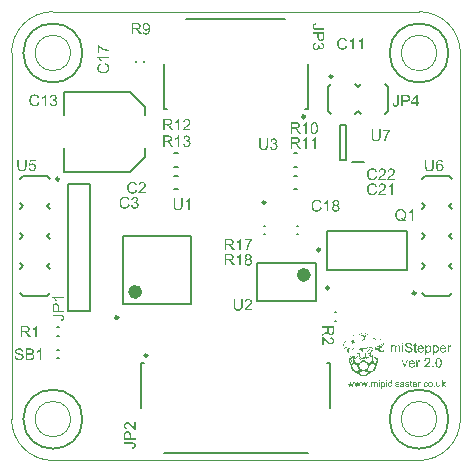
<source format=gto>
G04 Layer_Color=15065295*
%FSAX44Y44*%
%MOMM*%
G71*
G01*
G75*
%ADD10C,0.2540*%
%ADD48C,0.1270*%
%ADD49C,0.0508*%
%ADD50C,0.6000*%
%ADD51C,0.2500*%
%ADD52C,0.2032*%
%ADD53C,0.2000*%
%ADD54C,0.1524*%
G36*
X00258835Y00220730D02*
X00258962Y00220716D01*
X00259117Y00220702D01*
X00259272Y00220688D01*
X00259456Y00220646D01*
X00259836Y00220561D01*
X00260259Y00220434D01*
X00260471Y00220350D01*
X00260668Y00220251D01*
X00260865Y00220124D01*
X00261063Y00219997D01*
X00261077Y00219983D01*
X00261105Y00219969D01*
X00261161Y00219927D01*
X00261232Y00219856D01*
X00261302Y00219786D01*
X00261401Y00219687D01*
X00261500Y00219574D01*
X00261612Y00219461D01*
X00261725Y00219321D01*
X00261838Y00219151D01*
X00261965Y00218982D01*
X00262078Y00218799D01*
X00262176Y00218587D01*
X00262289Y00218376D01*
X00262374Y00218150D01*
X00262458Y00217897D01*
X00261189Y00217601D01*
Y00217615D01*
X00261175Y00217643D01*
X00261147Y00217699D01*
X00261119Y00217770D01*
X00261091Y00217854D01*
X00261049Y00217967D01*
X00260936Y00218193D01*
X00260795Y00218447D01*
X00260626Y00218700D01*
X00260414Y00218940D01*
X00260189Y00219151D01*
X00260160Y00219179D01*
X00260076Y00219236D01*
X00259935Y00219306D01*
X00259752Y00219405D01*
X00259512Y00219490D01*
X00259244Y00219574D01*
X00258920Y00219631D01*
X00258567Y00219645D01*
X00258455D01*
X00258384Y00219631D01*
X00258286D01*
X00258173Y00219617D01*
X00257905Y00219574D01*
X00257609Y00219518D01*
X00257299Y00219419D01*
X00256975Y00219278D01*
X00256678Y00219095D01*
X00256664D01*
X00256650Y00219067D01*
X00256552Y00218996D01*
X00256425Y00218883D01*
X00256270Y00218714D01*
X00256086Y00218503D01*
X00255917Y00218263D01*
X00255762Y00217967D01*
X00255621Y00217643D01*
Y00217629D01*
X00255607Y00217601D01*
X00255593Y00217558D01*
X00255579Y00217488D01*
X00255551Y00217403D01*
X00255522Y00217305D01*
X00255480Y00217065D01*
X00255424Y00216783D01*
X00255367Y00216473D01*
X00255339Y00216135D01*
X00255325Y00215768D01*
Y00215754D01*
Y00215712D01*
Y00215641D01*
Y00215557D01*
X00255339Y00215458D01*
Y00215331D01*
X00255353Y00215190D01*
X00255367Y00215035D01*
X00255410Y00214697D01*
X00255480Y00214330D01*
X00255565Y00213964D01*
X00255678Y00213597D01*
Y00213583D01*
X00255692Y00213555D01*
X00255720Y00213512D01*
X00255748Y00213442D01*
X00255833Y00213273D01*
X00255959Y00213076D01*
X00256115Y00212850D01*
X00256312Y00212610D01*
X00256537Y00212399D01*
X00256805Y00212201D01*
X00256819D01*
X00256848Y00212187D01*
X00256890Y00212159D01*
X00256946Y00212131D01*
X00257017Y00212103D01*
X00257101Y00212061D01*
X00257299Y00211976D01*
X00257552Y00211891D01*
X00257834Y00211821D01*
X00258144Y00211765D01*
X00258469Y00211750D01*
X00258567D01*
X00258652Y00211765D01*
X00258751D01*
X00258849Y00211779D01*
X00259103Y00211835D01*
X00259399Y00211905D01*
X00259695Y00212018D01*
X00260005Y00212173D01*
X00260160Y00212258D01*
X00260301Y00212371D01*
X00260315Y00212385D01*
X00260330Y00212399D01*
X00260372Y00212441D01*
X00260428Y00212483D01*
X00260485Y00212554D01*
X00260555Y00212638D01*
X00260640Y00212723D01*
X00260710Y00212836D01*
X00260795Y00212963D01*
X00260893Y00213104D01*
X00260978Y00213245D01*
X00261063Y00213414D01*
X00261133Y00213597D01*
X00261204Y00213794D01*
X00261274Y00214006D01*
X00261330Y00214231D01*
X00262627Y00213907D01*
Y00213893D01*
X00262613Y00213837D01*
X00262585Y00213752D01*
X00262543Y00213639D01*
X00262500Y00213512D01*
X00262444Y00213358D01*
X00262374Y00213188D01*
X00262289Y00213005D01*
X00262092Y00212610D01*
X00261838Y00212216D01*
X00261683Y00212018D01*
X00261528Y00211821D01*
X00261359Y00211652D01*
X00261161Y00211483D01*
X00261147Y00211469D01*
X00261119Y00211440D01*
X00261049Y00211412D01*
X00260978Y00211356D01*
X00260865Y00211285D01*
X00260753Y00211215D01*
X00260597Y00211144D01*
X00260442Y00211074D01*
X00260259Y00210989D01*
X00260062Y00210919D01*
X00259850Y00210848D01*
X00259625Y00210778D01*
X00259385Y00210721D01*
X00259131Y00210693D01*
X00258864Y00210665D01*
X00258582Y00210651D01*
X00258426D01*
X00258314Y00210665D01*
X00258187D01*
X00258032Y00210679D01*
X00257863Y00210707D01*
X00257665Y00210735D01*
X00257256Y00210806D01*
X00256833Y00210919D01*
X00256411Y00211074D01*
X00256213Y00211172D01*
X00256016Y00211285D01*
X00256002Y00211299D01*
X00255974Y00211313D01*
X00255917Y00211356D01*
X00255861Y00211412D01*
X00255776Y00211469D01*
X00255678Y00211553D01*
X00255565Y00211652D01*
X00255452Y00211765D01*
X00255339Y00211891D01*
X00255212Y00212018D01*
X00254959Y00212342D01*
X00254719Y00212723D01*
X00254508Y00213146D01*
Y00213160D01*
X00254479Y00213202D01*
X00254465Y00213273D01*
X00254423Y00213358D01*
X00254395Y00213470D01*
X00254352Y00213611D01*
X00254296Y00213766D01*
X00254254Y00213935D01*
X00254212Y00214119D01*
X00254155Y00214330D01*
X00254085Y00214767D01*
X00254028Y00215261D01*
X00254000Y00215768D01*
Y00215782D01*
Y00215839D01*
Y00215923D01*
X00254014Y00216022D01*
Y00216163D01*
X00254028Y00216304D01*
X00254042Y00216487D01*
X00254070Y00216670D01*
X00254141Y00217079D01*
X00254240Y00217530D01*
X00254381Y00217981D01*
X00254578Y00218418D01*
X00254592Y00218432D01*
X00254606Y00218475D01*
X00254634Y00218531D01*
X00254691Y00218601D01*
X00254747Y00218700D01*
X00254818Y00218813D01*
X00255001Y00219067D01*
X00255240Y00219349D01*
X00255522Y00219631D01*
X00255847Y00219913D01*
X00256227Y00220152D01*
X00256241Y00220166D01*
X00256284Y00220180D01*
X00256340Y00220209D01*
X00256411Y00220251D01*
X00256523Y00220293D01*
X00256636Y00220336D01*
X00256777Y00220392D01*
X00256932Y00220448D01*
X00257101Y00220505D01*
X00257285Y00220561D01*
X00257679Y00220646D01*
X00258130Y00220716D01*
X00258596Y00220744D01*
X00258737D01*
X00258835Y00220730D01*
D02*
G37*
G36*
X00314185Y00234573D02*
X00314298Y00234559D01*
X00314438Y00234545D01*
X00314594Y00234517D01*
X00314749Y00234489D01*
X00315115Y00234390D01*
X00315482Y00234249D01*
X00315665Y00234165D01*
X00315848Y00234066D01*
X00316017Y00233939D01*
X00316173Y00233798D01*
X00316187Y00233784D01*
X00316215Y00233770D01*
X00316243Y00233713D01*
X00316299Y00233657D01*
X00316370Y00233587D01*
X00316440Y00233488D01*
X00316511Y00233389D01*
X00316595Y00233262D01*
X00316736Y00232994D01*
X00316877Y00232656D01*
X00316934Y00232487D01*
X00316962Y00232290D01*
X00316990Y00232092D01*
X00317004Y00231881D01*
Y00231853D01*
Y00231782D01*
X00316990Y00231669D01*
X00316976Y00231514D01*
X00316948Y00231345D01*
X00316891Y00231148D01*
X00316835Y00230936D01*
X00316750Y00230725D01*
X00316736Y00230697D01*
X00316708Y00230626D01*
X00316652Y00230513D01*
X00316567Y00230358D01*
X00316454Y00230189D01*
X00316313Y00229978D01*
X00316144Y00229766D01*
X00315947Y00229527D01*
X00315919Y00229498D01*
X00315848Y00229414D01*
X00315778Y00229343D01*
X00315707Y00229273D01*
X00315623Y00229188D01*
X00315510Y00229076D01*
X00315397Y00228963D01*
X00315256Y00228836D01*
X00315115Y00228695D01*
X00314946Y00228540D01*
X00314763Y00228385D01*
X00314565Y00228202D01*
X00314340Y00228018D01*
X00314114Y00227821D01*
X00314100Y00227807D01*
X00314072Y00227779D01*
X00314016Y00227736D01*
X00313945Y00227680D01*
X00313861Y00227595D01*
X00313762Y00227511D01*
X00313536Y00227327D01*
X00313297Y00227116D01*
X00313071Y00226905D01*
X00312874Y00226721D01*
X00312789Y00226651D01*
X00312719Y00226580D01*
X00312705Y00226566D01*
X00312662Y00226524D01*
X00312606Y00226467D01*
X00312535Y00226383D01*
X00312465Y00226284D01*
X00312380Y00226186D01*
X00312211Y00225946D01*
X00317018D01*
Y00224790D01*
X00310548D01*
Y00224804D01*
Y00224860D01*
Y00224945D01*
X00310562Y00225058D01*
X00310576Y00225185D01*
X00310604Y00225326D01*
X00310632Y00225467D01*
X00310689Y00225622D01*
Y00225636D01*
X00310703Y00225650D01*
X00310731Y00225735D01*
X00310787Y00225861D01*
X00310872Y00226031D01*
X00310985Y00226228D01*
X00311126Y00226453D01*
X00311281Y00226679D01*
X00311478Y00226919D01*
Y00226933D01*
X00311506Y00226947D01*
X00311577Y00227031D01*
X00311704Y00227158D01*
X00311887Y00227342D01*
X00312098Y00227553D01*
X00312366Y00227807D01*
X00312691Y00228089D01*
X00313043Y00228385D01*
X00313057Y00228399D01*
X00313113Y00228441D01*
X00313198Y00228512D01*
X00313297Y00228596D01*
X00313424Y00228709D01*
X00313579Y00228836D01*
X00313734Y00228977D01*
X00313917Y00229132D01*
X00314269Y00229470D01*
X00314622Y00229809D01*
X00314791Y00229978D01*
X00314946Y00230147D01*
X00315087Y00230302D01*
X00315200Y00230457D01*
Y00230471D01*
X00315228Y00230485D01*
X00315256Y00230527D01*
X00315284Y00230584D01*
X00315383Y00230739D01*
X00315496Y00230922D01*
X00315595Y00231148D01*
X00315693Y00231387D01*
X00315750Y00231655D01*
X00315778Y00231909D01*
Y00231923D01*
Y00231937D01*
X00315764Y00232022D01*
X00315750Y00232163D01*
X00315707Y00232318D01*
X00315651Y00232515D01*
X00315552Y00232712D01*
X00315425Y00232910D01*
X00315256Y00233107D01*
X00315228Y00233135D01*
X00315158Y00233192D01*
X00315059Y00233262D01*
X00314904Y00233361D01*
X00314706Y00233446D01*
X00314481Y00233530D01*
X00314213Y00233587D01*
X00313917Y00233601D01*
X00313832D01*
X00313776Y00233587D01*
X00313607Y00233572D01*
X00313410Y00233530D01*
X00313198Y00233474D01*
X00312958Y00233375D01*
X00312733Y00233248D01*
X00312521Y00233079D01*
X00312493Y00233051D01*
X00312437Y00232980D01*
X00312352Y00232868D01*
X00312268Y00232698D01*
X00312169Y00232501D01*
X00312084Y00232247D01*
X00312028Y00231965D01*
X00312000Y00231641D01*
X00310773Y00231768D01*
Y00231782D01*
X00310787Y00231824D01*
Y00231895D01*
X00310802Y00231994D01*
X00310830Y00232106D01*
X00310858Y00232233D01*
X00310900Y00232388D01*
X00310942Y00232543D01*
X00311055Y00232882D01*
X00311224Y00233220D01*
X00311323Y00233389D01*
X00311450Y00233558D01*
X00311577Y00233713D01*
X00311718Y00233854D01*
X00311732Y00233869D01*
X00311760Y00233883D01*
X00311802Y00233925D01*
X00311873Y00233967D01*
X00311957Y00234023D01*
X00312056Y00234080D01*
X00312169Y00234150D01*
X00312310Y00234221D01*
X00312465Y00234291D01*
X00312634Y00234362D01*
X00312817Y00234418D01*
X00313015Y00234475D01*
X00313226Y00234517D01*
X00313452Y00234559D01*
X00313691Y00234573D01*
X00313945Y00234587D01*
X00314086D01*
X00314185Y00234573D01*
D02*
G37*
G36*
X00268238Y00210820D02*
X00267040D01*
Y00218447D01*
X00267026Y00218432D01*
X00266955Y00218376D01*
X00266871Y00218291D01*
X00266730Y00218193D01*
X00266574Y00218066D01*
X00266377Y00217925D01*
X00266152Y00217770D01*
X00265898Y00217615D01*
X00265884D01*
X00265870Y00217601D01*
X00265785Y00217544D01*
X00265644Y00217474D01*
X00265475Y00217389D01*
X00265278Y00217290D01*
X00265066Y00217192D01*
X00264855Y00217093D01*
X00264643Y00217009D01*
Y00218165D01*
X00264657D01*
X00264685Y00218193D01*
X00264742Y00218207D01*
X00264812Y00218249D01*
X00264897Y00218291D01*
X00264996Y00218348D01*
X00265235Y00218489D01*
X00265517Y00218644D01*
X00265799Y00218841D01*
X00266095Y00219067D01*
X00266391Y00219306D01*
X00266405Y00219321D01*
X00266420Y00219335D01*
X00266462Y00219377D01*
X00266518Y00219419D01*
X00266645Y00219560D01*
X00266814Y00219729D01*
X00266983Y00219927D01*
X00267167Y00220152D01*
X00267322Y00220378D01*
X00267463Y00220617D01*
X00268238D01*
Y00210820D01*
D02*
G37*
G36*
X00073880Y00351357D02*
X00073909Y00351329D01*
X00073965Y00351273D01*
X00074050Y00351216D01*
X00074148Y00351132D01*
X00074261Y00351019D01*
X00074402Y00350906D01*
X00074571Y00350779D01*
X00074740Y00350652D01*
X00074938Y00350497D01*
X00075163Y00350342D01*
X00075389Y00350187D01*
X00075642Y00350018D01*
X00075910Y00349849D01*
X00076206Y00349679D01*
X00076502Y00349510D01*
X00076516Y00349496D01*
X00076573Y00349468D01*
X00076658Y00349426D01*
X00076784Y00349355D01*
X00076939Y00349285D01*
X00077109Y00349200D01*
X00077306Y00349101D01*
X00077531Y00349003D01*
X00077785Y00348890D01*
X00078039Y00348763D01*
X00078321Y00348650D01*
X00078617Y00348538D01*
X00079223Y00348312D01*
X00079872Y00348101D01*
X00079886D01*
X00079928Y00348087D01*
X00079998Y00348073D01*
X00080083Y00348044D01*
X00080196Y00348016D01*
X00080337Y00347988D01*
X00080492Y00347946D01*
X00080661Y00347917D01*
X00080858Y00347875D01*
X00081070Y00347833D01*
X00081521Y00347762D01*
X00082014Y00347692D01*
X00082550Y00347649D01*
Y00346423D01*
X00082437D01*
X00082353Y00346437D01*
X00082240D01*
X00082099Y00346451D01*
X00081944Y00346465D01*
X00081775Y00346479D01*
X00081577Y00346508D01*
X00081380Y00346536D01*
X00081140Y00346578D01*
X00080901Y00346620D01*
X00080647Y00346663D01*
X00080365Y00346719D01*
X00079787Y00346860D01*
X00079773D01*
X00079717Y00346874D01*
X00079632Y00346902D01*
X00079505Y00346945D01*
X00079364Y00346987D01*
X00079195Y00347043D01*
X00078998Y00347100D01*
X00078786Y00347184D01*
X00078547Y00347269D01*
X00078307Y00347354D01*
X00077771Y00347565D01*
X00077207Y00347819D01*
X00076643Y00348101D01*
X00076629Y00348115D01*
X00076573Y00348143D01*
X00076502Y00348185D01*
X00076390Y00348242D01*
X00076263Y00348312D01*
X00076108Y00348411D01*
X00075939Y00348509D01*
X00075755Y00348622D01*
X00075346Y00348890D01*
X00074924Y00349172D01*
X00074486Y00349496D01*
X00074078Y00349835D01*
Y00345056D01*
X00072922D01*
Y00351371D01*
X00073866D01*
X00073880Y00351357D01*
D02*
G37*
G36*
X00274694Y00220603D02*
X00274807Y00220589D01*
X00274934Y00220575D01*
X00275075Y00220561D01*
X00275216Y00220519D01*
X00275554Y00220434D01*
X00275893Y00220307D01*
X00276062Y00220223D01*
X00276231Y00220124D01*
X00276386Y00219997D01*
X00276541Y00219870D01*
X00276555Y00219856D01*
X00276569Y00219842D01*
X00276612Y00219800D01*
X00276668Y00219743D01*
X00276724Y00219659D01*
X00276795Y00219574D01*
X00276936Y00219363D01*
X00277077Y00219095D01*
X00277204Y00218785D01*
X00277302Y00218432D01*
X00277316Y00218249D01*
X00277330Y00218052D01*
Y00218038D01*
Y00218024D01*
Y00217939D01*
X00277316Y00217812D01*
X00277288Y00217657D01*
X00277246Y00217460D01*
X00277176Y00217262D01*
X00277091Y00217065D01*
X00276964Y00216868D01*
X00276950Y00216839D01*
X00276894Y00216783D01*
X00276809Y00216698D01*
X00276696Y00216586D01*
X00276541Y00216459D01*
X00276358Y00216332D01*
X00276146Y00216205D01*
X00275893Y00216092D01*
X00275907D01*
X00275935Y00216078D01*
X00275977Y00216064D01*
X00276034Y00216036D01*
X00276203Y00215965D01*
X00276400Y00215867D01*
X00276612Y00215726D01*
X00276837Y00215571D01*
X00277049Y00215373D01*
X00277246Y00215148D01*
Y00215134D01*
X00277260Y00215120D01*
X00277316Y00215035D01*
X00277401Y00214894D01*
X00277486Y00214711D01*
X00277570Y00214485D01*
X00277655Y00214217D01*
X00277711Y00213921D01*
X00277725Y00213597D01*
Y00213583D01*
Y00213541D01*
Y00213470D01*
X00277711Y00213386D01*
X00277697Y00213287D01*
X00277683Y00213160D01*
X00277655Y00213019D01*
X00277612Y00212864D01*
X00277514Y00212540D01*
X00277443Y00212357D01*
X00277345Y00212187D01*
X00277246Y00212004D01*
X00277133Y00211835D01*
X00276992Y00211666D01*
X00276837Y00211497D01*
X00276823Y00211483D01*
X00276795Y00211454D01*
X00276753Y00211412D01*
X00276682Y00211370D01*
X00276583Y00211299D01*
X00276485Y00211229D01*
X00276358Y00211158D01*
X00276217Y00211074D01*
X00276062Y00210989D01*
X00275879Y00210919D01*
X00275681Y00210848D01*
X00275484Y00210778D01*
X00275258Y00210735D01*
X00275019Y00210693D01*
X00274779Y00210665D01*
X00274511Y00210651D01*
X00274370D01*
X00274272Y00210665D01*
X00274145Y00210679D01*
X00274004Y00210693D01*
X00273849Y00210721D01*
X00273679Y00210764D01*
X00273299Y00210862D01*
X00273101Y00210933D01*
X00272918Y00211003D01*
X00272721Y00211102D01*
X00272523Y00211215D01*
X00272340Y00211342D01*
X00272171Y00211497D01*
X00272157Y00211511D01*
X00272129Y00211539D01*
X00272087Y00211581D01*
X00272030Y00211652D01*
X00271974Y00211736D01*
X00271889Y00211835D01*
X00271819Y00211948D01*
X00271734Y00212089D01*
X00271649Y00212230D01*
X00271579Y00212399D01*
X00271438Y00212751D01*
X00271382Y00212963D01*
X00271339Y00213174D01*
X00271311Y00213400D01*
X00271297Y00213625D01*
Y00213639D01*
Y00213668D01*
Y00213724D01*
X00271311Y00213780D01*
Y00213865D01*
X00271325Y00213964D01*
X00271353Y00214189D01*
X00271410Y00214443D01*
X00271494Y00214697D01*
X00271621Y00214965D01*
X00271776Y00215218D01*
Y00215232D01*
X00271805Y00215247D01*
X00271861Y00215317D01*
X00271974Y00215430D01*
X00272129Y00215571D01*
X00272326Y00215712D01*
X00272566Y00215867D01*
X00272834Y00215994D01*
X00273158Y00216092D01*
X00273144D01*
X00273130Y00216106D01*
X00273087Y00216120D01*
X00273031Y00216149D01*
X00272904Y00216205D01*
X00272735Y00216290D01*
X00272552Y00216402D01*
X00272368Y00216543D01*
X00272199Y00216698D01*
X00272044Y00216868D01*
X00272030Y00216896D01*
X00271988Y00216952D01*
X00271931Y00217065D01*
X00271875Y00217206D01*
X00271805Y00217389D01*
X00271748Y00217601D01*
X00271706Y00217840D01*
X00271692Y00218094D01*
Y00218108D01*
Y00218136D01*
Y00218193D01*
X00271706Y00218277D01*
X00271720Y00218362D01*
X00271734Y00218475D01*
X00271790Y00218714D01*
X00271875Y00218996D01*
X00272016Y00219292D01*
X00272101Y00219447D01*
X00272199Y00219602D01*
X00272326Y00219743D01*
X00272453Y00219884D01*
X00272467Y00219898D01*
X00272495Y00219913D01*
X00272538Y00219955D01*
X00272594Y00219997D01*
X00272664Y00220054D01*
X00272763Y00220110D01*
X00272876Y00220180D01*
X00272989Y00220251D01*
X00273130Y00220321D01*
X00273285Y00220392D01*
X00273454Y00220448D01*
X00273637Y00220505D01*
X00274032Y00220589D01*
X00274257Y00220603D01*
X00274483Y00220617D01*
X00274610D01*
X00274694Y00220603D01*
D02*
G37*
G36*
X00321769Y00247273D02*
X00321882Y00247259D01*
X00322023Y00247245D01*
X00322178Y00247217D01*
X00322333Y00247189D01*
X00322699Y00247090D01*
X00323066Y00246949D01*
X00323249Y00246864D01*
X00323432Y00246766D01*
X00323602Y00246639D01*
X00323757Y00246498D01*
X00323771Y00246484D01*
X00323799Y00246470D01*
X00323827Y00246413D01*
X00323884Y00246357D01*
X00323954Y00246287D01*
X00324025Y00246188D01*
X00324095Y00246089D01*
X00324180Y00245962D01*
X00324320Y00245695D01*
X00324462Y00245356D01*
X00324518Y00245187D01*
X00324546Y00244990D01*
X00324574Y00244792D01*
X00324588Y00244581D01*
Y00244553D01*
Y00244482D01*
X00324574Y00244369D01*
X00324560Y00244214D01*
X00324532Y00244045D01*
X00324476Y00243848D01*
X00324419Y00243636D01*
X00324335Y00243425D01*
X00324320Y00243397D01*
X00324292Y00243326D01*
X00324236Y00243213D01*
X00324151Y00243058D01*
X00324039Y00242889D01*
X00323898Y00242678D01*
X00323728Y00242466D01*
X00323531Y00242227D01*
X00323503Y00242198D01*
X00323432Y00242114D01*
X00323362Y00242043D01*
X00323292Y00241973D01*
X00323207Y00241888D01*
X00323094Y00241775D01*
X00322981Y00241663D01*
X00322840Y00241536D01*
X00322699Y00241395D01*
X00322530Y00241240D01*
X00322347Y00241085D01*
X00322150Y00240902D01*
X00321924Y00240718D01*
X00321698Y00240521D01*
X00321684Y00240507D01*
X00321656Y00240479D01*
X00321600Y00240436D01*
X00321529Y00240380D01*
X00321445Y00240295D01*
X00321346Y00240211D01*
X00321120Y00240028D01*
X00320881Y00239816D01*
X00320655Y00239604D01*
X00320458Y00239421D01*
X00320373Y00239351D01*
X00320303Y00239280D01*
X00320289Y00239266D01*
X00320247Y00239224D01*
X00320190Y00239167D01*
X00320120Y00239083D01*
X00320049Y00238984D01*
X00319965Y00238886D01*
X00319795Y00238646D01*
X00324603D01*
Y00237490D01*
X00318132D01*
Y00237504D01*
Y00237561D01*
Y00237645D01*
X00318146Y00237758D01*
X00318160Y00237885D01*
X00318188Y00238026D01*
X00318216Y00238167D01*
X00318273Y00238322D01*
Y00238336D01*
X00318287Y00238350D01*
X00318315Y00238435D01*
X00318372Y00238561D01*
X00318456Y00238731D01*
X00318569Y00238928D01*
X00318710Y00239153D01*
X00318865Y00239379D01*
X00319062Y00239619D01*
Y00239633D01*
X00319090Y00239647D01*
X00319161Y00239731D01*
X00319288Y00239858D01*
X00319471Y00240042D01*
X00319683Y00240253D01*
X00319951Y00240507D01*
X00320275Y00240789D01*
X00320627Y00241085D01*
X00320641Y00241099D01*
X00320698Y00241141D01*
X00320782Y00241212D01*
X00320881Y00241296D01*
X00321008Y00241409D01*
X00321163Y00241536D01*
X00321318Y00241677D01*
X00321501Y00241832D01*
X00321854Y00242170D01*
X00322206Y00242509D01*
X00322375Y00242678D01*
X00322530Y00242847D01*
X00322671Y00243002D01*
X00322784Y00243157D01*
Y00243171D01*
X00322812Y00243185D01*
X00322840Y00243228D01*
X00322868Y00243284D01*
X00322967Y00243439D01*
X00323080Y00243622D01*
X00323179Y00243848D01*
X00323277Y00244087D01*
X00323334Y00244355D01*
X00323362Y00244609D01*
Y00244623D01*
Y00244637D01*
X00323348Y00244722D01*
X00323334Y00244863D01*
X00323292Y00245018D01*
X00323235Y00245215D01*
X00323136Y00245413D01*
X00323009Y00245610D01*
X00322840Y00245807D01*
X00322812Y00245835D01*
X00322742Y00245892D01*
X00322643Y00245962D01*
X00322488Y00246061D01*
X00322291Y00246146D01*
X00322065Y00246230D01*
X00321797Y00246287D01*
X00321501Y00246301D01*
X00321417D01*
X00321360Y00246287D01*
X00321191Y00246272D01*
X00320994Y00246230D01*
X00320782Y00246174D01*
X00320542Y00246075D01*
X00320317Y00245948D01*
X00320106Y00245779D01*
X00320077Y00245751D01*
X00320021Y00245680D01*
X00319936Y00245568D01*
X00319852Y00245398D01*
X00319753Y00245201D01*
X00319669Y00244947D01*
X00319612Y00244665D01*
X00319584Y00244341D01*
X00318358Y00244468D01*
Y00244482D01*
X00318372Y00244524D01*
Y00244595D01*
X00318386Y00244694D01*
X00318414Y00244806D01*
X00318442Y00244933D01*
X00318484Y00245088D01*
X00318527Y00245243D01*
X00318639Y00245582D01*
X00318809Y00245920D01*
X00318907Y00246089D01*
X00319034Y00246258D01*
X00319161Y00246413D01*
X00319302Y00246554D01*
X00319316Y00246569D01*
X00319344Y00246583D01*
X00319387Y00246625D01*
X00319457Y00246667D01*
X00319542Y00246723D01*
X00319640Y00246780D01*
X00319753Y00246850D01*
X00319894Y00246921D01*
X00320049Y00246991D01*
X00320218Y00247062D01*
X00320402Y00247118D01*
X00320599Y00247175D01*
X00320810Y00247217D01*
X00321036Y00247259D01*
X00321276Y00247273D01*
X00321529Y00247287D01*
X00321670D01*
X00321769Y00247273D01*
D02*
G37*
G36*
X00305825Y00247400D02*
X00305952Y00247386D01*
X00306107Y00247372D01*
X00306262Y00247358D01*
X00306446Y00247316D01*
X00306826Y00247231D01*
X00307249Y00247104D01*
X00307460Y00247020D01*
X00307658Y00246921D01*
X00307855Y00246794D01*
X00308053Y00246667D01*
X00308067Y00246653D01*
X00308095Y00246639D01*
X00308151Y00246597D01*
X00308222Y00246526D01*
X00308292Y00246456D01*
X00308391Y00246357D01*
X00308490Y00246244D01*
X00308602Y00246131D01*
X00308715Y00245991D01*
X00308828Y00245821D01*
X00308955Y00245652D01*
X00309068Y00245469D01*
X00309166Y00245257D01*
X00309279Y00245046D01*
X00309364Y00244820D01*
X00309448Y00244567D01*
X00308179Y00244271D01*
Y00244285D01*
X00308165Y00244313D01*
X00308137Y00244369D01*
X00308109Y00244440D01*
X00308081Y00244524D01*
X00308039Y00244637D01*
X00307926Y00244863D01*
X00307785Y00245117D01*
X00307616Y00245370D01*
X00307404Y00245610D01*
X00307179Y00245821D01*
X00307150Y00245849D01*
X00307066Y00245906D01*
X00306925Y00245976D01*
X00306742Y00246075D01*
X00306502Y00246160D01*
X00306234Y00246244D01*
X00305910Y00246301D01*
X00305557Y00246315D01*
X00305445D01*
X00305374Y00246301D01*
X00305275D01*
X00305163Y00246287D01*
X00304895Y00246244D01*
X00304599Y00246188D01*
X00304289Y00246089D01*
X00303965Y00245948D01*
X00303668Y00245765D01*
X00303654D01*
X00303640Y00245737D01*
X00303542Y00245666D01*
X00303415Y00245553D01*
X00303260Y00245384D01*
X00303076Y00245173D01*
X00302907Y00244933D01*
X00302752Y00244637D01*
X00302611Y00244313D01*
Y00244299D01*
X00302597Y00244271D01*
X00302583Y00244228D01*
X00302569Y00244158D01*
X00302541Y00244073D01*
X00302512Y00243975D01*
X00302470Y00243735D01*
X00302414Y00243453D01*
X00302357Y00243143D01*
X00302329Y00242805D01*
X00302315Y00242438D01*
Y00242424D01*
Y00242382D01*
Y00242311D01*
Y00242227D01*
X00302329Y00242128D01*
Y00242001D01*
X00302343Y00241860D01*
X00302357Y00241705D01*
X00302400Y00241367D01*
X00302470Y00241000D01*
X00302555Y00240634D01*
X00302668Y00240267D01*
Y00240253D01*
X00302682Y00240225D01*
X00302710Y00240182D01*
X00302738Y00240112D01*
X00302823Y00239943D01*
X00302950Y00239746D01*
X00303104Y00239520D01*
X00303302Y00239280D01*
X00303528Y00239069D01*
X00303795Y00238871D01*
X00303809D01*
X00303838Y00238857D01*
X00303880Y00238829D01*
X00303936Y00238801D01*
X00304007Y00238773D01*
X00304091Y00238731D01*
X00304289Y00238646D01*
X00304542Y00238561D01*
X00304824Y00238491D01*
X00305135Y00238435D01*
X00305459Y00238420D01*
X00305557D01*
X00305642Y00238435D01*
X00305741D01*
X00305839Y00238449D01*
X00306093Y00238505D01*
X00306389Y00238575D01*
X00306685Y00238688D01*
X00306995Y00238843D01*
X00307150Y00238928D01*
X00307291Y00239041D01*
X00307306Y00239055D01*
X00307320Y00239069D01*
X00307362Y00239111D01*
X00307418Y00239153D01*
X00307475Y00239224D01*
X00307545Y00239308D01*
X00307630Y00239393D01*
X00307700Y00239506D01*
X00307785Y00239633D01*
X00307883Y00239774D01*
X00307968Y00239915D01*
X00308053Y00240084D01*
X00308123Y00240267D01*
X00308194Y00240464D01*
X00308264Y00240676D01*
X00308320Y00240902D01*
X00309617Y00240577D01*
Y00240563D01*
X00309603Y00240507D01*
X00309575Y00240422D01*
X00309533Y00240309D01*
X00309491Y00240182D01*
X00309434Y00240028D01*
X00309364Y00239858D01*
X00309279Y00239675D01*
X00309082Y00239280D01*
X00308828Y00238886D01*
X00308673Y00238688D01*
X00308518Y00238491D01*
X00308349Y00238322D01*
X00308151Y00238153D01*
X00308137Y00238139D01*
X00308109Y00238110D01*
X00308039Y00238082D01*
X00307968Y00238026D01*
X00307855Y00237955D01*
X00307743Y00237885D01*
X00307587Y00237814D01*
X00307432Y00237744D01*
X00307249Y00237659D01*
X00307052Y00237589D01*
X00306840Y00237518D01*
X00306615Y00237448D01*
X00306375Y00237391D01*
X00306121Y00237363D01*
X00305854Y00237335D01*
X00305571Y00237321D01*
X00305417D01*
X00305304Y00237335D01*
X00305177D01*
X00305022Y00237349D01*
X00304853Y00237377D01*
X00304655Y00237405D01*
X00304246Y00237476D01*
X00303824Y00237589D01*
X00303401Y00237744D01*
X00303203Y00237842D01*
X00303006Y00237955D01*
X00302992Y00237969D01*
X00302964Y00237983D01*
X00302907Y00238026D01*
X00302851Y00238082D01*
X00302766Y00238139D01*
X00302668Y00238223D01*
X00302555Y00238322D01*
X00302442Y00238435D01*
X00302329Y00238561D01*
X00302202Y00238688D01*
X00301949Y00239013D01*
X00301709Y00239393D01*
X00301497Y00239816D01*
Y00239830D01*
X00301469Y00239872D01*
X00301455Y00239943D01*
X00301413Y00240028D01*
X00301385Y00240140D01*
X00301342Y00240281D01*
X00301286Y00240436D01*
X00301244Y00240605D01*
X00301201Y00240789D01*
X00301145Y00241000D01*
X00301075Y00241437D01*
X00301018Y00241931D01*
X00300990Y00242438D01*
Y00242452D01*
Y00242509D01*
Y00242593D01*
X00301004Y00242692D01*
Y00242833D01*
X00301018Y00242974D01*
X00301032Y00243157D01*
X00301061Y00243340D01*
X00301131Y00243749D01*
X00301230Y00244200D01*
X00301371Y00244651D01*
X00301568Y00245088D01*
X00301582Y00245102D01*
X00301596Y00245145D01*
X00301624Y00245201D01*
X00301681Y00245271D01*
X00301737Y00245370D01*
X00301808Y00245483D01*
X00301991Y00245737D01*
X00302230Y00246019D01*
X00302512Y00246301D01*
X00302837Y00246583D01*
X00303217Y00246822D01*
X00303231Y00246836D01*
X00303274Y00246850D01*
X00303330Y00246879D01*
X00303401Y00246921D01*
X00303513Y00246963D01*
X00303626Y00247006D01*
X00303767Y00247062D01*
X00303922Y00247118D01*
X00304091Y00247175D01*
X00304275Y00247231D01*
X00304669Y00247316D01*
X00305120Y00247386D01*
X00305586Y00247414D01*
X00305727D01*
X00305825Y00247400D01*
D02*
G37*
G36*
X00314185Y00247273D02*
X00314298Y00247259D01*
X00314438Y00247245D01*
X00314594Y00247217D01*
X00314749Y00247189D01*
X00315115Y00247090D01*
X00315482Y00246949D01*
X00315665Y00246864D01*
X00315848Y00246766D01*
X00316017Y00246639D01*
X00316173Y00246498D01*
X00316187Y00246484D01*
X00316215Y00246470D01*
X00316243Y00246413D01*
X00316299Y00246357D01*
X00316370Y00246287D01*
X00316440Y00246188D01*
X00316511Y00246089D01*
X00316595Y00245962D01*
X00316736Y00245695D01*
X00316877Y00245356D01*
X00316934Y00245187D01*
X00316962Y00244990D01*
X00316990Y00244792D01*
X00317004Y00244581D01*
Y00244553D01*
Y00244482D01*
X00316990Y00244369D01*
X00316976Y00244214D01*
X00316948Y00244045D01*
X00316891Y00243848D01*
X00316835Y00243636D01*
X00316750Y00243425D01*
X00316736Y00243397D01*
X00316708Y00243326D01*
X00316652Y00243213D01*
X00316567Y00243058D01*
X00316454Y00242889D01*
X00316313Y00242678D01*
X00316144Y00242466D01*
X00315947Y00242227D01*
X00315919Y00242198D01*
X00315848Y00242114D01*
X00315778Y00242043D01*
X00315707Y00241973D01*
X00315623Y00241888D01*
X00315510Y00241775D01*
X00315397Y00241663D01*
X00315256Y00241536D01*
X00315115Y00241395D01*
X00314946Y00241240D01*
X00314763Y00241085D01*
X00314565Y00240902D01*
X00314340Y00240718D01*
X00314114Y00240521D01*
X00314100Y00240507D01*
X00314072Y00240479D01*
X00314016Y00240436D01*
X00313945Y00240380D01*
X00313861Y00240295D01*
X00313762Y00240211D01*
X00313536Y00240028D01*
X00313297Y00239816D01*
X00313071Y00239604D01*
X00312874Y00239421D01*
X00312789Y00239351D01*
X00312719Y00239280D01*
X00312705Y00239266D01*
X00312662Y00239224D01*
X00312606Y00239167D01*
X00312535Y00239083D01*
X00312465Y00238984D01*
X00312380Y00238886D01*
X00312211Y00238646D01*
X00317018D01*
Y00237490D01*
X00310548D01*
Y00237504D01*
Y00237561D01*
Y00237645D01*
X00310562Y00237758D01*
X00310576Y00237885D01*
X00310604Y00238026D01*
X00310632Y00238167D01*
X00310689Y00238322D01*
Y00238336D01*
X00310703Y00238350D01*
X00310731Y00238435D01*
X00310787Y00238561D01*
X00310872Y00238731D01*
X00310985Y00238928D01*
X00311126Y00239153D01*
X00311281Y00239379D01*
X00311478Y00239619D01*
Y00239633D01*
X00311506Y00239647D01*
X00311577Y00239731D01*
X00311704Y00239858D01*
X00311887Y00240042D01*
X00312098Y00240253D01*
X00312366Y00240507D01*
X00312691Y00240789D01*
X00313043Y00241085D01*
X00313057Y00241099D01*
X00313113Y00241141D01*
X00313198Y00241212D01*
X00313297Y00241296D01*
X00313424Y00241409D01*
X00313579Y00241536D01*
X00313734Y00241677D01*
X00313917Y00241832D01*
X00314269Y00242170D01*
X00314622Y00242509D01*
X00314791Y00242678D01*
X00314946Y00242847D01*
X00315087Y00243002D01*
X00315200Y00243157D01*
Y00243171D01*
X00315228Y00243185D01*
X00315256Y00243228D01*
X00315284Y00243284D01*
X00315383Y00243439D01*
X00315496Y00243622D01*
X00315595Y00243848D01*
X00315693Y00244087D01*
X00315750Y00244355D01*
X00315778Y00244609D01*
Y00244623D01*
Y00244637D01*
X00315764Y00244722D01*
X00315750Y00244863D01*
X00315707Y00245018D01*
X00315651Y00245215D01*
X00315552Y00245413D01*
X00315425Y00245610D01*
X00315256Y00245807D01*
X00315228Y00245835D01*
X00315158Y00245892D01*
X00315059Y00245962D01*
X00314904Y00246061D01*
X00314706Y00246146D01*
X00314481Y00246230D01*
X00314213Y00246287D01*
X00313917Y00246301D01*
X00313832D01*
X00313776Y00246287D01*
X00313607Y00246272D01*
X00313410Y00246230D01*
X00313198Y00246174D01*
X00312958Y00246075D01*
X00312733Y00245948D01*
X00312521Y00245779D01*
X00312493Y00245751D01*
X00312437Y00245680D01*
X00312352Y00245568D01*
X00312268Y00245398D01*
X00312169Y00245201D01*
X00312084Y00244947D01*
X00312028Y00244665D01*
X00312000Y00244341D01*
X00310773Y00244468D01*
Y00244482D01*
X00310787Y00244524D01*
Y00244595D01*
X00310802Y00244694D01*
X00310830Y00244806D01*
X00310858Y00244933D01*
X00310900Y00245088D01*
X00310942Y00245243D01*
X00311055Y00245582D01*
X00311224Y00245920D01*
X00311323Y00246089D01*
X00311450Y00246258D01*
X00311577Y00246413D01*
X00311718Y00246554D01*
X00311732Y00246569D01*
X00311760Y00246583D01*
X00311802Y00246625D01*
X00311873Y00246667D01*
X00311957Y00246723D01*
X00312056Y00246780D01*
X00312169Y00246850D01*
X00312310Y00246921D01*
X00312465Y00246991D01*
X00312634Y00247062D01*
X00312817Y00247118D01*
X00313015Y00247175D01*
X00313226Y00247217D01*
X00313452Y00247259D01*
X00313691Y00247273D01*
X00313945Y00247287D01*
X00314086D01*
X00314185Y00247273D01*
D02*
G37*
G36*
X00322812Y00224790D02*
X00321614D01*
Y00232416D01*
X00321600Y00232402D01*
X00321529Y00232346D01*
X00321445Y00232261D01*
X00321304Y00232163D01*
X00321149Y00232036D01*
X00320951Y00231895D01*
X00320726Y00231740D01*
X00320472Y00231585D01*
X00320458D01*
X00320444Y00231571D01*
X00320359Y00231514D01*
X00320218Y00231444D01*
X00320049Y00231359D01*
X00319852Y00231261D01*
X00319640Y00231162D01*
X00319429Y00231063D01*
X00319217Y00230979D01*
Y00232134D01*
X00319231D01*
X00319260Y00232163D01*
X00319316Y00232177D01*
X00319387Y00232219D01*
X00319471Y00232261D01*
X00319570Y00232318D01*
X00319809Y00232459D01*
X00320091Y00232614D01*
X00320373Y00232811D01*
X00320669Y00233037D01*
X00320965Y00233276D01*
X00320979Y00233291D01*
X00320994Y00233305D01*
X00321036Y00233347D01*
X00321092Y00233389D01*
X00321219Y00233530D01*
X00321388Y00233699D01*
X00321558Y00233897D01*
X00321741Y00234122D01*
X00321896Y00234348D01*
X00322037Y00234587D01*
X00322812D01*
Y00224790D01*
D02*
G37*
G36*
X00305825Y00234700D02*
X00305952Y00234686D01*
X00306107Y00234672D01*
X00306262Y00234658D01*
X00306446Y00234616D01*
X00306826Y00234531D01*
X00307249Y00234404D01*
X00307460Y00234320D01*
X00307658Y00234221D01*
X00307855Y00234094D01*
X00308053Y00233967D01*
X00308067Y00233953D01*
X00308095Y00233939D01*
X00308151Y00233897D01*
X00308222Y00233826D01*
X00308292Y00233756D01*
X00308391Y00233657D01*
X00308490Y00233544D01*
X00308602Y00233431D01*
X00308715Y00233291D01*
X00308828Y00233121D01*
X00308955Y00232952D01*
X00309068Y00232769D01*
X00309166Y00232557D01*
X00309279Y00232346D01*
X00309364Y00232120D01*
X00309448Y00231867D01*
X00308179Y00231571D01*
Y00231585D01*
X00308165Y00231613D01*
X00308137Y00231669D01*
X00308109Y00231740D01*
X00308081Y00231824D01*
X00308039Y00231937D01*
X00307926Y00232163D01*
X00307785Y00232416D01*
X00307616Y00232670D01*
X00307404Y00232910D01*
X00307179Y00233121D01*
X00307150Y00233150D01*
X00307066Y00233206D01*
X00306925Y00233276D01*
X00306742Y00233375D01*
X00306502Y00233460D01*
X00306234Y00233544D01*
X00305910Y00233601D01*
X00305557Y00233615D01*
X00305445D01*
X00305374Y00233601D01*
X00305275D01*
X00305163Y00233587D01*
X00304895Y00233544D01*
X00304599Y00233488D01*
X00304289Y00233389D01*
X00303965Y00233248D01*
X00303668Y00233065D01*
X00303654D01*
X00303640Y00233037D01*
X00303542Y00232966D01*
X00303415Y00232854D01*
X00303260Y00232684D01*
X00303076Y00232473D01*
X00302907Y00232233D01*
X00302752Y00231937D01*
X00302611Y00231613D01*
Y00231599D01*
X00302597Y00231571D01*
X00302583Y00231528D01*
X00302569Y00231458D01*
X00302541Y00231373D01*
X00302512Y00231275D01*
X00302470Y00231035D01*
X00302414Y00230753D01*
X00302357Y00230443D01*
X00302329Y00230105D01*
X00302315Y00229738D01*
Y00229724D01*
Y00229682D01*
Y00229611D01*
Y00229527D01*
X00302329Y00229428D01*
Y00229301D01*
X00302343Y00229160D01*
X00302357Y00229005D01*
X00302400Y00228667D01*
X00302470Y00228300D01*
X00302555Y00227934D01*
X00302668Y00227567D01*
Y00227553D01*
X00302682Y00227525D01*
X00302710Y00227482D01*
X00302738Y00227412D01*
X00302823Y00227243D01*
X00302950Y00227045D01*
X00303104Y00226820D01*
X00303302Y00226580D01*
X00303528Y00226369D01*
X00303795Y00226171D01*
X00303809D01*
X00303838Y00226157D01*
X00303880Y00226129D01*
X00303936Y00226101D01*
X00304007Y00226073D01*
X00304091Y00226031D01*
X00304289Y00225946D01*
X00304542Y00225861D01*
X00304824Y00225791D01*
X00305135Y00225735D01*
X00305459Y00225720D01*
X00305557D01*
X00305642Y00225735D01*
X00305741D01*
X00305839Y00225749D01*
X00306093Y00225805D01*
X00306389Y00225875D01*
X00306685Y00225988D01*
X00306995Y00226143D01*
X00307150Y00226228D01*
X00307291Y00226341D01*
X00307306Y00226355D01*
X00307320Y00226369D01*
X00307362Y00226411D01*
X00307418Y00226453D01*
X00307475Y00226524D01*
X00307545Y00226609D01*
X00307630Y00226693D01*
X00307700Y00226806D01*
X00307785Y00226933D01*
X00307883Y00227074D01*
X00307968Y00227215D01*
X00308053Y00227384D01*
X00308123Y00227567D01*
X00308194Y00227764D01*
X00308264Y00227976D01*
X00308320Y00228202D01*
X00309617Y00227877D01*
Y00227863D01*
X00309603Y00227807D01*
X00309575Y00227722D01*
X00309533Y00227609D01*
X00309491Y00227482D01*
X00309434Y00227327D01*
X00309364Y00227158D01*
X00309279Y00226975D01*
X00309082Y00226580D01*
X00308828Y00226186D01*
X00308673Y00225988D01*
X00308518Y00225791D01*
X00308349Y00225622D01*
X00308151Y00225453D01*
X00308137Y00225438D01*
X00308109Y00225410D01*
X00308039Y00225382D01*
X00307968Y00225326D01*
X00307855Y00225255D01*
X00307743Y00225185D01*
X00307587Y00225114D01*
X00307432Y00225044D01*
X00307249Y00224959D01*
X00307052Y00224889D01*
X00306840Y00224818D01*
X00306615Y00224748D01*
X00306375Y00224691D01*
X00306121Y00224663D01*
X00305854Y00224635D01*
X00305571Y00224621D01*
X00305417D01*
X00305304Y00224635D01*
X00305177D01*
X00305022Y00224649D01*
X00304853Y00224677D01*
X00304655Y00224705D01*
X00304246Y00224776D01*
X00303824Y00224889D01*
X00303401Y00225044D01*
X00303203Y00225142D01*
X00303006Y00225255D01*
X00302992Y00225269D01*
X00302964Y00225283D01*
X00302907Y00225326D01*
X00302851Y00225382D01*
X00302766Y00225438D01*
X00302668Y00225523D01*
X00302555Y00225622D01*
X00302442Y00225735D01*
X00302329Y00225861D01*
X00302202Y00225988D01*
X00301949Y00226313D01*
X00301709Y00226693D01*
X00301497Y00227116D01*
Y00227130D01*
X00301469Y00227172D01*
X00301455Y00227243D01*
X00301413Y00227327D01*
X00301385Y00227440D01*
X00301342Y00227581D01*
X00301286Y00227736D01*
X00301244Y00227905D01*
X00301201Y00228089D01*
X00301145Y00228300D01*
X00301075Y00228737D01*
X00301018Y00229231D01*
X00300990Y00229738D01*
Y00229752D01*
Y00229809D01*
Y00229893D01*
X00301004Y00229992D01*
Y00230133D01*
X00301018Y00230274D01*
X00301032Y00230457D01*
X00301061Y00230640D01*
X00301131Y00231049D01*
X00301230Y00231500D01*
X00301371Y00231951D01*
X00301568Y00232388D01*
X00301582Y00232402D01*
X00301596Y00232445D01*
X00301624Y00232501D01*
X00301681Y00232572D01*
X00301737Y00232670D01*
X00301808Y00232783D01*
X00301991Y00233037D01*
X00302230Y00233319D01*
X00302512Y00233601D01*
X00302837Y00233883D01*
X00303217Y00234122D01*
X00303231Y00234136D01*
X00303274Y00234150D01*
X00303330Y00234179D01*
X00303401Y00234221D01*
X00303513Y00234263D01*
X00303626Y00234305D01*
X00303767Y00234362D01*
X00303922Y00234418D01*
X00304091Y00234475D01*
X00304275Y00234531D01*
X00304669Y00234616D01*
X00305120Y00234686D01*
X00305586Y00234714D01*
X00305727D01*
X00305825Y00234700D01*
D02*
G37*
G36*
X00082550Y00340700D02*
X00074924D01*
X00074938Y00340686D01*
X00074994Y00340615D01*
X00075079Y00340531D01*
X00075177Y00340390D01*
X00075304Y00340234D01*
X00075445Y00340037D01*
X00075600Y00339812D01*
X00075755Y00339558D01*
Y00339544D01*
X00075769Y00339530D01*
X00075826Y00339445D01*
X00075896Y00339304D01*
X00075981Y00339135D01*
X00076080Y00338938D01*
X00076178Y00338726D01*
X00076277Y00338515D01*
X00076361Y00338303D01*
X00075205D01*
Y00338317D01*
X00075177Y00338345D01*
X00075163Y00338402D01*
X00075121Y00338472D01*
X00075079Y00338557D01*
X00075022Y00338656D01*
X00074881Y00338895D01*
X00074726Y00339177D01*
X00074529Y00339459D01*
X00074303Y00339755D01*
X00074064Y00340051D01*
X00074050Y00340065D01*
X00074035Y00340079D01*
X00073993Y00340122D01*
X00073951Y00340178D01*
X00073810Y00340305D01*
X00073641Y00340474D01*
X00073443Y00340643D01*
X00073218Y00340827D01*
X00072992Y00340982D01*
X00072753Y00341123D01*
Y00341898D01*
X00082550D01*
Y00340700D01*
D02*
G37*
G36*
X00289828Y00347980D02*
X00288630D01*
Y00355606D01*
X00288616Y00355592D01*
X00288545Y00355536D01*
X00288461Y00355451D01*
X00288320Y00355353D01*
X00288165Y00355226D01*
X00287967Y00355085D01*
X00287742Y00354930D01*
X00287488Y00354775D01*
X00287474D01*
X00287460Y00354761D01*
X00287375Y00354704D01*
X00287234Y00354634D01*
X00287065Y00354549D01*
X00286868Y00354450D01*
X00286656Y00354352D01*
X00286445Y00354253D01*
X00286233Y00354169D01*
Y00355325D01*
X00286247D01*
X00286276Y00355353D01*
X00286332Y00355367D01*
X00286402Y00355409D01*
X00286487Y00355451D01*
X00286586Y00355508D01*
X00286825Y00355649D01*
X00287107Y00355804D01*
X00287389Y00356001D01*
X00287685Y00356227D01*
X00287981Y00356466D01*
X00287995Y00356480D01*
X00288009Y00356495D01*
X00288052Y00356537D01*
X00288108Y00356579D01*
X00288235Y00356720D01*
X00288404Y00356889D01*
X00288573Y00357087D01*
X00288757Y00357312D01*
X00288912Y00357538D01*
X00289053Y00357777D01*
X00289828D01*
Y00347980D01*
D02*
G37*
G36*
X00297412D02*
X00296214D01*
Y00355606D01*
X00296200Y00355592D01*
X00296129Y00355536D01*
X00296045Y00355451D01*
X00295904Y00355353D01*
X00295749Y00355226D01*
X00295551Y00355085D01*
X00295326Y00354930D01*
X00295072Y00354775D01*
X00295058D01*
X00295044Y00354761D01*
X00294959Y00354704D01*
X00294818Y00354634D01*
X00294649Y00354549D01*
X00294452Y00354450D01*
X00294240Y00354352D01*
X00294029Y00354253D01*
X00293817Y00354169D01*
Y00355325D01*
X00293832D01*
X00293860Y00355353D01*
X00293916Y00355367D01*
X00293987Y00355409D01*
X00294071Y00355451D01*
X00294170Y00355508D01*
X00294410Y00355649D01*
X00294691Y00355804D01*
X00294973Y00356001D01*
X00295269Y00356227D01*
X00295565Y00356466D01*
X00295579Y00356480D01*
X00295594Y00356495D01*
X00295636Y00356537D01*
X00295692Y00356579D01*
X00295819Y00356720D01*
X00295988Y00356889D01*
X00296157Y00357087D01*
X00296341Y00357312D01*
X00296496Y00357538D01*
X00296637Y00357777D01*
X00297412D01*
Y00347980D01*
D02*
G37*
G36*
X00096275Y00223270D02*
X00096402Y00223256D01*
X00096557Y00223242D01*
X00096712Y00223228D01*
X00096896Y00223186D01*
X00097276Y00223101D01*
X00097699Y00222974D01*
X00097910Y00222890D01*
X00098108Y00222791D01*
X00098305Y00222664D01*
X00098503Y00222537D01*
X00098517Y00222523D01*
X00098545Y00222509D01*
X00098601Y00222467D01*
X00098672Y00222396D01*
X00098742Y00222326D01*
X00098841Y00222227D01*
X00098940Y00222114D01*
X00099052Y00222001D01*
X00099165Y00221861D01*
X00099278Y00221691D01*
X00099405Y00221522D01*
X00099518Y00221339D01*
X00099616Y00221127D01*
X00099729Y00220916D01*
X00099814Y00220690D01*
X00099898Y00220437D01*
X00098630Y00220141D01*
Y00220155D01*
X00098615Y00220183D01*
X00098587Y00220239D01*
X00098559Y00220310D01*
X00098531Y00220394D01*
X00098489Y00220507D01*
X00098376Y00220733D01*
X00098235Y00220986D01*
X00098066Y00221240D01*
X00097854Y00221480D01*
X00097629Y00221691D01*
X00097600Y00221719D01*
X00097516Y00221776D01*
X00097375Y00221846D01*
X00097192Y00221945D01*
X00096952Y00222030D01*
X00096684Y00222114D01*
X00096360Y00222171D01*
X00096007Y00222185D01*
X00095895D01*
X00095824Y00222171D01*
X00095725D01*
X00095613Y00222157D01*
X00095345Y00222114D01*
X00095049Y00222058D01*
X00094739Y00221959D01*
X00094415Y00221818D01*
X00094118Y00221635D01*
X00094104D01*
X00094090Y00221607D01*
X00093992Y00221536D01*
X00093865Y00221423D01*
X00093710Y00221254D01*
X00093526Y00221043D01*
X00093357Y00220803D01*
X00093202Y00220507D01*
X00093061Y00220183D01*
Y00220169D01*
X00093047Y00220141D01*
X00093033Y00220098D01*
X00093019Y00220028D01*
X00092991Y00219943D01*
X00092963Y00219845D01*
X00092920Y00219605D01*
X00092864Y00219323D01*
X00092807Y00219013D01*
X00092779Y00218675D01*
X00092765Y00218308D01*
Y00218294D01*
Y00218252D01*
Y00218181D01*
Y00218097D01*
X00092779Y00217998D01*
Y00217871D01*
X00092793Y00217730D01*
X00092807Y00217575D01*
X00092850Y00217237D01*
X00092920Y00216870D01*
X00093005Y00216504D01*
X00093118Y00216137D01*
Y00216123D01*
X00093132Y00216095D01*
X00093160Y00216052D01*
X00093188Y00215982D01*
X00093273Y00215813D01*
X00093399Y00215616D01*
X00093554Y00215390D01*
X00093752Y00215150D01*
X00093977Y00214939D01*
X00094245Y00214741D01*
X00094259D01*
X00094288Y00214727D01*
X00094330Y00214699D01*
X00094386Y00214671D01*
X00094457Y00214643D01*
X00094541Y00214601D01*
X00094739Y00214516D01*
X00094992Y00214431D01*
X00095274Y00214361D01*
X00095584Y00214305D01*
X00095909Y00214290D01*
X00096007D01*
X00096092Y00214305D01*
X00096191D01*
X00096289Y00214319D01*
X00096543Y00214375D01*
X00096839Y00214445D01*
X00097135Y00214558D01*
X00097445Y00214713D01*
X00097600Y00214798D01*
X00097741Y00214911D01*
X00097755Y00214925D01*
X00097770Y00214939D01*
X00097812Y00214981D01*
X00097868Y00215023D01*
X00097925Y00215094D01*
X00097995Y00215179D01*
X00098080Y00215263D01*
X00098150Y00215376D01*
X00098235Y00215503D01*
X00098333Y00215644D01*
X00098418Y00215785D01*
X00098503Y00215954D01*
X00098573Y00216137D01*
X00098644Y00216334D01*
X00098714Y00216546D01*
X00098770Y00216772D01*
X00100067Y00216447D01*
Y00216433D01*
X00100053Y00216377D01*
X00100025Y00216292D01*
X00099983Y00216179D01*
X00099941Y00216052D01*
X00099884Y00215898D01*
X00099814Y00215728D01*
X00099729Y00215545D01*
X00099532Y00215150D01*
X00099278Y00214756D01*
X00099123Y00214558D01*
X00098968Y00214361D01*
X00098799Y00214192D01*
X00098601Y00214023D01*
X00098587Y00214009D01*
X00098559Y00213980D01*
X00098489Y00213952D01*
X00098418Y00213896D01*
X00098305Y00213825D01*
X00098193Y00213755D01*
X00098037Y00213684D01*
X00097882Y00213614D01*
X00097699Y00213529D01*
X00097502Y00213459D01*
X00097290Y00213388D01*
X00097065Y00213318D01*
X00096825Y00213261D01*
X00096571Y00213233D01*
X00096304Y00213205D01*
X00096021Y00213191D01*
X00095866D01*
X00095754Y00213205D01*
X00095627D01*
X00095472Y00213219D01*
X00095303Y00213247D01*
X00095105Y00213275D01*
X00094696Y00213346D01*
X00094274Y00213459D01*
X00093851Y00213614D01*
X00093653Y00213712D01*
X00093456Y00213825D01*
X00093442Y00213839D01*
X00093414Y00213853D01*
X00093357Y00213896D01*
X00093301Y00213952D01*
X00093216Y00214009D01*
X00093118Y00214093D01*
X00093005Y00214192D01*
X00092892Y00214305D01*
X00092779Y00214431D01*
X00092652Y00214558D01*
X00092399Y00214883D01*
X00092159Y00215263D01*
X00091947Y00215686D01*
Y00215700D01*
X00091919Y00215742D01*
X00091905Y00215813D01*
X00091863Y00215898D01*
X00091835Y00216010D01*
X00091792Y00216151D01*
X00091736Y00216306D01*
X00091694Y00216475D01*
X00091651Y00216659D01*
X00091595Y00216870D01*
X00091525Y00217307D01*
X00091468Y00217801D01*
X00091440Y00218308D01*
Y00218322D01*
Y00218379D01*
Y00218463D01*
X00091454Y00218562D01*
Y00218703D01*
X00091468Y00218844D01*
X00091482Y00219027D01*
X00091510Y00219210D01*
X00091581Y00219619D01*
X00091680Y00220070D01*
X00091821Y00220521D01*
X00092018Y00220958D01*
X00092032Y00220972D01*
X00092046Y00221015D01*
X00092074Y00221071D01*
X00092131Y00221141D01*
X00092187Y00221240D01*
X00092258Y00221353D01*
X00092441Y00221607D01*
X00092681Y00221889D01*
X00092963Y00222171D01*
X00093287Y00222453D01*
X00093667Y00222692D01*
X00093681Y00222706D01*
X00093724Y00222720D01*
X00093780Y00222749D01*
X00093851Y00222791D01*
X00093963Y00222833D01*
X00094076Y00222875D01*
X00094217Y00222932D01*
X00094372Y00222988D01*
X00094541Y00223045D01*
X00094725Y00223101D01*
X00095119Y00223186D01*
X00095570Y00223256D01*
X00096036Y00223284D01*
X00096177D01*
X00096275Y00223270D01*
D02*
G37*
G36*
X00102625Y00235970D02*
X00102752Y00235956D01*
X00102907Y00235942D01*
X00103062Y00235928D01*
X00103245Y00235886D01*
X00103626Y00235801D01*
X00104049Y00235674D01*
X00104261Y00235590D01*
X00104458Y00235491D01*
X00104655Y00235364D01*
X00104853Y00235237D01*
X00104867Y00235223D01*
X00104895Y00235209D01*
X00104951Y00235167D01*
X00105022Y00235096D01*
X00105092Y00235026D01*
X00105191Y00234927D01*
X00105290Y00234814D01*
X00105402Y00234701D01*
X00105515Y00234561D01*
X00105628Y00234391D01*
X00105755Y00234222D01*
X00105868Y00234039D01*
X00105966Y00233827D01*
X00106079Y00233616D01*
X00106164Y00233390D01*
X00106248Y00233137D01*
X00104979Y00232841D01*
Y00232855D01*
X00104965Y00232883D01*
X00104937Y00232939D01*
X00104909Y00233010D01*
X00104881Y00233094D01*
X00104838Y00233207D01*
X00104726Y00233433D01*
X00104585Y00233687D01*
X00104416Y00233940D01*
X00104204Y00234180D01*
X00103979Y00234391D01*
X00103950Y00234419D01*
X00103866Y00234476D01*
X00103725Y00234546D01*
X00103542Y00234645D01*
X00103302Y00234730D01*
X00103034Y00234814D01*
X00102710Y00234871D01*
X00102357Y00234885D01*
X00102245D01*
X00102174Y00234871D01*
X00102076D01*
X00101963Y00234856D01*
X00101695Y00234814D01*
X00101399Y00234758D01*
X00101089Y00234659D01*
X00100765Y00234518D01*
X00100468Y00234335D01*
X00100454D01*
X00100440Y00234307D01*
X00100342Y00234236D01*
X00100215Y00234123D01*
X00100060Y00233954D01*
X00099876Y00233743D01*
X00099707Y00233503D01*
X00099552Y00233207D01*
X00099411Y00232883D01*
Y00232869D01*
X00099397Y00232841D01*
X00099383Y00232798D01*
X00099369Y00232728D01*
X00099341Y00232643D01*
X00099312Y00232545D01*
X00099270Y00232305D01*
X00099214Y00232023D01*
X00099157Y00231713D01*
X00099129Y00231375D01*
X00099115Y00231008D01*
Y00230994D01*
Y00230952D01*
Y00230881D01*
Y00230797D01*
X00099129Y00230698D01*
Y00230571D01*
X00099143Y00230430D01*
X00099157Y00230275D01*
X00099200Y00229937D01*
X00099270Y00229570D01*
X00099355Y00229204D01*
X00099467Y00228837D01*
Y00228823D01*
X00099482Y00228795D01*
X00099510Y00228752D01*
X00099538Y00228682D01*
X00099623Y00228513D01*
X00099749Y00228316D01*
X00099904Y00228090D01*
X00100102Y00227850D01*
X00100328Y00227639D01*
X00100595Y00227442D01*
X00100609D01*
X00100638Y00227427D01*
X00100680Y00227399D01*
X00100736Y00227371D01*
X00100807Y00227343D01*
X00100891Y00227300D01*
X00101089Y00227216D01*
X00101342Y00227131D01*
X00101624Y00227061D01*
X00101934Y00227005D01*
X00102259Y00226990D01*
X00102357D01*
X00102442Y00227005D01*
X00102541D01*
X00102639Y00227019D01*
X00102893Y00227075D01*
X00103189Y00227146D01*
X00103485Y00227258D01*
X00103795Y00227413D01*
X00103950Y00227498D01*
X00104091Y00227611D01*
X00104106Y00227625D01*
X00104120Y00227639D01*
X00104162Y00227681D01*
X00104218Y00227723D01*
X00104275Y00227794D01*
X00104345Y00227878D01*
X00104430Y00227963D01*
X00104500Y00228076D01*
X00104585Y00228203D01*
X00104683Y00228344D01*
X00104768Y00228485D01*
X00104853Y00228654D01*
X00104923Y00228837D01*
X00104994Y00229035D01*
X00105064Y00229246D01*
X00105120Y00229471D01*
X00106417Y00229147D01*
Y00229133D01*
X00106403Y00229077D01*
X00106375Y00228992D01*
X00106333Y00228879D01*
X00106291Y00228752D01*
X00106234Y00228598D01*
X00106164Y00228428D01*
X00106079Y00228245D01*
X00105882Y00227850D01*
X00105628Y00227456D01*
X00105473Y00227258D01*
X00105318Y00227061D01*
X00105149Y00226892D01*
X00104951Y00226723D01*
X00104937Y00226709D01*
X00104909Y00226680D01*
X00104838Y00226652D01*
X00104768Y00226596D01*
X00104655Y00226525D01*
X00104543Y00226455D01*
X00104387Y00226384D01*
X00104232Y00226314D01*
X00104049Y00226229D01*
X00103852Y00226159D01*
X00103640Y00226088D01*
X00103415Y00226018D01*
X00103175Y00225961D01*
X00102921Y00225933D01*
X00102654Y00225905D01*
X00102372Y00225891D01*
X00102217D01*
X00102104Y00225905D01*
X00101977D01*
X00101822Y00225919D01*
X00101653Y00225947D01*
X00101455Y00225975D01*
X00101046Y00226046D01*
X00100624Y00226159D01*
X00100201Y00226314D01*
X00100003Y00226412D01*
X00099806Y00226525D01*
X00099792Y00226539D01*
X00099764Y00226553D01*
X00099707Y00226596D01*
X00099651Y00226652D01*
X00099566Y00226709D01*
X00099467Y00226793D01*
X00099355Y00226892D01*
X00099242Y00227005D01*
X00099129Y00227131D01*
X00099002Y00227258D01*
X00098749Y00227582D01*
X00098509Y00227963D01*
X00098298Y00228386D01*
Y00228400D01*
X00098269Y00228442D01*
X00098255Y00228513D01*
X00098213Y00228598D01*
X00098185Y00228710D01*
X00098142Y00228851D01*
X00098086Y00229006D01*
X00098044Y00229175D01*
X00098001Y00229359D01*
X00097945Y00229570D01*
X00097875Y00230007D01*
X00097818Y00230501D01*
X00097790Y00231008D01*
Y00231022D01*
Y00231078D01*
Y00231163D01*
X00097804Y00231262D01*
Y00231403D01*
X00097818Y00231544D01*
X00097832Y00231727D01*
X00097860Y00231910D01*
X00097931Y00232319D01*
X00098030Y00232770D01*
X00098171Y00233221D01*
X00098368Y00233658D01*
X00098382Y00233672D01*
X00098396Y00233715D01*
X00098424Y00233771D01*
X00098481Y00233841D01*
X00098537Y00233940D01*
X00098608Y00234053D01*
X00098791Y00234307D01*
X00099031Y00234589D01*
X00099312Y00234871D01*
X00099637Y00235153D01*
X00100017Y00235392D01*
X00100031Y00235406D01*
X00100074Y00235420D01*
X00100130Y00235449D01*
X00100201Y00235491D01*
X00100313Y00235533D01*
X00100426Y00235576D01*
X00100567Y00235632D01*
X00100722Y00235688D01*
X00100891Y00235745D01*
X00101075Y00235801D01*
X00101469Y00235886D01*
X00101920Y00235956D01*
X00102386Y00235984D01*
X00102527D01*
X00102625Y00235970D01*
D02*
G37*
G36*
X00104522Y00223143D02*
X00104705Y00223115D01*
X00104931Y00223073D01*
X00105185Y00223002D01*
X00105438Y00222918D01*
X00105692Y00222805D01*
X00105706D01*
X00105720Y00222791D01*
X00105805Y00222749D01*
X00105932Y00222664D01*
X00106073Y00222565D01*
X00106242Y00222424D01*
X00106411Y00222269D01*
X00106580Y00222086D01*
X00106721Y00221875D01*
X00106735Y00221846D01*
X00106777Y00221776D01*
X00106834Y00221649D01*
X00106904Y00221494D01*
X00106975Y00221311D01*
X00107031Y00221099D01*
X00107074Y00220860D01*
X00107088Y00220620D01*
Y00220592D01*
Y00220507D01*
X00107074Y00220394D01*
X00107045Y00220239D01*
X00107003Y00220056D01*
X00106933Y00219859D01*
X00106848Y00219661D01*
X00106735Y00219464D01*
X00106721Y00219436D01*
X00106679Y00219379D01*
X00106594Y00219281D01*
X00106482Y00219168D01*
X00106341Y00219041D01*
X00106171Y00218900D01*
X00105974Y00218773D01*
X00105734Y00218646D01*
X00105749D01*
X00105777Y00218632D01*
X00105819Y00218618D01*
X00105875Y00218604D01*
X00106030Y00218548D01*
X00106228Y00218463D01*
X00106453Y00218350D01*
X00106679Y00218209D01*
X00106890Y00218026D01*
X00107088Y00217815D01*
X00107102Y00217787D01*
X00107158Y00217702D01*
X00107243Y00217561D01*
X00107327Y00217378D01*
X00107412Y00217152D01*
X00107497Y00216884D01*
X00107553Y00216574D01*
X00107567Y00216236D01*
Y00216222D01*
Y00216179D01*
Y00216109D01*
X00107553Y00216024D01*
X00107539Y00215912D01*
X00107511Y00215785D01*
X00107482Y00215644D01*
X00107454Y00215489D01*
X00107341Y00215150D01*
X00107257Y00214967D01*
X00107172Y00214798D01*
X00107059Y00214615D01*
X00106933Y00214431D01*
X00106792Y00214248D01*
X00106622Y00214079D01*
X00106608Y00214065D01*
X00106580Y00214037D01*
X00106524Y00213994D01*
X00106453Y00213938D01*
X00106369Y00213867D01*
X00106256Y00213797D01*
X00106129Y00213712D01*
X00105974Y00213642D01*
X00105819Y00213557D01*
X00105636Y00213473D01*
X00105452Y00213402D01*
X00105241Y00213332D01*
X00105015Y00213275D01*
X00104776Y00213233D01*
X00104536Y00213205D01*
X00104268Y00213191D01*
X00104141D01*
X00104057Y00213205D01*
X00103944Y00213219D01*
X00103817Y00213233D01*
X00103676Y00213261D01*
X00103521Y00213290D01*
X00103183Y00213374D01*
X00102830Y00213515D01*
X00102647Y00213600D01*
X00102478Y00213698D01*
X00102309Y00213825D01*
X00102140Y00213952D01*
X00102126Y00213966D01*
X00102097Y00213994D01*
X00102055Y00214037D01*
X00102013Y00214093D01*
X00101942Y00214163D01*
X00101872Y00214262D01*
X00101787Y00214361D01*
X00101703Y00214488D01*
X00101618Y00214629D01*
X00101533Y00214770D01*
X00101378Y00215108D01*
X00101251Y00215503D01*
X00101209Y00215714D01*
X00101181Y00215940D01*
X00102379Y00216095D01*
Y00216081D01*
X00102393Y00216052D01*
X00102408Y00215996D01*
X00102422Y00215926D01*
X00102436Y00215841D01*
X00102464Y00215742D01*
X00102534Y00215531D01*
X00102633Y00215277D01*
X00102760Y00215037D01*
X00102901Y00214812D01*
X00103070Y00214615D01*
X00103098Y00214601D01*
X00103155Y00214544D01*
X00103267Y00214474D01*
X00103408Y00214403D01*
X00103577Y00214319D01*
X00103789Y00214248D01*
X00104029Y00214192D01*
X00104282Y00214178D01*
X00104367D01*
X00104423Y00214192D01*
X00104578Y00214206D01*
X00104776Y00214248D01*
X00105001Y00214319D01*
X00105241Y00214417D01*
X00105481Y00214558D01*
X00105706Y00214756D01*
X00105734Y00214784D01*
X00105805Y00214868D01*
X00105889Y00214995D01*
X00106002Y00215164D01*
X00106115Y00215376D01*
X00106200Y00215616D01*
X00106270Y00215898D01*
X00106298Y00216208D01*
Y00216222D01*
Y00216250D01*
Y00216292D01*
X00106284Y00216349D01*
X00106270Y00216504D01*
X00106228Y00216687D01*
X00106171Y00216912D01*
X00106073Y00217138D01*
X00105932Y00217363D01*
X00105749Y00217575D01*
X00105720Y00217603D01*
X00105650Y00217660D01*
X00105537Y00217744D01*
X00105382Y00217843D01*
X00105185Y00217941D01*
X00104945Y00218026D01*
X00104677Y00218083D01*
X00104381Y00218111D01*
X00104254D01*
X00104156Y00218097D01*
X00104029Y00218083D01*
X00103888Y00218054D01*
X00103719Y00218026D01*
X00103535Y00217984D01*
X00103676Y00219041D01*
X00103747D01*
X00103803Y00219027D01*
X00103986D01*
X00104141Y00219055D01*
X00104325Y00219083D01*
X00104536Y00219126D01*
X00104776Y00219196D01*
X00105001Y00219295D01*
X00105241Y00219422D01*
X00105255D01*
X00105269Y00219436D01*
X00105340Y00219492D01*
X00105438Y00219591D01*
X00105551Y00219718D01*
X00105664Y00219901D01*
X00105763Y00220112D01*
X00105833Y00220352D01*
X00105861Y00220493D01*
Y00220648D01*
Y00220662D01*
Y00220676D01*
Y00220761D01*
X00105833Y00220874D01*
X00105805Y00221029D01*
X00105749Y00221198D01*
X00105678Y00221381D01*
X00105565Y00221565D01*
X00105410Y00221734D01*
X00105396Y00221748D01*
X00105325Y00221804D01*
X00105227Y00221875D01*
X00105100Y00221959D01*
X00104931Y00222030D01*
X00104733Y00222100D01*
X00104508Y00222157D01*
X00104254Y00222171D01*
X00104141D01*
X00104015Y00222142D01*
X00103845Y00222114D01*
X00103662Y00222058D01*
X00103479Y00221987D01*
X00103281Y00221875D01*
X00103098Y00221734D01*
X00103084Y00221719D01*
X00103028Y00221649D01*
X00102943Y00221550D01*
X00102844Y00221409D01*
X00102746Y00221226D01*
X00102647Y00221001D01*
X00102563Y00220733D01*
X00102506Y00220423D01*
X00101308Y00220634D01*
Y00220648D01*
X00101322Y00220690D01*
X00101336Y00220747D01*
X00101350Y00220831D01*
X00101378Y00220930D01*
X00101421Y00221043D01*
X00101505Y00221311D01*
X00101646Y00221621D01*
X00101815Y00221931D01*
X00102027Y00222227D01*
X00102295Y00222495D01*
X00102309Y00222509D01*
X00102337Y00222523D01*
X00102379Y00222551D01*
X00102436Y00222593D01*
X00102506Y00222650D01*
X00102605Y00222706D01*
X00102704Y00222763D01*
X00102830Y00222833D01*
X00103112Y00222946D01*
X00103436Y00223059D01*
X00103817Y00223129D01*
X00104015Y00223157D01*
X00104367D01*
X00104522Y00223143D01*
D02*
G37*
G36*
X00019835Y00309910D02*
X00019962Y00309896D01*
X00020117Y00309882D01*
X00020272Y00309868D01*
X00020456Y00309826D01*
X00020836Y00309741D01*
X00021259Y00309614D01*
X00021470Y00309530D01*
X00021668Y00309431D01*
X00021865Y00309304D01*
X00022063Y00309177D01*
X00022077Y00309163D01*
X00022105Y00309149D01*
X00022161Y00309107D01*
X00022232Y00309036D01*
X00022302Y00308966D01*
X00022401Y00308867D01*
X00022500Y00308754D01*
X00022612Y00308641D01*
X00022725Y00308500D01*
X00022838Y00308331D01*
X00022965Y00308162D01*
X00023078Y00307979D01*
X00023176Y00307768D01*
X00023289Y00307556D01*
X00023374Y00307330D01*
X00023458Y00307077D01*
X00022190Y00306781D01*
Y00306795D01*
X00022175Y00306823D01*
X00022147Y00306879D01*
X00022119Y00306950D01*
X00022091Y00307034D01*
X00022048Y00307147D01*
X00021936Y00307373D01*
X00021795Y00307626D01*
X00021626Y00307880D01*
X00021414Y00308120D01*
X00021189Y00308331D01*
X00021160Y00308360D01*
X00021076Y00308416D01*
X00020935Y00308486D01*
X00020752Y00308585D01*
X00020512Y00308670D01*
X00020244Y00308754D01*
X00019920Y00308811D01*
X00019567Y00308825D01*
X00019455D01*
X00019384Y00308811D01*
X00019286D01*
X00019173Y00308797D01*
X00018905Y00308754D01*
X00018609Y00308698D01*
X00018299Y00308599D01*
X00017974Y00308458D01*
X00017678Y00308275D01*
X00017664D01*
X00017650Y00308247D01*
X00017552Y00308176D01*
X00017425Y00308064D01*
X00017270Y00307894D01*
X00017086Y00307683D01*
X00016917Y00307443D01*
X00016762Y00307147D01*
X00016621Y00306823D01*
Y00306809D01*
X00016607Y00306781D01*
X00016593Y00306738D01*
X00016579Y00306668D01*
X00016551Y00306583D01*
X00016523Y00306485D01*
X00016480Y00306245D01*
X00016424Y00305963D01*
X00016367Y00305653D01*
X00016339Y00305315D01*
X00016325Y00304948D01*
Y00304934D01*
Y00304892D01*
Y00304821D01*
Y00304737D01*
X00016339Y00304638D01*
Y00304511D01*
X00016353Y00304370D01*
X00016367Y00304215D01*
X00016410Y00303877D01*
X00016480Y00303510D01*
X00016565Y00303144D01*
X00016678Y00302777D01*
Y00302763D01*
X00016692Y00302735D01*
X00016720Y00302693D01*
X00016748Y00302622D01*
X00016833Y00302453D01*
X00016960Y00302255D01*
X00017114Y00302030D01*
X00017312Y00301790D01*
X00017537Y00301579D01*
X00017805Y00301381D01*
X00017819D01*
X00017848Y00301367D01*
X00017890Y00301339D01*
X00017946Y00301311D01*
X00018017Y00301283D01*
X00018101Y00301241D01*
X00018299Y00301156D01*
X00018552Y00301071D01*
X00018834Y00301001D01*
X00019145Y00300944D01*
X00019469Y00300930D01*
X00019567D01*
X00019652Y00300944D01*
X00019751D01*
X00019849Y00300959D01*
X00020103Y00301015D01*
X00020399Y00301085D01*
X00020695Y00301198D01*
X00021005Y00301353D01*
X00021160Y00301438D01*
X00021301Y00301551D01*
X00021316Y00301565D01*
X00021330Y00301579D01*
X00021372Y00301621D01*
X00021428Y00301663D01*
X00021485Y00301734D01*
X00021555Y00301819D01*
X00021640Y00301903D01*
X00021710Y00302016D01*
X00021795Y00302143D01*
X00021893Y00302284D01*
X00021978Y00302425D01*
X00022063Y00302594D01*
X00022133Y00302777D01*
X00022204Y00302974D01*
X00022274Y00303186D01*
X00022330Y00303412D01*
X00023627Y00303087D01*
Y00303073D01*
X00023613Y00303017D01*
X00023585Y00302932D01*
X00023543Y00302819D01*
X00023500Y00302693D01*
X00023444Y00302537D01*
X00023374Y00302368D01*
X00023289Y00302185D01*
X00023092Y00301790D01*
X00022838Y00301396D01*
X00022683Y00301198D01*
X00022528Y00301001D01*
X00022359Y00300832D01*
X00022161Y00300663D01*
X00022147Y00300648D01*
X00022119Y00300620D01*
X00022048Y00300592D01*
X00021978Y00300536D01*
X00021865Y00300465D01*
X00021753Y00300395D01*
X00021597Y00300324D01*
X00021442Y00300254D01*
X00021259Y00300169D01*
X00021062Y00300099D01*
X00020850Y00300028D01*
X00020625Y00299958D01*
X00020385Y00299901D01*
X00020131Y00299873D01*
X00019864Y00299845D01*
X00019582Y00299831D01*
X00019426D01*
X00019314Y00299845D01*
X00019187D01*
X00019032Y00299859D01*
X00018863Y00299887D01*
X00018665Y00299915D01*
X00018256Y00299986D01*
X00017833Y00300099D01*
X00017411Y00300254D01*
X00017213Y00300352D01*
X00017016Y00300465D01*
X00017002Y00300479D01*
X00016974Y00300493D01*
X00016917Y00300536D01*
X00016861Y00300592D01*
X00016776Y00300648D01*
X00016678Y00300733D01*
X00016565Y00300832D01*
X00016452Y00300944D01*
X00016339Y00301071D01*
X00016212Y00301198D01*
X00015959Y00301523D01*
X00015719Y00301903D01*
X00015508Y00302326D01*
Y00302340D01*
X00015479Y00302382D01*
X00015465Y00302453D01*
X00015423Y00302537D01*
X00015395Y00302650D01*
X00015352Y00302791D01*
X00015296Y00302946D01*
X00015254Y00303115D01*
X00015211Y00303299D01*
X00015155Y00303510D01*
X00015085Y00303947D01*
X00015028Y00304441D01*
X00015000Y00304948D01*
Y00304962D01*
Y00305019D01*
Y00305103D01*
X00015014Y00305202D01*
Y00305343D01*
X00015028Y00305484D01*
X00015042Y00305667D01*
X00015071Y00305850D01*
X00015141Y00306259D01*
X00015240Y00306710D01*
X00015381Y00307161D01*
X00015578Y00307598D01*
X00015592Y00307612D01*
X00015606Y00307655D01*
X00015634Y00307711D01*
X00015691Y00307782D01*
X00015747Y00307880D01*
X00015818Y00307993D01*
X00016001Y00308247D01*
X00016241Y00308529D01*
X00016523Y00308811D01*
X00016847Y00309093D01*
X00017227Y00309332D01*
X00017241Y00309346D01*
X00017284Y00309360D01*
X00017340Y00309389D01*
X00017411Y00309431D01*
X00017523Y00309473D01*
X00017636Y00309515D01*
X00017777Y00309572D01*
X00017932Y00309628D01*
X00018101Y00309685D01*
X00018285Y00309741D01*
X00018679Y00309826D01*
X00019130Y00309896D01*
X00019596Y00309924D01*
X00019737D01*
X00019835Y00309910D01*
D02*
G37*
G36*
X00079533Y00336273D02*
X00079618Y00336245D01*
X00079731Y00336203D01*
X00079858Y00336161D01*
X00080013Y00336104D01*
X00080182Y00336034D01*
X00080365Y00335949D01*
X00080760Y00335752D01*
X00081154Y00335498D01*
X00081352Y00335343D01*
X00081549Y00335188D01*
X00081718Y00335019D01*
X00081887Y00334821D01*
X00081902Y00334807D01*
X00081930Y00334779D01*
X00081958Y00334709D01*
X00082014Y00334638D01*
X00082085Y00334525D01*
X00082155Y00334412D01*
X00082226Y00334257D01*
X00082296Y00334102D01*
X00082381Y00333919D01*
X00082451Y00333722D01*
X00082522Y00333510D01*
X00082592Y00333285D01*
X00082649Y00333045D01*
X00082677Y00332791D01*
X00082705Y00332523D01*
X00082719Y00332242D01*
Y00332227D01*
Y00332171D01*
Y00332086D01*
X00082705Y00331974D01*
Y00331847D01*
X00082691Y00331692D01*
X00082663Y00331523D01*
X00082635Y00331325D01*
X00082564Y00330916D01*
X00082451Y00330494D01*
X00082296Y00330071D01*
X00082198Y00329873D01*
X00082085Y00329676D01*
X00082071Y00329662D01*
X00082057Y00329634D01*
X00082014Y00329577D01*
X00081958Y00329521D01*
X00081902Y00329436D01*
X00081817Y00329338D01*
X00081718Y00329225D01*
X00081606Y00329112D01*
X00081479Y00328999D01*
X00081352Y00328872D01*
X00081027Y00328619D01*
X00080647Y00328379D01*
X00080224Y00328167D01*
X00080210D01*
X00080168Y00328139D01*
X00080097Y00328125D01*
X00080013Y00328083D01*
X00079900Y00328055D01*
X00079759Y00328012D01*
X00079604Y00327956D01*
X00079435Y00327914D01*
X00079251Y00327872D01*
X00079040Y00327815D01*
X00078603Y00327745D01*
X00078109Y00327688D01*
X00077602Y00327660D01*
X00077447D01*
X00077348Y00327674D01*
X00077207D01*
X00077066Y00327688D01*
X00076883Y00327702D01*
X00076700Y00327730D01*
X00076291Y00327801D01*
X00075840Y00327900D01*
X00075389Y00328041D01*
X00074952Y00328238D01*
X00074938Y00328252D01*
X00074895Y00328266D01*
X00074839Y00328294D01*
X00074769Y00328351D01*
X00074670Y00328407D01*
X00074557Y00328478D01*
X00074303Y00328661D01*
X00074021Y00328900D01*
X00073739Y00329183D01*
X00073457Y00329507D01*
X00073218Y00329887D01*
X00073204Y00329901D01*
X00073190Y00329944D01*
X00073161Y00330000D01*
X00073119Y00330071D01*
X00073077Y00330183D01*
X00073035Y00330296D01*
X00072978Y00330437D01*
X00072922Y00330592D01*
X00072865Y00330761D01*
X00072809Y00330945D01*
X00072724Y00331339D01*
X00072654Y00331790D01*
X00072626Y00332256D01*
Y00332270D01*
Y00332326D01*
Y00332397D01*
X00072640Y00332495D01*
X00072654Y00332622D01*
X00072668Y00332777D01*
X00072682Y00332932D01*
X00072724Y00333116D01*
X00072809Y00333496D01*
X00072936Y00333919D01*
X00073020Y00334131D01*
X00073119Y00334328D01*
X00073246Y00334525D01*
X00073373Y00334723D01*
X00073387Y00334737D01*
X00073401Y00334765D01*
X00073443Y00334821D01*
X00073514Y00334892D01*
X00073584Y00334962D01*
X00073683Y00335061D01*
X00073796Y00335160D01*
X00073909Y00335272D01*
X00074050Y00335385D01*
X00074219Y00335498D01*
X00074388Y00335625D01*
X00074571Y00335738D01*
X00074783Y00335836D01*
X00074994Y00335949D01*
X00075220Y00336034D01*
X00075473Y00336118D01*
X00075769Y00334850D01*
X00075755D01*
X00075727Y00334835D01*
X00075671Y00334807D01*
X00075600Y00334779D01*
X00075516Y00334751D01*
X00075403Y00334709D01*
X00075177Y00334596D01*
X00074924Y00334455D01*
X00074670Y00334286D01*
X00074430Y00334074D01*
X00074219Y00333849D01*
X00074191Y00333820D01*
X00074134Y00333736D01*
X00074064Y00333595D01*
X00073965Y00333412D01*
X00073880Y00333172D01*
X00073796Y00332904D01*
X00073739Y00332580D01*
X00073725Y00332227D01*
Y00332213D01*
Y00332171D01*
Y00332115D01*
X00073739Y00332044D01*
Y00331945D01*
X00073753Y00331833D01*
X00073796Y00331565D01*
X00073852Y00331269D01*
X00073951Y00330959D01*
X00074092Y00330634D01*
X00074275Y00330338D01*
Y00330324D01*
X00074303Y00330310D01*
X00074374Y00330212D01*
X00074486Y00330085D01*
X00074656Y00329930D01*
X00074867Y00329746D01*
X00075107Y00329577D01*
X00075403Y00329422D01*
X00075727Y00329281D01*
X00075741D01*
X00075769Y00329267D01*
X00075812Y00329253D01*
X00075882Y00329239D01*
X00075967Y00329211D01*
X00076065Y00329183D01*
X00076305Y00329140D01*
X00076587Y00329084D01*
X00076897Y00329027D01*
X00077235Y00328999D01*
X00077602Y00328985D01*
X00077813D01*
X00077912Y00328999D01*
X00078039D01*
X00078180Y00329013D01*
X00078335Y00329027D01*
X00078673Y00329070D01*
X00079040Y00329140D01*
X00079406Y00329225D01*
X00079773Y00329338D01*
X00079787D01*
X00079815Y00329352D01*
X00079858Y00329380D01*
X00079928Y00329408D01*
X00080097Y00329493D01*
X00080295Y00329619D01*
X00080520Y00329775D01*
X00080760Y00329972D01*
X00080971Y00330197D01*
X00081168Y00330465D01*
Y00330479D01*
X00081183Y00330508D01*
X00081211Y00330550D01*
X00081239Y00330606D01*
X00081267Y00330677D01*
X00081309Y00330761D01*
X00081394Y00330959D01*
X00081479Y00331212D01*
X00081549Y00331494D01*
X00081606Y00331805D01*
X00081620Y00332129D01*
Y00332143D01*
Y00332171D01*
Y00332227D01*
X00081606Y00332312D01*
Y00332411D01*
X00081591Y00332509D01*
X00081535Y00332763D01*
X00081465Y00333059D01*
X00081352Y00333355D01*
X00081197Y00333665D01*
X00081112Y00333820D01*
X00080999Y00333961D01*
X00080985Y00333975D01*
X00080971Y00333990D01*
X00080929Y00334032D01*
X00080887Y00334088D01*
X00080816Y00334145D01*
X00080731Y00334215D01*
X00080647Y00334300D01*
X00080534Y00334370D01*
X00080407Y00334455D01*
X00080266Y00334553D01*
X00080125Y00334638D01*
X00079956Y00334723D01*
X00079773Y00334793D01*
X00079576Y00334864D01*
X00079364Y00334934D01*
X00079138Y00334990D01*
X00079463Y00336287D01*
X00079477D01*
X00079533Y00336273D01*
D02*
G37*
G36*
X00035666Y00309783D02*
X00035849Y00309755D01*
X00036075Y00309713D01*
X00036329Y00309642D01*
X00036583Y00309558D01*
X00036836Y00309445D01*
X00036850D01*
X00036864Y00309431D01*
X00036949Y00309389D01*
X00037076Y00309304D01*
X00037217Y00309205D01*
X00037386Y00309064D01*
X00037555Y00308909D01*
X00037724Y00308726D01*
X00037865Y00308515D01*
X00037879Y00308486D01*
X00037922Y00308416D01*
X00037978Y00308289D01*
X00038049Y00308134D01*
X00038119Y00307951D01*
X00038175Y00307739D01*
X00038218Y00307500D01*
X00038232Y00307260D01*
Y00307232D01*
Y00307147D01*
X00038218Y00307034D01*
X00038190Y00306879D01*
X00038147Y00306696D01*
X00038077Y00306499D01*
X00037992Y00306301D01*
X00037879Y00306104D01*
X00037865Y00306076D01*
X00037823Y00306019D01*
X00037738Y00305921D01*
X00037626Y00305808D01*
X00037485Y00305681D01*
X00037315Y00305540D01*
X00037118Y00305413D01*
X00036878Y00305286D01*
X00036893D01*
X00036921Y00305272D01*
X00036963Y00305258D01*
X00037020Y00305244D01*
X00037175Y00305188D01*
X00037372Y00305103D01*
X00037597Y00304990D01*
X00037823Y00304849D01*
X00038035Y00304666D01*
X00038232Y00304455D01*
X00038246Y00304426D01*
X00038302Y00304342D01*
X00038387Y00304201D01*
X00038472Y00304018D01*
X00038556Y00303792D01*
X00038641Y00303524D01*
X00038697Y00303214D01*
X00038711Y00302876D01*
Y00302862D01*
Y00302819D01*
Y00302749D01*
X00038697Y00302664D01*
X00038683Y00302552D01*
X00038655Y00302425D01*
X00038627Y00302284D01*
X00038598Y00302129D01*
X00038486Y00301790D01*
X00038401Y00301607D01*
X00038316Y00301438D01*
X00038204Y00301255D01*
X00038077Y00301071D01*
X00037936Y00300888D01*
X00037767Y00300719D01*
X00037753Y00300705D01*
X00037724Y00300677D01*
X00037668Y00300634D01*
X00037597Y00300578D01*
X00037513Y00300508D01*
X00037400Y00300437D01*
X00037273Y00300352D01*
X00037118Y00300282D01*
X00036963Y00300197D01*
X00036780Y00300113D01*
X00036597Y00300042D01*
X00036385Y00299972D01*
X00036160Y00299915D01*
X00035920Y00299873D01*
X00035680Y00299845D01*
X00035412Y00299831D01*
X00035286D01*
X00035201Y00299845D01*
X00035088Y00299859D01*
X00034961Y00299873D01*
X00034820Y00299901D01*
X00034665Y00299930D01*
X00034327Y00300014D01*
X00033975Y00300155D01*
X00033791Y00300240D01*
X00033622Y00300338D01*
X00033453Y00300465D01*
X00033284Y00300592D01*
X00033270Y00300606D01*
X00033242Y00300634D01*
X00033199Y00300677D01*
X00033157Y00300733D01*
X00033086Y00300804D01*
X00033016Y00300902D01*
X00032931Y00301001D01*
X00032847Y00301128D01*
X00032762Y00301269D01*
X00032678Y00301410D01*
X00032523Y00301748D01*
X00032396Y00302143D01*
X00032353Y00302354D01*
X00032325Y00302580D01*
X00033523Y00302735D01*
Y00302721D01*
X00033538Y00302693D01*
X00033552Y00302636D01*
X00033566Y00302566D01*
X00033580Y00302481D01*
X00033608Y00302382D01*
X00033679Y00302171D01*
X00033777Y00301917D01*
X00033904Y00301678D01*
X00034045Y00301452D01*
X00034214Y00301255D01*
X00034242Y00301241D01*
X00034299Y00301184D01*
X00034412Y00301114D01*
X00034553Y00301043D01*
X00034722Y00300959D01*
X00034933Y00300888D01*
X00035173Y00300832D01*
X00035426Y00300818D01*
X00035511D01*
X00035568Y00300832D01*
X00035723Y00300846D01*
X00035920Y00300888D01*
X00036146Y00300959D01*
X00036385Y00301057D01*
X00036625Y00301198D01*
X00036850Y00301396D01*
X00036878Y00301424D01*
X00036949Y00301508D01*
X00037034Y00301635D01*
X00037146Y00301804D01*
X00037259Y00302016D01*
X00037344Y00302255D01*
X00037414Y00302537D01*
X00037442Y00302848D01*
Y00302862D01*
Y00302890D01*
Y00302932D01*
X00037428Y00302989D01*
X00037414Y00303144D01*
X00037372Y00303327D01*
X00037315Y00303552D01*
X00037217Y00303778D01*
X00037076Y00304004D01*
X00036893Y00304215D01*
X00036864Y00304243D01*
X00036794Y00304300D01*
X00036681Y00304384D01*
X00036526Y00304483D01*
X00036329Y00304582D01*
X00036089Y00304666D01*
X00035821Y00304722D01*
X00035525Y00304751D01*
X00035398D01*
X00035300Y00304737D01*
X00035173Y00304722D01*
X00035032Y00304694D01*
X00034863Y00304666D01*
X00034679Y00304624D01*
X00034820Y00305681D01*
X00034891D01*
X00034947Y00305667D01*
X00035131D01*
X00035286Y00305695D01*
X00035469Y00305723D01*
X00035680Y00305766D01*
X00035920Y00305836D01*
X00036146Y00305935D01*
X00036385Y00306062D01*
X00036399D01*
X00036413Y00306076D01*
X00036484Y00306132D01*
X00036583Y00306231D01*
X00036695Y00306358D01*
X00036808Y00306541D01*
X00036907Y00306752D01*
X00036977Y00306992D01*
X00037005Y00307133D01*
Y00307288D01*
Y00307302D01*
Y00307316D01*
Y00307401D01*
X00036977Y00307514D01*
X00036949Y00307669D01*
X00036893Y00307838D01*
X00036822Y00308021D01*
X00036709Y00308204D01*
X00036554Y00308374D01*
X00036540Y00308388D01*
X00036470Y00308444D01*
X00036371Y00308515D01*
X00036244Y00308599D01*
X00036075Y00308670D01*
X00035878Y00308740D01*
X00035652Y00308797D01*
X00035398Y00308811D01*
X00035286D01*
X00035159Y00308782D01*
X00034990Y00308754D01*
X00034806Y00308698D01*
X00034623Y00308627D01*
X00034426Y00308515D01*
X00034242Y00308374D01*
X00034228Y00308360D01*
X00034172Y00308289D01*
X00034087Y00308190D01*
X00033989Y00308049D01*
X00033890Y00307866D01*
X00033791Y00307641D01*
X00033707Y00307373D01*
X00033650Y00307063D01*
X00032452Y00307274D01*
Y00307288D01*
X00032466Y00307330D01*
X00032480Y00307387D01*
X00032494Y00307471D01*
X00032523Y00307570D01*
X00032565Y00307683D01*
X00032649Y00307951D01*
X00032790Y00308261D01*
X00032960Y00308571D01*
X00033171Y00308867D01*
X00033439Y00309135D01*
X00033453Y00309149D01*
X00033481Y00309163D01*
X00033523Y00309191D01*
X00033580Y00309233D01*
X00033650Y00309290D01*
X00033749Y00309346D01*
X00033848Y00309403D01*
X00033975Y00309473D01*
X00034256Y00309586D01*
X00034581Y00309699D01*
X00034961Y00309769D01*
X00035159Y00309797D01*
X00035511D01*
X00035666Y00309783D01*
D02*
G37*
G36*
X00280425Y00357890D02*
X00280552Y00357876D01*
X00280707Y00357862D01*
X00280862Y00357848D01*
X00281045Y00357806D01*
X00281426Y00357721D01*
X00281849Y00357594D01*
X00282061Y00357510D01*
X00282258Y00357411D01*
X00282455Y00357284D01*
X00282653Y00357157D01*
X00282667Y00357143D01*
X00282695Y00357129D01*
X00282751Y00357087D01*
X00282822Y00357016D01*
X00282892Y00356946D01*
X00282991Y00356847D01*
X00283090Y00356734D01*
X00283202Y00356622D01*
X00283315Y00356480D01*
X00283428Y00356311D01*
X00283555Y00356142D01*
X00283668Y00355959D01*
X00283766Y00355747D01*
X00283879Y00355536D01*
X00283964Y00355310D01*
X00284048Y00355057D01*
X00282780Y00354761D01*
Y00354775D01*
X00282765Y00354803D01*
X00282737Y00354859D01*
X00282709Y00354930D01*
X00282681Y00355014D01*
X00282638Y00355127D01*
X00282526Y00355353D01*
X00282385Y00355606D01*
X00282216Y00355860D01*
X00282004Y00356100D01*
X00281779Y00356311D01*
X00281750Y00356339D01*
X00281666Y00356396D01*
X00281525Y00356466D01*
X00281342Y00356565D01*
X00281102Y00356650D01*
X00280834Y00356734D01*
X00280510Y00356791D01*
X00280157Y00356805D01*
X00280045D01*
X00279974Y00356791D01*
X00279876D01*
X00279763Y00356777D01*
X00279495Y00356734D01*
X00279199Y00356678D01*
X00278889Y00356579D01*
X00278564Y00356438D01*
X00278268Y00356255D01*
X00278254D01*
X00278240Y00356227D01*
X00278142Y00356156D01*
X00278015Y00356044D01*
X00277860Y00355874D01*
X00277676Y00355663D01*
X00277507Y00355423D01*
X00277352Y00355127D01*
X00277211Y00354803D01*
Y00354789D01*
X00277197Y00354761D01*
X00277183Y00354718D01*
X00277169Y00354648D01*
X00277141Y00354563D01*
X00277113Y00354465D01*
X00277070Y00354225D01*
X00277014Y00353943D01*
X00276957Y00353633D01*
X00276929Y00353295D01*
X00276915Y00352928D01*
Y00352914D01*
Y00352872D01*
Y00352801D01*
Y00352717D01*
X00276929Y00352618D01*
Y00352491D01*
X00276943Y00352350D01*
X00276957Y00352195D01*
X00277000Y00351857D01*
X00277070Y00351490D01*
X00277155Y00351124D01*
X00277267Y00350757D01*
Y00350743D01*
X00277282Y00350715D01*
X00277310Y00350672D01*
X00277338Y00350602D01*
X00277423Y00350433D01*
X00277549Y00350235D01*
X00277705Y00350010D01*
X00277902Y00349770D01*
X00278127Y00349559D01*
X00278395Y00349361D01*
X00278409D01*
X00278438Y00349347D01*
X00278480Y00349319D01*
X00278536Y00349291D01*
X00278607Y00349263D01*
X00278691Y00349221D01*
X00278889Y00349136D01*
X00279142Y00349051D01*
X00279424Y00348981D01*
X00279734Y00348924D01*
X00280059Y00348910D01*
X00280157D01*
X00280242Y00348924D01*
X00280341D01*
X00280439Y00348939D01*
X00280693Y00348995D01*
X00280989Y00349066D01*
X00281285Y00349178D01*
X00281595Y00349333D01*
X00281750Y00349418D01*
X00281891Y00349531D01*
X00281905Y00349545D01*
X00281920Y00349559D01*
X00281962Y00349601D01*
X00282018Y00349643D01*
X00282075Y00349714D01*
X00282145Y00349799D01*
X00282230Y00349883D01*
X00282300Y00349996D01*
X00282385Y00350123D01*
X00282483Y00350264D01*
X00282568Y00350405D01*
X00282653Y00350574D01*
X00282723Y00350757D01*
X00282794Y00350955D01*
X00282864Y00351166D01*
X00282920Y00351391D01*
X00284217Y00351067D01*
Y00351053D01*
X00284203Y00350997D01*
X00284175Y00350912D01*
X00284133Y00350799D01*
X00284090Y00350672D01*
X00284034Y00350518D01*
X00283964Y00350348D01*
X00283879Y00350165D01*
X00283682Y00349770D01*
X00283428Y00349376D01*
X00283273Y00349178D01*
X00283118Y00348981D01*
X00282949Y00348812D01*
X00282751Y00348643D01*
X00282737Y00348629D01*
X00282709Y00348600D01*
X00282638Y00348572D01*
X00282568Y00348516D01*
X00282455Y00348445D01*
X00282342Y00348375D01*
X00282187Y00348304D01*
X00282032Y00348234D01*
X00281849Y00348149D01*
X00281652Y00348079D01*
X00281440Y00348008D01*
X00281215Y00347938D01*
X00280975Y00347881D01*
X00280721Y00347853D01*
X00280453Y00347825D01*
X00280172Y00347811D01*
X00280016D01*
X00279904Y00347825D01*
X00279777D01*
X00279622Y00347839D01*
X00279453Y00347867D01*
X00279255Y00347895D01*
X00278846Y00347966D01*
X00278424Y00348079D01*
X00278001Y00348234D01*
X00277803Y00348332D01*
X00277606Y00348445D01*
X00277592Y00348459D01*
X00277564Y00348473D01*
X00277507Y00348516D01*
X00277451Y00348572D01*
X00277366Y00348629D01*
X00277267Y00348713D01*
X00277155Y00348812D01*
X00277042Y00348924D01*
X00276929Y00349051D01*
X00276802Y00349178D01*
X00276549Y00349502D01*
X00276309Y00349883D01*
X00276098Y00350306D01*
Y00350320D01*
X00276069Y00350362D01*
X00276055Y00350433D01*
X00276013Y00350518D01*
X00275985Y00350630D01*
X00275942Y00350771D01*
X00275886Y00350926D01*
X00275844Y00351095D01*
X00275802Y00351279D01*
X00275745Y00351490D01*
X00275675Y00351927D01*
X00275618Y00352421D01*
X00275590Y00352928D01*
Y00352942D01*
Y00352999D01*
Y00353083D01*
X00275604Y00353182D01*
Y00353323D01*
X00275618Y00353464D01*
X00275632Y00353647D01*
X00275660Y00353830D01*
X00275731Y00354239D01*
X00275830Y00354690D01*
X00275971Y00355141D01*
X00276168Y00355578D01*
X00276182Y00355592D01*
X00276196Y00355635D01*
X00276224Y00355691D01*
X00276281Y00355761D01*
X00276337Y00355860D01*
X00276408Y00355973D01*
X00276591Y00356227D01*
X00276831Y00356509D01*
X00277113Y00356791D01*
X00277437Y00357073D01*
X00277817Y00357312D01*
X00277831Y00357326D01*
X00277874Y00357340D01*
X00277930Y00357369D01*
X00278001Y00357411D01*
X00278113Y00357453D01*
X00278226Y00357495D01*
X00278367Y00357552D01*
X00278522Y00357608D01*
X00278691Y00357665D01*
X00278875Y00357721D01*
X00279269Y00357806D01*
X00279720Y00357876D01*
X00280186Y00357904D01*
X00280327D01*
X00280425Y00357890D01*
D02*
G37*
G36*
X00029238Y00300000D02*
X00028040D01*
Y00307626D01*
X00028026Y00307612D01*
X00027955Y00307556D01*
X00027871Y00307471D01*
X00027730Y00307373D01*
X00027575Y00307246D01*
X00027377Y00307105D01*
X00027152Y00306950D01*
X00026898Y00306795D01*
X00026884D01*
X00026870Y00306781D01*
X00026785Y00306724D01*
X00026644Y00306654D01*
X00026475Y00306569D01*
X00026278Y00306471D01*
X00026066Y00306372D01*
X00025855Y00306273D01*
X00025643Y00306189D01*
Y00307344D01*
X00025657D01*
X00025686Y00307373D01*
X00025742Y00307387D01*
X00025812Y00307429D01*
X00025897Y00307471D01*
X00025996Y00307528D01*
X00026235Y00307669D01*
X00026517Y00307824D01*
X00026799Y00308021D01*
X00027095Y00308247D01*
X00027391Y00308486D01*
X00027405Y00308500D01*
X00027420Y00308515D01*
X00027462Y00308557D01*
X00027518Y00308599D01*
X00027645Y00308740D01*
X00027814Y00308909D01*
X00027983Y00309107D01*
X00028167Y00309332D01*
X00028322Y00309558D01*
X00028463Y00309797D01*
X00029238D01*
Y00300000D01*
D02*
G37*
G36*
X00041659Y00123495D02*
X00041772D01*
X00042039Y00123467D01*
X00042350Y00123439D01*
X00042674Y00123382D01*
X00042970Y00123298D01*
X00043252Y00123199D01*
X00043266D01*
X00043280Y00123185D01*
X00043365Y00123143D01*
X00043477Y00123072D01*
X00043632Y00122973D01*
X00043787Y00122832D01*
X00043957Y00122677D01*
X00044126Y00122480D01*
X00044267Y00122254D01*
X00044281Y00122226D01*
X00044323Y00122142D01*
X00044380Y00122015D01*
X00044436Y00121832D01*
X00044506Y00121606D01*
X00044563Y00121352D01*
X00044605Y00121070D01*
X00044619Y00120760D01*
Y00120746D01*
Y00120704D01*
Y00120633D01*
X00044605Y00120549D01*
X00044591Y00120436D01*
X00044577Y00120323D01*
X00044521Y00120027D01*
X00044436Y00119717D01*
X00044309Y00119393D01*
X00044224Y00119224D01*
X00044126Y00119069D01*
X00044013Y00118928D01*
X00043886Y00118787D01*
X00043872Y00118773D01*
X00043858Y00118758D01*
X00043801Y00118730D01*
X00043745Y00118688D01*
X00043675Y00118632D01*
X00043576Y00118575D01*
X00043463Y00118519D01*
X00043336Y00118448D01*
X00043195Y00118392D01*
X00043026Y00118336D01*
X00042857Y00118279D01*
X00042660Y00118223D01*
X00042448Y00118195D01*
X00042209Y00118152D01*
X00041969Y00118138D01*
X00041701D01*
X00041532Y00119308D01*
X00041631D01*
X00041715Y00119322D01*
X00041800Y00119336D01*
X00041898D01*
X00042138Y00119379D01*
X00042392Y00119421D01*
X00042646Y00119506D01*
X00042871Y00119590D01*
X00042970Y00119647D01*
X00043054Y00119717D01*
X00043068Y00119731D01*
X00043111Y00119788D01*
X00043181Y00119872D01*
X00043252Y00119985D01*
X00043336Y00120140D01*
X00043393Y00120309D01*
X00043449Y00120521D01*
X00043463Y00120746D01*
Y00120774D01*
Y00120831D01*
X00043449Y00120915D01*
X00043435Y00121042D01*
X00043407Y00121169D01*
X00043379Y00121310D01*
X00043322Y00121451D01*
X00043252Y00121592D01*
X00043238Y00121606D01*
X00043210Y00121648D01*
X00043153Y00121705D01*
X00043097Y00121789D01*
X00042998Y00121860D01*
X00042899Y00121944D01*
X00042787Y00122015D01*
X00042646Y00122071D01*
X00042632D01*
X00042575Y00122100D01*
X00042476Y00122114D01*
X00042350Y00122142D01*
X00042180Y00122170D01*
X00041969Y00122184D01*
X00041715Y00122212D01*
X00034695D01*
Y00123509D01*
X00041546D01*
X00041659Y00123495D01*
D02*
G37*
G36*
X00021463Y00104140D02*
X00020265D01*
Y00111767D01*
X00020251Y00111752D01*
X00020180Y00111696D01*
X00020096Y00111611D01*
X00019955Y00111513D01*
X00019800Y00111386D01*
X00019603Y00111245D01*
X00019377Y00111090D01*
X00019123Y00110935D01*
X00019109D01*
X00019095Y00110921D01*
X00019010Y00110864D01*
X00018869Y00110794D01*
X00018700Y00110709D01*
X00018503Y00110611D01*
X00018291Y00110512D01*
X00018080Y00110413D01*
X00017868Y00110329D01*
Y00111484D01*
X00017883D01*
X00017911Y00111513D01*
X00017967Y00111527D01*
X00018038Y00111569D01*
X00018122Y00111611D01*
X00018221Y00111668D01*
X00018461Y00111809D01*
X00018743Y00111964D01*
X00019024Y00112161D01*
X00019320Y00112387D01*
X00019617Y00112626D01*
X00019631Y00112640D01*
X00019645Y00112655D01*
X00019687Y00112697D01*
X00019743Y00112739D01*
X00019870Y00112880D01*
X00020040Y00113049D01*
X00020209Y00113247D01*
X00020392Y00113472D01*
X00020547Y00113698D01*
X00020688Y00113937D01*
X00021463D01*
Y00104140D01*
D02*
G37*
G36*
X00263413Y00104623D02*
X00263540Y00104609D01*
X00263681Y00104581D01*
X00263822Y00104552D01*
X00263977Y00104496D01*
X00263991D01*
X00264005Y00104482D01*
X00264090Y00104454D01*
X00264216Y00104397D01*
X00264386Y00104313D01*
X00264583Y00104200D01*
X00264809Y00104059D01*
X00265034Y00103904D01*
X00265274Y00103707D01*
X00265288D01*
X00265302Y00103678D01*
X00265387Y00103608D01*
X00265513Y00103481D01*
X00265697Y00103298D01*
X00265908Y00103086D01*
X00266162Y00102818D01*
X00266444Y00102494D01*
X00266740Y00102142D01*
X00266754Y00102128D01*
X00266796Y00102071D01*
X00266867Y00101987D01*
X00266951Y00101888D01*
X00267064Y00101761D01*
X00267191Y00101606D01*
X00267332Y00101451D01*
X00267487Y00101268D01*
X00267825Y00100915D01*
X00268164Y00100563D01*
X00268333Y00100394D01*
X00268502Y00100239D01*
X00268657Y00100098D01*
X00268812Y00099985D01*
X00268826D01*
X00268840Y00099957D01*
X00268883Y00099929D01*
X00268939Y00099900D01*
X00269094Y00099802D01*
X00269277Y00099689D01*
X00269503Y00099590D01*
X00269743Y00099492D01*
X00270010Y00099435D01*
X00270264Y00099407D01*
X00270292D01*
X00270377Y00099421D01*
X00270518Y00099435D01*
X00270673Y00099477D01*
X00270870Y00099534D01*
X00271068Y00099633D01*
X00271265Y00099759D01*
X00271462Y00099929D01*
X00271491Y00099957D01*
X00271547Y00100027D01*
X00271618Y00100126D01*
X00271716Y00100281D01*
X00271801Y00100478D01*
X00271885Y00100704D01*
X00271942Y00100972D01*
X00271956Y00101268D01*
Y00101282D01*
Y00101310D01*
Y00101352D01*
X00271942Y00101409D01*
X00271928Y00101578D01*
X00271885Y00101775D01*
X00271829Y00101987D01*
X00271730Y00102226D01*
X00271603Y00102452D01*
X00271434Y00102663D01*
X00271406Y00102692D01*
X00271336Y00102748D01*
X00271223Y00102832D01*
X00271054Y00102917D01*
X00270856Y00103016D01*
X00270602Y00103100D01*
X00270320Y00103157D01*
X00269996Y00103185D01*
X00270123Y00104411D01*
X00270137D01*
X00270180Y00104397D01*
X00270250D01*
X00270349Y00104383D01*
X00270462Y00104355D01*
X00270588Y00104327D01*
X00270744Y00104284D01*
X00270898Y00104242D01*
X00271237Y00104129D01*
X00271575Y00103960D01*
X00271744Y00103862D01*
X00271914Y00103735D01*
X00272069Y00103608D01*
X00272209Y00103467D01*
X00272224Y00103453D01*
X00272238Y00103425D01*
X00272280Y00103382D01*
X00272322Y00103312D01*
X00272379Y00103227D01*
X00272435Y00103129D01*
X00272506Y00103016D01*
X00272576Y00102875D01*
X00272647Y00102720D01*
X00272717Y00102551D01*
X00272773Y00102367D01*
X00272830Y00102170D01*
X00272872Y00101959D01*
X00272914Y00101733D01*
X00272929Y00101493D01*
X00272943Y00101240D01*
Y00101226D01*
Y00101183D01*
Y00101099D01*
X00272929Y00101000D01*
X00272914Y00100887D01*
X00272900Y00100746D01*
X00272872Y00100591D01*
X00272844Y00100436D01*
X00272745Y00100070D01*
X00272604Y00099703D01*
X00272520Y00099520D01*
X00272421Y00099337D01*
X00272294Y00099167D01*
X00272153Y00099012D01*
X00272139Y00098998D01*
X00272125Y00098970D01*
X00272069Y00098942D01*
X00272012Y00098885D01*
X00271942Y00098815D01*
X00271843Y00098744D01*
X00271744Y00098674D01*
X00271618Y00098589D01*
X00271350Y00098448D01*
X00271011Y00098307D01*
X00270842Y00098251D01*
X00270645Y00098223D01*
X00270447Y00098195D01*
X00270236Y00098181D01*
X00270137D01*
X00270025Y00098195D01*
X00269869Y00098209D01*
X00269700Y00098237D01*
X00269503Y00098293D01*
X00269291Y00098350D01*
X00269080Y00098434D01*
X00269052Y00098448D01*
X00268981Y00098477D01*
X00268869Y00098533D01*
X00268713Y00098617D01*
X00268544Y00098730D01*
X00268333Y00098871D01*
X00268121Y00099040D01*
X00267882Y00099238D01*
X00267854Y00099266D01*
X00267769Y00099337D01*
X00267698Y00099407D01*
X00267628Y00099477D01*
X00267543Y00099562D01*
X00267431Y00099675D01*
X00267318Y00099788D01*
X00267191Y00099929D01*
X00267050Y00100070D01*
X00266895Y00100239D01*
X00266740Y00100422D01*
X00266557Y00100619D01*
X00266373Y00100845D01*
X00266176Y00101070D01*
X00266162Y00101084D01*
X00266134Y00101113D01*
X00266091Y00101169D01*
X00266035Y00101240D01*
X00265951Y00101324D01*
X00265866Y00101423D01*
X00265683Y00101648D01*
X00265471Y00101888D01*
X00265260Y00102114D01*
X00265077Y00102311D01*
X00265006Y00102395D01*
X00264935Y00102466D01*
X00264921Y00102480D01*
X00264879Y00102522D01*
X00264823Y00102579D01*
X00264738Y00102649D01*
X00264639Y00102720D01*
X00264541Y00102804D01*
X00264301Y00102973D01*
Y00098166D01*
X00263145D01*
Y00104637D01*
X00263300D01*
X00263413Y00104623D01*
D02*
G37*
G36*
X00012258Y00113881D02*
X00012385D01*
X00012681Y00113867D01*
X00012991Y00113825D01*
X00013329Y00113782D01*
X00013639Y00113712D01*
X00013794Y00113670D01*
X00013921Y00113627D01*
X00013936D01*
X00013950Y00113613D01*
X00014034Y00113571D01*
X00014161Y00113514D01*
X00014316Y00113416D01*
X00014485Y00113289D01*
X00014669Y00113120D01*
X00014838Y00112922D01*
X00015007Y00112697D01*
Y00112683D01*
X00015021Y00112669D01*
X00015077Y00112584D01*
X00015134Y00112443D01*
X00015218Y00112260D01*
X00015289Y00112048D01*
X00015359Y00111795D01*
X00015402Y00111527D01*
X00015416Y00111231D01*
Y00111217D01*
Y00111188D01*
Y00111132D01*
X00015402Y00111062D01*
Y00110963D01*
X00015387Y00110864D01*
X00015331Y00110625D01*
X00015246Y00110343D01*
X00015134Y00110047D01*
X00014964Y00109751D01*
X00014852Y00109610D01*
X00014739Y00109469D01*
X00014725Y00109455D01*
X00014711Y00109440D01*
X00014669Y00109398D01*
X00014612Y00109356D01*
X00014542Y00109299D01*
X00014457Y00109243D01*
X00014344Y00109173D01*
X00014231Y00109088D01*
X00014090Y00109018D01*
X00013936Y00108947D01*
X00013766Y00108862D01*
X00013583Y00108792D01*
X00013372Y00108736D01*
X00013160Y00108665D01*
X00012921Y00108623D01*
X00012667Y00108581D01*
X00012695Y00108567D01*
X00012751Y00108538D01*
X00012836Y00108482D01*
X00012949Y00108426D01*
X00013202Y00108270D01*
X00013329Y00108172D01*
X00013442Y00108087D01*
X00013470Y00108059D01*
X00013541Y00107989D01*
X00013654Y00107876D01*
X00013794Y00107735D01*
X00013950Y00107537D01*
X00014133Y00107326D01*
X00014316Y00107072D01*
X00014513Y00106790D01*
X00016191Y00104140D01*
X00014584D01*
X00013301Y00106170D01*
Y00106184D01*
X00013273Y00106212D01*
X00013245Y00106255D01*
X00013202Y00106311D01*
X00013104Y00106466D01*
X00012977Y00106663D01*
X00012822Y00106875D01*
X00012667Y00107100D01*
X00012512Y00107312D01*
X00012371Y00107509D01*
X00012357Y00107523D01*
X00012314Y00107580D01*
X00012244Y00107664D01*
X00012145Y00107763D01*
X00011934Y00107974D01*
X00011821Y00108073D01*
X00011708Y00108158D01*
X00011694Y00108172D01*
X00011666Y00108186D01*
X00011609Y00108214D01*
X00011525Y00108256D01*
X00011440Y00108299D01*
X00011342Y00108341D01*
X00011116Y00108411D01*
X00011102D01*
X00011074Y00108426D01*
X00011017D01*
X00010947Y00108440D01*
X00010848Y00108454D01*
X00010735D01*
X00010580Y00108468D01*
X00008917D01*
Y00104140D01*
X00007620D01*
Y00113895D01*
X00012145D01*
X00012258Y00113881D01*
D02*
G37*
G36*
X00329772Y00212920D02*
X00329898D01*
X00330025Y00212906D01*
X00330195Y00212878D01*
X00330364Y00212850D01*
X00330730Y00212779D01*
X00331153Y00212666D01*
X00331562Y00212497D01*
X00331773Y00212399D01*
X00331985Y00212286D01*
X00331999Y00212272D01*
X00332027Y00212258D01*
X00332084Y00212215D01*
X00332168Y00212173D01*
X00332253Y00212103D01*
X00332365Y00212018D01*
X00332605Y00211821D01*
X00332859Y00211567D01*
X00333141Y00211257D01*
X00333409Y00210890D01*
X00333634Y00210481D01*
Y00210467D01*
X00333662Y00210425D01*
X00333691Y00210369D01*
X00333719Y00210284D01*
X00333775Y00210171D01*
X00333817Y00210044D01*
X00333874Y00209889D01*
X00333930Y00209720D01*
X00333973Y00209537D01*
X00334029Y00209340D01*
X00334085Y00209128D01*
X00334128Y00208903D01*
X00334184Y00208409D01*
X00334212Y00207888D01*
Y00207873D01*
Y00207831D01*
Y00207775D01*
Y00207690D01*
X00334198Y00207577D01*
Y00207451D01*
X00334184Y00207310D01*
X00334170Y00207169D01*
X00334128Y00206830D01*
X00334057Y00206464D01*
X00333973Y00206083D01*
X00333846Y00205717D01*
Y00205702D01*
X00333832Y00205674D01*
X00333803Y00205618D01*
X00333775Y00205562D01*
X00333733Y00205477D01*
X00333691Y00205378D01*
X00333578Y00205153D01*
X00333423Y00204885D01*
X00333225Y00204603D01*
X00333000Y00204321D01*
X00332746Y00204039D01*
X00332760D01*
X00332788Y00204011D01*
X00332831Y00203983D01*
X00332901Y00203940D01*
X00332972Y00203884D01*
X00333070Y00203828D01*
X00333282Y00203701D01*
X00333536Y00203546D01*
X00333817Y00203391D01*
X00334114Y00203264D01*
X00334395Y00203137D01*
X00334015Y00202249D01*
X00334001D01*
X00333973Y00202263D01*
X00333916Y00202291D01*
X00333832Y00202319D01*
X00333733Y00202362D01*
X00333620Y00202418D01*
X00333493Y00202474D01*
X00333352Y00202545D01*
X00333042Y00202714D01*
X00332690Y00202911D01*
X00332309Y00203165D01*
X00331914Y00203447D01*
X00331900D01*
X00331872Y00203419D01*
X00331802Y00203391D01*
X00331731Y00203348D01*
X00331618Y00203306D01*
X00331506Y00203250D01*
X00331365Y00203207D01*
X00331209Y00203151D01*
X00331040Y00203095D01*
X00330857Y00203038D01*
X00330448Y00202939D01*
X00329997Y00202869D01*
X00329758Y00202855D01*
X00329518Y00202841D01*
X00329391D01*
X00329292Y00202855D01*
X00329180D01*
X00329039Y00202869D01*
X00328884Y00202897D01*
X00328714Y00202925D01*
X00328348Y00202996D01*
X00327939Y00203109D01*
X00327516Y00203264D01*
X00327319Y00203362D01*
X00327107Y00203475D01*
X00327093Y00203489D01*
X00327065Y00203503D01*
X00327009Y00203546D01*
X00326938Y00203588D01*
X00326839Y00203659D01*
X00326741Y00203743D01*
X00326501Y00203940D01*
X00326233Y00204194D01*
X00325965Y00204504D01*
X00325698Y00204857D01*
X00325458Y00205266D01*
Y00205280D01*
X00325430Y00205322D01*
X00325402Y00205378D01*
X00325373Y00205463D01*
X00325331Y00205576D01*
X00325275Y00205702D01*
X00325218Y00205858D01*
X00325176Y00206027D01*
X00325120Y00206210D01*
X00325063Y00206407D01*
X00325021Y00206619D01*
X00324965Y00206859D01*
X00324908Y00207352D01*
X00324880Y00207873D01*
Y00207888D01*
Y00207944D01*
Y00208014D01*
X00324894Y00208113D01*
Y00208240D01*
X00324908Y00208395D01*
X00324922Y00208564D01*
X00324950Y00208748D01*
X00325021Y00209156D01*
X00325120Y00209593D01*
X00325261Y00210058D01*
X00325458Y00210510D01*
X00325472Y00210524D01*
X00325486Y00210566D01*
X00325514Y00210622D01*
X00325571Y00210707D01*
X00325627Y00210806D01*
X00325698Y00210918D01*
X00325895Y00211186D01*
X00326120Y00211468D01*
X00326417Y00211764D01*
X00326741Y00212060D01*
X00327121Y00212314D01*
X00327136Y00212328D01*
X00327178Y00212342D01*
X00327234Y00212370D01*
X00327319Y00212413D01*
X00327417Y00212455D01*
X00327530Y00212511D01*
X00327671Y00212568D01*
X00327826Y00212624D01*
X00328009Y00212681D01*
X00328193Y00212737D01*
X00328602Y00212836D01*
X00329053Y00212906D01*
X00329292Y00212934D01*
X00329673D01*
X00329772Y00212920D01*
D02*
G37*
G36*
X00339964Y00203010D02*
X00338765D01*
Y00210637D01*
X00338751Y00210622D01*
X00338681Y00210566D01*
X00338596Y00210481D01*
X00338455Y00210383D01*
X00338300Y00210256D01*
X00338103Y00210115D01*
X00337877Y00209960D01*
X00337624Y00209805D01*
X00337610D01*
X00337595Y00209791D01*
X00337511Y00209734D01*
X00337370Y00209664D01*
X00337201Y00209579D01*
X00337003Y00209480D01*
X00336792Y00209382D01*
X00336581Y00209283D01*
X00336369Y00209199D01*
Y00210354D01*
X00336383D01*
X00336411Y00210383D01*
X00336468Y00210397D01*
X00336538Y00210439D01*
X00336623Y00210481D01*
X00336721Y00210538D01*
X00336961Y00210679D01*
X00337243Y00210834D01*
X00337525Y00211031D01*
X00337821Y00211257D01*
X00338117Y00211496D01*
X00338131Y00211511D01*
X00338145Y00211525D01*
X00338188Y00211567D01*
X00338244Y00211609D01*
X00338371Y00211750D01*
X00338540Y00211919D01*
X00338709Y00212117D01*
X00338892Y00212342D01*
X00339048Y00212568D01*
X00339188Y00212807D01*
X00339964D01*
Y00203010D01*
D02*
G37*
G36*
X00256604Y00286389D02*
X00256787Y00286361D01*
X00256999Y00286319D01*
X00257225Y00286262D01*
X00257464Y00286192D01*
X00257690Y00286079D01*
X00257704D01*
X00257718Y00286065D01*
X00257788Y00286023D01*
X00257901Y00285952D01*
X00258042Y00285854D01*
X00258197Y00285713D01*
X00258366Y00285558D01*
X00258521Y00285374D01*
X00258676Y00285163D01*
X00258691Y00285135D01*
X00258747Y00285064D01*
X00258803Y00284937D01*
X00258902Y00284754D01*
X00258987Y00284543D01*
X00259099Y00284303D01*
X00259198Y00284021D01*
X00259283Y00283711D01*
Y00283697D01*
X00259297Y00283669D01*
X00259311Y00283626D01*
X00259325Y00283556D01*
X00259339Y00283471D01*
X00259353Y00283373D01*
X00259381Y00283246D01*
X00259396Y00283105D01*
X00259424Y00282950D01*
X00259438Y00282780D01*
X00259452Y00282583D01*
X00259480Y00282386D01*
X00259494Y00282160D01*
Y00281935D01*
X00259508Y00281681D01*
Y00281413D01*
Y00281399D01*
Y00281343D01*
Y00281244D01*
Y00281131D01*
X00259494Y00280976D01*
Y00280807D01*
X00259480Y00280624D01*
X00259466Y00280426D01*
X00259424Y00279975D01*
X00259353Y00279510D01*
X00259269Y00279059D01*
X00259212Y00278847D01*
X00259142Y00278636D01*
Y00278622D01*
X00259128Y00278594D01*
X00259099Y00278537D01*
X00259071Y00278467D01*
X00259043Y00278368D01*
X00258987Y00278269D01*
X00258874Y00278030D01*
X00258733Y00277776D01*
X00258550Y00277494D01*
X00258338Y00277240D01*
X00258084Y00277001D01*
X00258070D01*
X00258056Y00276973D01*
X00258014Y00276944D01*
X00257958Y00276916D01*
X00257887Y00276874D01*
X00257817Y00276817D01*
X00257605Y00276719D01*
X00257351Y00276620D01*
X00257055Y00276521D01*
X00256703Y00276465D01*
X00256322Y00276437D01*
X00256181D01*
X00256083Y00276451D01*
X00255970Y00276465D01*
X00255829Y00276493D01*
X00255674Y00276521D01*
X00255505Y00276564D01*
X00255336Y00276620D01*
X00255152Y00276677D01*
X00254969Y00276761D01*
X00254786Y00276860D01*
X00254603Y00276973D01*
X00254419Y00277113D01*
X00254250Y00277269D01*
X00254095Y00277438D01*
X00254081Y00277452D01*
X00254053Y00277494D01*
X00254010Y00277565D01*
X00253940Y00277677D01*
X00253869Y00277804D01*
X00253799Y00277973D01*
X00253700Y00278171D01*
X00253616Y00278396D01*
X00253531Y00278650D01*
X00253447Y00278946D01*
X00253362Y00279270D01*
X00253291Y00279637D01*
X00253221Y00280032D01*
X00253179Y00280455D01*
X00253151Y00280920D01*
X00253136Y00281413D01*
Y00281427D01*
Y00281484D01*
Y00281582D01*
Y00281695D01*
X00253151Y00281850D01*
Y00282019D01*
X00253165Y00282202D01*
X00253179Y00282414D01*
X00253221Y00282851D01*
X00253291Y00283316D01*
X00253376Y00283781D01*
X00253432Y00283993D01*
X00253489Y00284204D01*
Y00284218D01*
X00253503Y00284247D01*
X00253531Y00284303D01*
X00253559Y00284373D01*
X00253587Y00284472D01*
X00253644Y00284571D01*
X00253757Y00284811D01*
X00253898Y00285064D01*
X00254081Y00285332D01*
X00254292Y00285600D01*
X00254546Y00285825D01*
X00254560D01*
X00254574Y00285854D01*
X00254617Y00285882D01*
X00254673Y00285910D01*
X00254743Y00285966D01*
X00254828Y00286009D01*
X00255040Y00286122D01*
X00255293Y00286220D01*
X00255589Y00286319D01*
X00255942Y00286375D01*
X00256322Y00286403D01*
X00256449D01*
X00256604Y00286389D01*
D02*
G37*
G36*
X00240858Y00286347D02*
X00240985D01*
X00241281Y00286333D01*
X00241591Y00286291D01*
X00241929Y00286248D01*
X00242239Y00286178D01*
X00242395Y00286136D01*
X00242521Y00286093D01*
X00242535D01*
X00242550Y00286079D01*
X00242634Y00286037D01*
X00242761Y00285980D01*
X00242916Y00285882D01*
X00243085Y00285755D01*
X00243269Y00285586D01*
X00243438Y00285388D01*
X00243607Y00285163D01*
Y00285149D01*
X00243621Y00285135D01*
X00243677Y00285050D01*
X00243734Y00284909D01*
X00243818Y00284726D01*
X00243889Y00284514D01*
X00243959Y00284261D01*
X00244002Y00283993D01*
X00244016Y00283697D01*
Y00283683D01*
Y00283654D01*
Y00283598D01*
X00244002Y00283528D01*
Y00283429D01*
X00243987Y00283330D01*
X00243931Y00283091D01*
X00243846Y00282809D01*
X00243734Y00282513D01*
X00243564Y00282217D01*
X00243452Y00282076D01*
X00243339Y00281935D01*
X00243325Y00281921D01*
X00243311Y00281907D01*
X00243269Y00281864D01*
X00243212Y00281822D01*
X00243142Y00281765D01*
X00243057Y00281709D01*
X00242944Y00281639D01*
X00242831Y00281554D01*
X00242691Y00281484D01*
X00242535Y00281413D01*
X00242366Y00281329D01*
X00242183Y00281258D01*
X00241972Y00281202D01*
X00241760Y00281131D01*
X00241521Y00281089D01*
X00241267Y00281047D01*
X00241295Y00281033D01*
X00241351Y00281004D01*
X00241436Y00280948D01*
X00241549Y00280891D01*
X00241802Y00280736D01*
X00241929Y00280638D01*
X00242042Y00280553D01*
X00242070Y00280525D01*
X00242141Y00280455D01*
X00242253Y00280342D01*
X00242395Y00280201D01*
X00242550Y00280003D01*
X00242733Y00279792D01*
X00242916Y00279538D01*
X00243113Y00279256D01*
X00244791Y00276606D01*
X00243184D01*
X00241901Y00278636D01*
Y00278650D01*
X00241873Y00278678D01*
X00241845Y00278720D01*
X00241802Y00278777D01*
X00241704Y00278932D01*
X00241577Y00279129D01*
X00241422Y00279341D01*
X00241267Y00279566D01*
X00241112Y00279778D01*
X00240971Y00279975D01*
X00240957Y00279989D01*
X00240914Y00280046D01*
X00240844Y00280130D01*
X00240745Y00280229D01*
X00240534Y00280440D01*
X00240421Y00280539D01*
X00240308Y00280624D01*
X00240294Y00280638D01*
X00240266Y00280652D01*
X00240210Y00280680D01*
X00240125Y00280722D01*
X00240040Y00280765D01*
X00239942Y00280807D01*
X00239716Y00280877D01*
X00239702D01*
X00239674Y00280891D01*
X00239617D01*
X00239547Y00280906D01*
X00239448Y00280920D01*
X00239335D01*
X00239180Y00280934D01*
X00237517D01*
Y00276606D01*
X00236220D01*
Y00286361D01*
X00240745D01*
X00240858Y00286347D01*
D02*
G37*
G36*
X00114160Y00370463D02*
X00114231D01*
X00114330Y00370449D01*
X00114569Y00370407D01*
X00114837Y00370350D01*
X00115133Y00370252D01*
X00115429Y00370125D01*
X00115725Y00369956D01*
X00115739D01*
X00115753Y00369928D01*
X00115796Y00369899D01*
X00115852Y00369857D01*
X00115993Y00369744D01*
X00116176Y00369589D01*
X00116360Y00369378D01*
X00116571Y00369124D01*
X00116754Y00368828D01*
X00116923Y00368490D01*
Y00368476D01*
X00116938Y00368447D01*
X00116966Y00368391D01*
X00116994Y00368321D01*
X00117022Y00368222D01*
X00117064Y00368095D01*
X00117093Y00367954D01*
X00117135Y00367799D01*
X00117177Y00367616D01*
X00117219Y00367404D01*
X00117248Y00367179D01*
X00117276Y00366939D01*
X00117304Y00366671D01*
X00117332Y00366389D01*
X00117346Y00366079D01*
Y00365755D01*
Y00365741D01*
Y00365670D01*
Y00365572D01*
Y00365445D01*
X00117332Y00365290D01*
Y00365107D01*
X00117318Y00364895D01*
X00117290Y00364683D01*
X00117248Y00364204D01*
X00117177Y00363697D01*
X00117079Y00363218D01*
X00117008Y00362978D01*
X00116938Y00362766D01*
Y00362752D01*
X00116923Y00362724D01*
X00116895Y00362668D01*
X00116867Y00362583D01*
X00116825Y00362499D01*
X00116768Y00362386D01*
X00116627Y00362146D01*
X00116458Y00361878D01*
X00116261Y00361596D01*
X00116007Y00361329D01*
X00115725Y00361089D01*
X00115711D01*
X00115683Y00361061D01*
X00115641Y00361032D01*
X00115584Y00361004D01*
X00115500Y00360962D01*
X00115415Y00360906D01*
X00115302Y00360849D01*
X00115190Y00360807D01*
X00114922Y00360694D01*
X00114597Y00360595D01*
X00114245Y00360539D01*
X00113850Y00360511D01*
X00113737D01*
X00113667Y00360525D01*
X00113568D01*
X00113456Y00360539D01*
X00113188Y00360595D01*
X00112892Y00360666D01*
X00112582Y00360779D01*
X00112271Y00360934D01*
X00112116Y00361032D01*
X00111975Y00361145D01*
X00111961Y00361159D01*
X00111947Y00361173D01*
X00111905Y00361216D01*
X00111863Y00361258D01*
X00111806Y00361329D01*
X00111736Y00361413D01*
X00111595Y00361610D01*
X00111454Y00361864D01*
X00111313Y00362174D01*
X00111200Y00362527D01*
X00111116Y00362935D01*
X00112271Y00363034D01*
Y00363020D01*
X00112285Y00362992D01*
Y00362964D01*
X00112300Y00362907D01*
X00112342Y00362752D01*
X00112398Y00362583D01*
X00112469Y00362386D01*
X00112568Y00362188D01*
X00112680Y00362005D01*
X00112821Y00361850D01*
X00112835Y00361836D01*
X00112892Y00361794D01*
X00112990Y00361737D01*
X00113103Y00361681D01*
X00113258Y00361610D01*
X00113441Y00361554D01*
X00113653Y00361512D01*
X00113878Y00361498D01*
X00113977D01*
X00114076Y00361512D01*
X00114203Y00361526D01*
X00114358Y00361554D01*
X00114513Y00361596D01*
X00114682Y00361653D01*
X00114837Y00361737D01*
X00114851Y00361751D01*
X00114908Y00361780D01*
X00114992Y00361836D01*
X00115077Y00361921D01*
X00115190Y00362019D01*
X00115302Y00362132D01*
X00115415Y00362259D01*
X00115528Y00362414D01*
X00115542Y00362428D01*
X00115570Y00362499D01*
X00115626Y00362597D01*
X00115683Y00362724D01*
X00115753Y00362893D01*
X00115824Y00363091D01*
X00115894Y00363316D01*
X00115965Y00363570D01*
Y00363584D01*
X00115979Y00363598D01*
Y00363640D01*
X00115993Y00363697D01*
X00116021Y00363838D01*
X00116063Y00364021D01*
X00116092Y00364246D01*
X00116120Y00364486D01*
X00116134Y00364754D01*
X00116148Y00365036D01*
Y00365050D01*
Y00365092D01*
Y00365163D01*
Y00365276D01*
X00116134Y00365247D01*
X00116078Y00365177D01*
X00115993Y00365078D01*
X00115894Y00364937D01*
X00115753Y00364796D01*
X00115584Y00364641D01*
X00115387Y00364486D01*
X00115161Y00364345D01*
X00115133Y00364331D01*
X00115049Y00364289D01*
X00114922Y00364232D01*
X00114767Y00364176D01*
X00114555Y00364106D01*
X00114330Y00364049D01*
X00114076Y00364007D01*
X00113808Y00363993D01*
X00113695D01*
X00113611Y00364007D01*
X00113498Y00364021D01*
X00113385Y00364035D01*
X00113244Y00364063D01*
X00113103Y00364106D01*
X00112779Y00364204D01*
X00112610Y00364275D01*
X00112441Y00364359D01*
X00112257Y00364458D01*
X00112088Y00364585D01*
X00111919Y00364712D01*
X00111764Y00364867D01*
X00111750Y00364881D01*
X00111722Y00364909D01*
X00111693Y00364951D01*
X00111637Y00365022D01*
X00111567Y00365121D01*
X00111496Y00365219D01*
X00111426Y00365346D01*
X00111355Y00365487D01*
X00111271Y00365642D01*
X00111200Y00365811D01*
X00111130Y00366009D01*
X00111059Y00366206D01*
X00111003Y00366432D01*
X00110975Y00366671D01*
X00110946Y00366911D01*
X00110932Y00367179D01*
Y00367193D01*
Y00367249D01*
Y00367320D01*
X00110946Y00367418D01*
X00110960Y00367545D01*
X00110975Y00367700D01*
X00111003Y00367855D01*
X00111045Y00368039D01*
X00111144Y00368405D01*
X00111214Y00368602D01*
X00111299Y00368814D01*
X00111397Y00369011D01*
X00111524Y00369195D01*
X00111651Y00369392D01*
X00111806Y00369561D01*
X00111820Y00369575D01*
X00111848Y00369603D01*
X00111891Y00369646D01*
X00111961Y00369702D01*
X00112046Y00369773D01*
X00112159Y00369857D01*
X00112271Y00369928D01*
X00112412Y00370026D01*
X00112553Y00370111D01*
X00112723Y00370181D01*
X00113103Y00370336D01*
X00113301Y00370393D01*
X00113526Y00370435D01*
X00113752Y00370463D01*
X00113991Y00370477D01*
X00114090D01*
X00114160Y00370463D01*
D02*
G37*
G36*
X00272900Y00109486D02*
Y00109472D01*
Y00109430D01*
Y00109359D01*
Y00109275D01*
X00272886Y00109162D01*
Y00109035D01*
X00272872Y00108739D01*
X00272830Y00108429D01*
X00272787Y00108091D01*
X00272717Y00107781D01*
X00272675Y00107626D01*
X00272632Y00107499D01*
Y00107485D01*
X00272618Y00107470D01*
X00272576Y00107386D01*
X00272520Y00107259D01*
X00272421Y00107104D01*
X00272294Y00106935D01*
X00272125Y00106751D01*
X00271928Y00106582D01*
X00271702Y00106413D01*
X00271688D01*
X00271674Y00106399D01*
X00271589Y00106343D01*
X00271448Y00106286D01*
X00271265Y00106202D01*
X00271054Y00106131D01*
X00270800Y00106061D01*
X00270532Y00106018D01*
X00270236Y00106004D01*
X00270137D01*
X00270067Y00106018D01*
X00269968D01*
X00269869Y00106033D01*
X00269630Y00106089D01*
X00269348Y00106173D01*
X00269052Y00106286D01*
X00268756Y00106455D01*
X00268615Y00106568D01*
X00268474Y00106681D01*
X00268460Y00106695D01*
X00268446Y00106709D01*
X00268403Y00106751D01*
X00268361Y00106808D01*
X00268305Y00106878D01*
X00268248Y00106963D01*
X00268178Y00107076D01*
X00268093Y00107189D01*
X00268023Y00107330D01*
X00267952Y00107485D01*
X00267868Y00107654D01*
X00267797Y00107837D01*
X00267741Y00108048D01*
X00267670Y00108260D01*
X00267628Y00108499D01*
X00267586Y00108753D01*
X00267572Y00108725D01*
X00267543Y00108669D01*
X00267487Y00108584D01*
X00267431Y00108471D01*
X00267276Y00108218D01*
X00267177Y00108091D01*
X00267092Y00107978D01*
X00267064Y00107950D01*
X00266994Y00107879D01*
X00266881Y00107767D01*
X00266740Y00107626D01*
X00266542Y00107470D01*
X00266331Y00107287D01*
X00266077Y00107104D01*
X00265795Y00106907D01*
X00263145Y00105229D01*
Y00106836D01*
X00265175Y00108119D01*
X00265189D01*
X00265217Y00108147D01*
X00265260Y00108175D01*
X00265316Y00108218D01*
X00265471Y00108316D01*
X00265669Y00108443D01*
X00265880Y00108598D01*
X00266105Y00108753D01*
X00266317Y00108908D01*
X00266514Y00109049D01*
X00266528Y00109063D01*
X00266585Y00109106D01*
X00266669Y00109176D01*
X00266768Y00109275D01*
X00266980Y00109486D01*
X00267078Y00109599D01*
X00267163Y00109712D01*
X00267177Y00109726D01*
X00267191Y00109754D01*
X00267219Y00109810D01*
X00267262Y00109895D01*
X00267304Y00109980D01*
X00267346Y00110078D01*
X00267417Y00110304D01*
Y00110318D01*
X00267431Y00110346D01*
Y00110403D01*
X00267445Y00110473D01*
X00267459Y00110572D01*
Y00110685D01*
X00267473Y00110840D01*
Y00111009D01*
Y00112503D01*
X00263145D01*
Y00113800D01*
X00272900D01*
Y00109486D01*
D02*
G37*
G36*
X00106238Y00370421D02*
X00106365D01*
X00106661Y00370407D01*
X00106971Y00370365D01*
X00107309Y00370322D01*
X00107619Y00370252D01*
X00107774Y00370210D01*
X00107901Y00370167D01*
X00107915D01*
X00107930Y00370153D01*
X00108014Y00370111D01*
X00108141Y00370055D01*
X00108296Y00369956D01*
X00108465Y00369829D01*
X00108649Y00369660D01*
X00108818Y00369462D01*
X00108987Y00369237D01*
Y00369223D01*
X00109001Y00369209D01*
X00109057Y00369124D01*
X00109114Y00368983D01*
X00109198Y00368800D01*
X00109269Y00368588D01*
X00109339Y00368335D01*
X00109382Y00368067D01*
X00109396Y00367771D01*
Y00367757D01*
Y00367729D01*
Y00367672D01*
X00109382Y00367602D01*
Y00367503D01*
X00109367Y00367404D01*
X00109311Y00367165D01*
X00109227Y00366883D01*
X00109114Y00366587D01*
X00108945Y00366291D01*
X00108832Y00366150D01*
X00108719Y00366009D01*
X00108705Y00365995D01*
X00108691Y00365980D01*
X00108649Y00365938D01*
X00108592Y00365896D01*
X00108522Y00365840D01*
X00108437Y00365783D01*
X00108324Y00365713D01*
X00108211Y00365628D01*
X00108070Y00365558D01*
X00107915Y00365487D01*
X00107746Y00365402D01*
X00107563Y00365332D01*
X00107352Y00365276D01*
X00107140Y00365205D01*
X00106901Y00365163D01*
X00106647Y00365121D01*
X00106675Y00365107D01*
X00106731Y00365078D01*
X00106816Y00365022D01*
X00106929Y00364966D01*
X00107182Y00364810D01*
X00107309Y00364712D01*
X00107422Y00364627D01*
X00107450Y00364599D01*
X00107521Y00364529D01*
X00107633Y00364416D01*
X00107774Y00364275D01*
X00107930Y00364077D01*
X00108113Y00363866D01*
X00108296Y00363612D01*
X00108493Y00363330D01*
X00110171Y00360680D01*
X00108564D01*
X00107281Y00362710D01*
Y00362724D01*
X00107253Y00362752D01*
X00107225Y00362794D01*
X00107182Y00362851D01*
X00107084Y00363006D01*
X00106957Y00363203D01*
X00106802Y00363415D01*
X00106647Y00363640D01*
X00106492Y00363852D01*
X00106351Y00364049D01*
X00106337Y00364063D01*
X00106294Y00364120D01*
X00106224Y00364204D01*
X00106125Y00364303D01*
X00105914Y00364514D01*
X00105801Y00364613D01*
X00105688Y00364698D01*
X00105674Y00364712D01*
X00105646Y00364726D01*
X00105590Y00364754D01*
X00105505Y00364796D01*
X00105420Y00364839D01*
X00105322Y00364881D01*
X00105096Y00364951D01*
X00105082D01*
X00105054Y00364966D01*
X00104997D01*
X00104927Y00364980D01*
X00104828Y00364994D01*
X00104715D01*
X00104560Y00365008D01*
X00102897D01*
Y00360680D01*
X00101600D01*
Y00370435D01*
X00106125D01*
X00106238Y00370421D01*
D02*
G37*
G36*
X00327979Y00302821D02*
Y00302807D01*
Y00302765D01*
Y00302709D01*
Y00302624D01*
X00327965Y00302511D01*
Y00302398D01*
X00327937Y00302131D01*
X00327909Y00301821D01*
X00327852Y00301496D01*
X00327768Y00301200D01*
X00327669Y00300918D01*
Y00300904D01*
X00327655Y00300890D01*
X00327613Y00300805D01*
X00327542Y00300693D01*
X00327444Y00300538D01*
X00327303Y00300383D01*
X00327147Y00300213D01*
X00326950Y00300044D01*
X00326725Y00299903D01*
X00326696Y00299889D01*
X00326612Y00299847D01*
X00326485Y00299790D01*
X00326302Y00299734D01*
X00326076Y00299664D01*
X00325822Y00299607D01*
X00325540Y00299565D01*
X00325230Y00299551D01*
X00325103D01*
X00325019Y00299565D01*
X00324906Y00299579D01*
X00324793Y00299593D01*
X00324497Y00299650D01*
X00324187Y00299734D01*
X00323863Y00299861D01*
X00323694Y00299946D01*
X00323539Y00300044D01*
X00323398Y00300157D01*
X00323257Y00300284D01*
X00323243Y00300298D01*
X00323228Y00300312D01*
X00323200Y00300368D01*
X00323158Y00300425D01*
X00323102Y00300495D01*
X00323045Y00300594D01*
X00322989Y00300707D01*
X00322918Y00300834D01*
X00322862Y00300975D01*
X00322806Y00301144D01*
X00322749Y00301313D01*
X00322693Y00301510D01*
X00322665Y00301722D01*
X00322622Y00301961D01*
X00322608Y00302201D01*
Y00302469D01*
X00323778Y00302638D01*
Y00302624D01*
Y00302596D01*
Y00302539D01*
X00323792Y00302455D01*
X00323806Y00302370D01*
Y00302272D01*
X00323849Y00302032D01*
X00323891Y00301778D01*
X00323976Y00301524D01*
X00324060Y00301299D01*
X00324117Y00301200D01*
X00324187Y00301116D01*
X00324201Y00301101D01*
X00324258Y00301059D01*
X00324342Y00300989D01*
X00324455Y00300918D01*
X00324610Y00300834D01*
X00324779Y00300777D01*
X00324991Y00300721D01*
X00325216Y00300707D01*
X00325301D01*
X00325385Y00300721D01*
X00325512Y00300735D01*
X00325639Y00300763D01*
X00325780Y00300791D01*
X00325921Y00300848D01*
X00326062Y00300918D01*
X00326076Y00300932D01*
X00326118Y00300961D01*
X00326175Y00301017D01*
X00326259Y00301073D01*
X00326330Y00301172D01*
X00326414Y00301271D01*
X00326485Y00301383D01*
X00326541Y00301524D01*
Y00301539D01*
X00326570Y00301595D01*
X00326584Y00301694D01*
X00326612Y00301821D01*
X00326640Y00301990D01*
X00326654Y00302201D01*
X00326682Y00302455D01*
Y00302751D01*
Y00309475D01*
X00327979D01*
Y00302821D01*
D02*
G37*
G36*
X00098290Y00024943D02*
X00098389Y00024929D01*
X00098515Y00024915D01*
X00098656Y00024886D01*
X00098811Y00024858D01*
X00099136Y00024760D01*
X00099305Y00024703D01*
X00099488Y00024619D01*
X00099671Y00024520D01*
X00099840Y00024421D01*
X00100010Y00024294D01*
X00100179Y00024153D01*
X00100193Y00024139D01*
X00100221Y00024111D01*
X00100263Y00024069D01*
X00100306Y00023998D01*
X00100376Y00023914D01*
X00100447Y00023801D01*
X00100531Y00023660D01*
X00100602Y00023505D01*
X00100686Y00023322D01*
X00100771Y00023110D01*
X00100841Y00022885D01*
X00100898Y00022617D01*
X00100954Y00022335D01*
X00100996Y00022025D01*
X00101025Y00021672D01*
X00101039Y00021306D01*
Y00018811D01*
X00105000D01*
Y00017514D01*
X00095245D01*
Y00021179D01*
Y00021193D01*
Y00021221D01*
Y00021278D01*
Y00021334D01*
Y00021419D01*
Y00021517D01*
X00095259Y00021729D01*
X00095273Y00021968D01*
X00095287Y00022222D01*
X00095315Y00022462D01*
X00095344Y00022673D01*
Y00022687D01*
Y00022701D01*
X00095372Y00022800D01*
X00095400Y00022927D01*
X00095442Y00023096D01*
X00095513Y00023279D01*
X00095597Y00023477D01*
X00095696Y00023688D01*
X00095809Y00023872D01*
X00095823Y00023900D01*
X00095865Y00023956D01*
X00095950Y00024041D01*
X00096048Y00024153D01*
X00096175Y00024280D01*
X00096344Y00024407D01*
X00096528Y00024548D01*
X00096739Y00024661D01*
X00096767Y00024675D01*
X00096838Y00024703D01*
X00096965Y00024760D01*
X00097134Y00024816D01*
X00097331Y00024858D01*
X00097557Y00024915D01*
X00097810Y00024943D01*
X00098078Y00024957D01*
X00098191D01*
X00098290Y00024943D01*
D02*
G37*
G36*
X00105000Y00025944D02*
X00104845D01*
X00104732Y00025958D01*
X00104605Y00025972D01*
X00104464Y00026000D01*
X00104323Y00026028D01*
X00104168Y00026085D01*
X00104154D01*
X00104140Y00026099D01*
X00104056Y00026127D01*
X00103929Y00026183D01*
X00103759Y00026268D01*
X00103562Y00026381D01*
X00103336Y00026522D01*
X00103111Y00026677D01*
X00102871Y00026874D01*
X00102857D01*
X00102843Y00026902D01*
X00102759Y00026973D01*
X00102632Y00027100D01*
X00102448Y00027283D01*
X00102237Y00027494D01*
X00101983Y00027762D01*
X00101701Y00028087D01*
X00101405Y00028439D01*
X00101391Y00028453D01*
X00101349Y00028509D01*
X00101278Y00028594D01*
X00101194Y00028693D01*
X00101081Y00028819D01*
X00100954Y00028975D01*
X00100813Y00029130D01*
X00100658Y00029313D01*
X00100320Y00029665D01*
X00099981Y00030018D01*
X00099812Y00030187D01*
X00099643Y00030342D01*
X00099488Y00030483D01*
X00099333Y00030596D01*
X00099319D01*
X00099305Y00030624D01*
X00099263Y00030652D01*
X00099206Y00030680D01*
X00099051Y00030779D01*
X00098868Y00030892D01*
X00098642Y00030990D01*
X00098403Y00031089D01*
X00098135Y00031146D01*
X00097881Y00031174D01*
X00097853D01*
X00097768Y00031160D01*
X00097627Y00031146D01*
X00097472Y00031103D01*
X00097275Y00031047D01*
X00097078Y00030948D01*
X00096880Y00030821D01*
X00096683Y00030652D01*
X00096655Y00030624D01*
X00096598Y00030553D01*
X00096528Y00030455D01*
X00096429Y00030300D01*
X00096344Y00030102D01*
X00096260Y00029877D01*
X00096203Y00029609D01*
X00096189Y00029313D01*
Y00029299D01*
Y00029271D01*
Y00029228D01*
X00096203Y00029172D01*
X00096218Y00029003D01*
X00096260Y00028805D01*
X00096316Y00028594D01*
X00096415Y00028354D01*
X00096542Y00028129D01*
X00096711Y00027917D01*
X00096739Y00027889D01*
X00096810Y00027833D01*
X00096922Y00027748D01*
X00097092Y00027664D01*
X00097289Y00027565D01*
X00097543Y00027480D01*
X00097825Y00027424D01*
X00098149Y00027396D01*
X00098022Y00026169D01*
X00098008D01*
X00097966Y00026183D01*
X00097895D01*
X00097796Y00026198D01*
X00097684Y00026226D01*
X00097557Y00026254D01*
X00097402Y00026296D01*
X00097247Y00026338D01*
X00096908Y00026451D01*
X00096570Y00026620D01*
X00096401Y00026719D01*
X00096232Y00026846D01*
X00096077Y00026973D01*
X00095936Y00027114D01*
X00095921Y00027128D01*
X00095907Y00027156D01*
X00095865Y00027198D01*
X00095823Y00027269D01*
X00095766Y00027353D01*
X00095710Y00027452D01*
X00095640Y00027565D01*
X00095569Y00027706D01*
X00095499Y00027861D01*
X00095428Y00028030D01*
X00095372Y00028213D01*
X00095315Y00028411D01*
X00095273Y00028622D01*
X00095231Y00028848D01*
X00095217Y00029087D01*
X00095203Y00029341D01*
Y00029355D01*
Y00029397D01*
Y00029482D01*
X00095217Y00029581D01*
X00095231Y00029694D01*
X00095245Y00029834D01*
X00095273Y00029990D01*
X00095301Y00030145D01*
X00095400Y00030511D01*
X00095541Y00030878D01*
X00095625Y00031061D01*
X00095724Y00031244D01*
X00095851Y00031413D01*
X00095992Y00031568D01*
X00096006Y00031583D01*
X00096020Y00031611D01*
X00096077Y00031639D01*
X00096133Y00031695D01*
X00096203Y00031766D01*
X00096302Y00031836D01*
X00096401Y00031907D01*
X00096528Y00031991D01*
X00096796Y00032132D01*
X00097134Y00032273D01*
X00097303Y00032330D01*
X00097500Y00032358D01*
X00097698Y00032386D01*
X00097909Y00032400D01*
X00098008D01*
X00098121Y00032386D01*
X00098276Y00032372D01*
X00098445Y00032344D01*
X00098642Y00032287D01*
X00098854Y00032231D01*
X00099065Y00032146D01*
X00099093Y00032132D01*
X00099164Y00032104D01*
X00099277Y00032048D01*
X00099432Y00031963D01*
X00099601Y00031850D01*
X00099812Y00031709D01*
X00100024Y00031540D01*
X00100263Y00031343D01*
X00100292Y00031315D01*
X00100376Y00031244D01*
X00100447Y00031174D01*
X00100517Y00031103D01*
X00100602Y00031019D01*
X00100715Y00030906D01*
X00100827Y00030793D01*
X00100954Y00030652D01*
X00101095Y00030511D01*
X00101250Y00030342D01*
X00101405Y00030159D01*
X00101588Y00029961D01*
X00101772Y00029736D01*
X00101969Y00029510D01*
X00101983Y00029496D01*
X00102011Y00029468D01*
X00102054Y00029412D01*
X00102110Y00029341D01*
X00102195Y00029256D01*
X00102279Y00029158D01*
X00102463Y00028932D01*
X00102674Y00028693D01*
X00102885Y00028467D01*
X00103069Y00028270D01*
X00103139Y00028185D01*
X00103210Y00028115D01*
X00103224Y00028101D01*
X00103266Y00028058D01*
X00103322Y00028002D01*
X00103407Y00027931D01*
X00103506Y00027861D01*
X00103604Y00027776D01*
X00103844Y00027607D01*
Y00032414D01*
X00105000D01*
Y00025944D01*
D02*
G37*
G36*
X00102209Y00015385D02*
X00102322D01*
X00102589Y00015357D01*
X00102900Y00015329D01*
X00103224Y00015272D01*
X00103520Y00015188D01*
X00103802Y00015089D01*
X00103816D01*
X00103830Y00015075D01*
X00103914Y00015033D01*
X00104027Y00014962D01*
X00104182Y00014864D01*
X00104337Y00014722D01*
X00104507Y00014567D01*
X00104676Y00014370D01*
X00104817Y00014145D01*
X00104831Y00014116D01*
X00104873Y00014032D01*
X00104930Y00013905D01*
X00104986Y00013722D01*
X00105056Y00013496D01*
X00105113Y00013242D01*
X00105155Y00012960D01*
X00105169Y00012650D01*
Y00012636D01*
Y00012594D01*
Y00012523D01*
X00105155Y00012439D01*
X00105141Y00012326D01*
X00105127Y00012213D01*
X00105070Y00011917D01*
X00104986Y00011607D01*
X00104859Y00011283D01*
X00104774Y00011114D01*
X00104676Y00010959D01*
X00104563Y00010818D01*
X00104436Y00010677D01*
X00104422Y00010663D01*
X00104408Y00010648D01*
X00104352Y00010620D01*
X00104295Y00010578D01*
X00104225Y00010522D01*
X00104126Y00010465D01*
X00104013Y00010409D01*
X00103886Y00010338D01*
X00103745Y00010282D01*
X00103576Y00010226D01*
X00103407Y00010169D01*
X00103210Y00010113D01*
X00102998Y00010085D01*
X00102759Y00010042D01*
X00102519Y00010028D01*
X00102251D01*
X00102082Y00011198D01*
X00102181D01*
X00102265Y00011212D01*
X00102350Y00011226D01*
X00102448D01*
X00102688Y00011269D01*
X00102942Y00011311D01*
X00103196Y00011396D01*
X00103421Y00011480D01*
X00103520Y00011537D01*
X00103604Y00011607D01*
X00103618Y00011621D01*
X00103661Y00011678D01*
X00103731Y00011762D01*
X00103802Y00011875D01*
X00103886Y00012030D01*
X00103943Y00012199D01*
X00103999Y00012411D01*
X00104013Y00012636D01*
Y00012664D01*
Y00012721D01*
X00103999Y00012805D01*
X00103985Y00012932D01*
X00103957Y00013059D01*
X00103929Y00013200D01*
X00103872Y00013341D01*
X00103802Y00013482D01*
X00103788Y00013496D01*
X00103759Y00013538D01*
X00103703Y00013595D01*
X00103647Y00013679D01*
X00103548Y00013750D01*
X00103449Y00013834D01*
X00103336Y00013905D01*
X00103196Y00013961D01*
X00103181D01*
X00103125Y00013989D01*
X00103026Y00014004D01*
X00102900Y00014032D01*
X00102730Y00014060D01*
X00102519Y00014074D01*
X00102265Y00014102D01*
X00095245D01*
Y00015399D01*
X00102096D01*
X00102209Y00015385D01*
D02*
G37*
G36*
X00037740Y00133053D02*
X00037838Y00133039D01*
X00037965Y00133025D01*
X00038106Y00132996D01*
X00038261Y00132968D01*
X00038586Y00132870D01*
X00038755Y00132813D01*
X00038938Y00132729D01*
X00039121Y00132630D01*
X00039290Y00132531D01*
X00039460Y00132404D01*
X00039629Y00132263D01*
X00039643Y00132249D01*
X00039671Y00132221D01*
X00039713Y00132179D01*
X00039756Y00132108D01*
X00039826Y00132024D01*
X00039897Y00131911D01*
X00039981Y00131770D01*
X00040052Y00131615D01*
X00040136Y00131432D01*
X00040221Y00131220D01*
X00040291Y00130995D01*
X00040348Y00130727D01*
X00040404Y00130445D01*
X00040447Y00130135D01*
X00040475Y00129782D01*
X00040489Y00129416D01*
Y00126921D01*
X00044450D01*
Y00125624D01*
X00034695D01*
Y00129289D01*
Y00129303D01*
Y00129331D01*
Y00129388D01*
Y00129444D01*
Y00129529D01*
Y00129627D01*
X00034709Y00129839D01*
X00034723Y00130078D01*
X00034737Y00130332D01*
X00034765Y00130572D01*
X00034794Y00130783D01*
Y00130797D01*
Y00130811D01*
X00034822Y00130910D01*
X00034850Y00131037D01*
X00034892Y00131206D01*
X00034963Y00131389D01*
X00035047Y00131587D01*
X00035146Y00131798D01*
X00035259Y00131981D01*
X00035273Y00132010D01*
X00035315Y00132066D01*
X00035400Y00132151D01*
X00035498Y00132263D01*
X00035625Y00132390D01*
X00035794Y00132517D01*
X00035978Y00132658D01*
X00036189Y00132771D01*
X00036217Y00132785D01*
X00036288Y00132813D01*
X00036415Y00132870D01*
X00036584Y00132926D01*
X00036781Y00132968D01*
X00037007Y00133025D01*
X00037260Y00133053D01*
X00037528Y00133067D01*
X00037641D01*
X00037740Y00133053D01*
D02*
G37*
G36*
X00044450Y00137536D02*
X00036823D01*
X00036838Y00137522D01*
X00036894Y00137451D01*
X00036979Y00137367D01*
X00037077Y00137226D01*
X00037204Y00137071D01*
X00037345Y00136873D01*
X00037500Y00136648D01*
X00037655Y00136394D01*
Y00136380D01*
X00037669Y00136366D01*
X00037726Y00136281D01*
X00037796Y00136140D01*
X00037881Y00135971D01*
X00037980Y00135773D01*
X00038078Y00135562D01*
X00038177Y00135351D01*
X00038261Y00135139D01*
X00037106D01*
Y00135153D01*
X00037077Y00135182D01*
X00037063Y00135238D01*
X00037021Y00135308D01*
X00036979Y00135393D01*
X00036922Y00135492D01*
X00036781Y00135731D01*
X00036626Y00136013D01*
X00036429Y00136295D01*
X00036203Y00136591D01*
X00035964Y00136887D01*
X00035949Y00136901D01*
X00035935Y00136915D01*
X00035893Y00136958D01*
X00035851Y00137014D01*
X00035710Y00137141D01*
X00035541Y00137310D01*
X00035343Y00137479D01*
X00035118Y00137662D01*
X00034892Y00137818D01*
X00034653Y00137959D01*
Y00138734D01*
X00044450D01*
Y00137536D01*
D02*
G37*
G36*
X00334309Y00309461D02*
X00334548Y00309447D01*
X00334802Y00309433D01*
X00335042Y00309405D01*
X00335253Y00309376D01*
X00335281D01*
X00335380Y00309348D01*
X00335507Y00309320D01*
X00335676Y00309278D01*
X00335859Y00309207D01*
X00336057Y00309123D01*
X00336268Y00309024D01*
X00336451Y00308911D01*
X00336480Y00308897D01*
X00336536Y00308855D01*
X00336621Y00308770D01*
X00336733Y00308672D01*
X00336860Y00308545D01*
X00336987Y00308376D01*
X00337128Y00308192D01*
X00337241Y00307981D01*
X00337255Y00307953D01*
X00337283Y00307882D01*
X00337340Y00307755D01*
X00337396Y00307586D01*
X00337438Y00307389D01*
X00337495Y00307163D01*
X00337523Y00306910D01*
X00337537Y00306642D01*
Y00306628D01*
Y00306585D01*
Y00306529D01*
X00337523Y00306430D01*
X00337509Y00306332D01*
X00337495Y00306205D01*
X00337466Y00306064D01*
X00337438Y00305909D01*
X00337340Y00305584D01*
X00337283Y00305415D01*
X00337199Y00305232D01*
X00337100Y00305049D01*
X00337001Y00304879D01*
X00336874Y00304710D01*
X00336733Y00304541D01*
X00336719Y00304527D01*
X00336691Y00304499D01*
X00336649Y00304457D01*
X00336578Y00304414D01*
X00336494Y00304344D01*
X00336381Y00304273D01*
X00336240Y00304189D01*
X00336085Y00304118D01*
X00335902Y00304034D01*
X00335690Y00303949D01*
X00335465Y00303879D01*
X00335197Y00303822D01*
X00334915Y00303766D01*
X00334605Y00303724D01*
X00334252Y00303695D01*
X00333886Y00303681D01*
X00331391D01*
Y00299720D01*
X00330094D01*
Y00309475D01*
X00334097D01*
X00334309Y00309461D01*
D02*
G37*
G36*
X00343726Y00303160D02*
X00345051D01*
Y00302060D01*
X00343726D01*
Y00299720D01*
X00342527D01*
Y00302060D01*
X00338284D01*
Y00303160D01*
X00342753Y00309475D01*
X00343726D01*
Y00303160D01*
D02*
G37*
G36*
X00257918Y00368802D02*
X00257819D01*
X00257735Y00368788D01*
X00257650Y00368774D01*
X00257552D01*
X00257312Y00368731D01*
X00257058Y00368689D01*
X00256804Y00368604D01*
X00256579Y00368520D01*
X00256480Y00368463D01*
X00256396Y00368393D01*
X00256381Y00368379D01*
X00256339Y00368322D01*
X00256269Y00368238D01*
X00256198Y00368125D01*
X00256114Y00367970D01*
X00256057Y00367801D01*
X00256001Y00367589D01*
X00255987Y00367364D01*
Y00367336D01*
Y00367279D01*
X00256001Y00367195D01*
X00256015Y00367068D01*
X00256043Y00366941D01*
X00256071Y00366800D01*
X00256128Y00366659D01*
X00256198Y00366518D01*
X00256212Y00366504D01*
X00256241Y00366462D01*
X00256297Y00366405D01*
X00256353Y00366321D01*
X00256452Y00366250D01*
X00256551Y00366166D01*
X00256663Y00366095D01*
X00256804Y00366039D01*
X00256819D01*
X00256875Y00366011D01*
X00256974Y00365996D01*
X00257101Y00365968D01*
X00257270Y00365940D01*
X00257481Y00365926D01*
X00257735Y00365898D01*
X00264755D01*
Y00364601D01*
X00257904D01*
X00257791Y00364615D01*
X00257678D01*
X00257411Y00364643D01*
X00257101Y00364671D01*
X00256776Y00364728D01*
X00256480Y00364812D01*
X00256198Y00364911D01*
X00256184D01*
X00256170Y00364925D01*
X00256085Y00364967D01*
X00255973Y00365038D01*
X00255818Y00365136D01*
X00255663Y00365277D01*
X00255493Y00365433D01*
X00255324Y00365630D01*
X00255183Y00365855D01*
X00255169Y00365884D01*
X00255127Y00365968D01*
X00255070Y00366095D01*
X00255014Y00366278D01*
X00254944Y00366504D01*
X00254887Y00366758D01*
X00254845Y00367040D01*
X00254831Y00367350D01*
Y00367364D01*
Y00367406D01*
Y00367477D01*
X00254845Y00367561D01*
X00254859Y00367674D01*
X00254873Y00367787D01*
X00254930Y00368083D01*
X00255014Y00368393D01*
X00255141Y00368717D01*
X00255226Y00368886D01*
X00255324Y00369041D01*
X00255437Y00369182D01*
X00255564Y00369323D01*
X00255578Y00369337D01*
X00255592Y00369352D01*
X00255648Y00369380D01*
X00255705Y00369422D01*
X00255775Y00369478D01*
X00255874Y00369535D01*
X00255987Y00369591D01*
X00256114Y00369662D01*
X00256255Y00369718D01*
X00256424Y00369774D01*
X00256593Y00369831D01*
X00256790Y00369887D01*
X00257002Y00369915D01*
X00257241Y00369958D01*
X00257481Y00369972D01*
X00257749D01*
X00257918Y00368802D01*
D02*
G37*
G36*
X00257735Y00352675D02*
X00257721D01*
X00257693Y00352661D01*
X00257636Y00352647D01*
X00257566Y00352632D01*
X00257481Y00352618D01*
X00257382Y00352590D01*
X00257171Y00352520D01*
X00256917Y00352421D01*
X00256677Y00352294D01*
X00256452Y00352153D01*
X00256255Y00351984D01*
X00256241Y00351956D01*
X00256184Y00351899D01*
X00256114Y00351787D01*
X00256043Y00351646D01*
X00255959Y00351477D01*
X00255888Y00351265D01*
X00255832Y00351025D01*
X00255818Y00350772D01*
Y00350758D01*
Y00350729D01*
Y00350687D01*
X00255832Y00350631D01*
X00255846Y00350476D01*
X00255888Y00350278D01*
X00255959Y00350053D01*
X00256057Y00349813D01*
X00256198Y00349573D01*
X00256396Y00349348D01*
X00256424Y00349320D01*
X00256508Y00349249D01*
X00256635Y00349165D01*
X00256804Y00349052D01*
X00257016Y00348939D01*
X00257255Y00348854D01*
X00257537Y00348784D01*
X00257848Y00348756D01*
X00257932D01*
X00257989Y00348770D01*
X00258144Y00348784D01*
X00258327Y00348826D01*
X00258552Y00348883D01*
X00258778Y00348981D01*
X00259004Y00349122D01*
X00259215Y00349306D01*
X00259243Y00349334D01*
X00259300Y00349404D01*
X00259384Y00349517D01*
X00259483Y00349672D01*
X00259582Y00349869D01*
X00259666Y00350109D01*
X00259722Y00350377D01*
X00259751Y00350673D01*
Y00350687D01*
Y00350729D01*
Y00350800D01*
X00259737Y00350899D01*
X00259722Y00351025D01*
X00259694Y00351166D01*
X00259666Y00351336D01*
X00259624Y00351519D01*
X00260681Y00351378D01*
Y00351364D01*
Y00351307D01*
X00260667Y00351251D01*
Y00351195D01*
Y00351180D01*
Y00351166D01*
Y00351124D01*
Y00351068D01*
X00260695Y00350913D01*
X00260723Y00350729D01*
X00260766Y00350518D01*
X00260836Y00350278D01*
X00260935Y00350053D01*
X00261062Y00349813D01*
Y00349799D01*
X00261076Y00349785D01*
X00261132Y00349714D01*
X00261231Y00349616D01*
X00261358Y00349503D01*
X00261541Y00349390D01*
X00261752Y00349291D01*
X00261992Y00349221D01*
X00262133Y00349193D01*
X00262401D01*
X00262514Y00349221D01*
X00262669Y00349249D01*
X00262838Y00349306D01*
X00263021Y00349376D01*
X00263204Y00349489D01*
X00263374Y00349644D01*
X00263388Y00349658D01*
X00263444Y00349729D01*
X00263515Y00349827D01*
X00263599Y00349954D01*
X00263670Y00350123D01*
X00263740Y00350321D01*
X00263797Y00350546D01*
X00263811Y00350800D01*
Y00350814D01*
Y00350828D01*
Y00350913D01*
X00263782Y00351040D01*
X00263754Y00351209D01*
X00263698Y00351392D01*
X00263627Y00351575D01*
X00263515Y00351773D01*
X00263374Y00351956D01*
X00263360Y00351970D01*
X00263289Y00352026D01*
X00263190Y00352111D01*
X00263049Y00352210D01*
X00262866Y00352308D01*
X00262641Y00352407D01*
X00262373Y00352491D01*
X00262063Y00352548D01*
X00262274Y00353746D01*
X00262288D01*
X00262330Y00353732D01*
X00262387Y00353718D01*
X00262471Y00353704D01*
X00262570Y00353676D01*
X00262683Y00353633D01*
X00262951Y00353549D01*
X00263261Y00353408D01*
X00263571Y00353239D01*
X00263867Y00353027D01*
X00264135Y00352759D01*
X00264149Y00352745D01*
X00264163Y00352717D01*
X00264191Y00352675D01*
X00264233Y00352618D01*
X00264290Y00352548D01*
X00264346Y00352449D01*
X00264403Y00352351D01*
X00264473Y00352224D01*
X00264586Y00351942D01*
X00264699Y00351618D01*
X00264769Y00351237D01*
X00264797Y00351040D01*
Y00350828D01*
Y00350814D01*
Y00350786D01*
Y00350743D01*
Y00350687D01*
X00264783Y00350532D01*
X00264755Y00350349D01*
X00264713Y00350123D01*
X00264642Y00349869D01*
X00264558Y00349616D01*
X00264445Y00349362D01*
Y00349348D01*
X00264431Y00349334D01*
X00264389Y00349249D01*
X00264304Y00349122D01*
X00264205Y00348981D01*
X00264064Y00348812D01*
X00263909Y00348643D01*
X00263726Y00348474D01*
X00263515Y00348333D01*
X00263486Y00348319D01*
X00263416Y00348276D01*
X00263289Y00348220D01*
X00263134Y00348150D01*
X00262951Y00348079D01*
X00262739Y00348023D01*
X00262500Y00347980D01*
X00262260Y00347966D01*
X00262147D01*
X00262034Y00347980D01*
X00261879Y00348009D01*
X00261696Y00348051D01*
X00261499Y00348121D01*
X00261301Y00348206D01*
X00261104Y00348319D01*
X00261076Y00348333D01*
X00261019Y00348375D01*
X00260921Y00348460D01*
X00260808Y00348573D01*
X00260681Y00348713D01*
X00260540Y00348883D01*
X00260413Y00349080D01*
X00260286Y00349320D01*
Y00349306D01*
X00260272Y00349277D01*
X00260258Y00349235D01*
X00260244Y00349179D01*
X00260188Y00349024D01*
X00260103Y00348826D01*
X00259990Y00348601D01*
X00259849Y00348375D01*
X00259666Y00348164D01*
X00259455Y00347966D01*
X00259426Y00347952D01*
X00259342Y00347896D01*
X00259201Y00347811D01*
X00259018Y00347727D01*
X00258792Y00347642D01*
X00258524Y00347558D01*
X00258214Y00347501D01*
X00257876Y00347487D01*
X00257749D01*
X00257664Y00347501D01*
X00257552Y00347515D01*
X00257425Y00347543D01*
X00257284Y00347572D01*
X00257129Y00347600D01*
X00256790Y00347713D01*
X00256607Y00347797D01*
X00256438Y00347882D01*
X00256255Y00347995D01*
X00256071Y00348121D01*
X00255888Y00348262D01*
X00255719Y00348432D01*
X00255705Y00348446D01*
X00255677Y00348474D01*
X00255634Y00348530D01*
X00255578Y00348601D01*
X00255508Y00348685D01*
X00255437Y00348798D01*
X00255352Y00348925D01*
X00255282Y00349080D01*
X00255197Y00349235D01*
X00255113Y00349418D01*
X00255042Y00349602D01*
X00254972Y00349813D01*
X00254915Y00350039D01*
X00254873Y00350278D01*
X00254845Y00350518D01*
X00254831Y00350786D01*
Y00350800D01*
Y00350842D01*
Y00350913D01*
X00254845Y00350997D01*
X00254859Y00351110D01*
X00254873Y00351237D01*
X00254901Y00351378D01*
X00254930Y00351533D01*
X00255014Y00351871D01*
X00255155Y00352224D01*
X00255240Y00352407D01*
X00255338Y00352576D01*
X00255465Y00352745D01*
X00255592Y00352914D01*
X00255606Y00352929D01*
X00255634Y00352957D01*
X00255677Y00352999D01*
X00255733Y00353041D01*
X00255804Y00353112D01*
X00255902Y00353182D01*
X00256001Y00353267D01*
X00256128Y00353351D01*
X00256269Y00353436D01*
X00256410Y00353521D01*
X00256748Y00353676D01*
X00257143Y00353802D01*
X00257354Y00353845D01*
X00257580Y00353873D01*
X00257735Y00352675D01*
D02*
G37*
G36*
X00264755Y00358821D02*
Y00358807D01*
Y00358779D01*
Y00358722D01*
Y00358666D01*
Y00358581D01*
Y00358483D01*
X00264741Y00358271D01*
X00264727Y00358032D01*
X00264713Y00357778D01*
X00264685Y00357538D01*
X00264656Y00357327D01*
Y00357313D01*
Y00357299D01*
X00264628Y00357200D01*
X00264600Y00357073D01*
X00264558Y00356904D01*
X00264487Y00356721D01*
X00264403Y00356523D01*
X00264304Y00356312D01*
X00264191Y00356129D01*
X00264177Y00356100D01*
X00264135Y00356044D01*
X00264050Y00355959D01*
X00263952Y00355847D01*
X00263825Y00355720D01*
X00263656Y00355593D01*
X00263472Y00355452D01*
X00263261Y00355339D01*
X00263233Y00355325D01*
X00263162Y00355297D01*
X00263035Y00355240D01*
X00262866Y00355184D01*
X00262669Y00355142D01*
X00262443Y00355085D01*
X00262190Y00355057D01*
X00261922Y00355043D01*
X00261809D01*
X00261710Y00355057D01*
X00261611Y00355071D01*
X00261485Y00355085D01*
X00261344Y00355114D01*
X00261189Y00355142D01*
X00260864Y00355240D01*
X00260695Y00355297D01*
X00260512Y00355381D01*
X00260329Y00355480D01*
X00260159Y00355579D01*
X00259990Y00355706D01*
X00259821Y00355847D01*
X00259807Y00355861D01*
X00259779Y00355889D01*
X00259737Y00355931D01*
X00259694Y00356002D01*
X00259624Y00356086D01*
X00259553Y00356199D01*
X00259469Y00356340D01*
X00259398Y00356495D01*
X00259314Y00356678D01*
X00259229Y00356890D01*
X00259159Y00357115D01*
X00259102Y00357383D01*
X00259046Y00357665D01*
X00259004Y00357975D01*
X00258975Y00358328D01*
X00258961Y00358694D01*
Y00361189D01*
X00255000D01*
Y00362486D01*
X00264755D01*
Y00358821D01*
D02*
G37*
G36*
X00110985Y00235843D02*
X00111098Y00235829D01*
X00111238Y00235815D01*
X00111394Y00235787D01*
X00111549Y00235759D01*
X00111915Y00235660D01*
X00112282Y00235519D01*
X00112465Y00235434D01*
X00112648Y00235336D01*
X00112817Y00235209D01*
X00112972Y00235068D01*
X00112987Y00235054D01*
X00113015Y00235040D01*
X00113043Y00234983D01*
X00113099Y00234927D01*
X00113170Y00234856D01*
X00113240Y00234758D01*
X00113311Y00234659D01*
X00113395Y00234532D01*
X00113536Y00234265D01*
X00113677Y00233926D01*
X00113734Y00233757D01*
X00113762Y00233560D01*
X00113790Y00233362D01*
X00113804Y00233151D01*
Y00233123D01*
Y00233052D01*
X00113790Y00232939D01*
X00113776Y00232784D01*
X00113748Y00232615D01*
X00113691Y00232418D01*
X00113635Y00232206D01*
X00113550Y00231995D01*
X00113536Y00231967D01*
X00113508Y00231896D01*
X00113452Y00231783D01*
X00113367Y00231628D01*
X00113254Y00231459D01*
X00113113Y00231248D01*
X00112944Y00231036D01*
X00112747Y00230797D01*
X00112719Y00230768D01*
X00112648Y00230684D01*
X00112578Y00230613D01*
X00112507Y00230543D01*
X00112423Y00230458D01*
X00112310Y00230345D01*
X00112197Y00230233D01*
X00112056Y00230106D01*
X00111915Y00229965D01*
X00111746Y00229810D01*
X00111563Y00229655D01*
X00111365Y00229471D01*
X00111140Y00229288D01*
X00110914Y00229091D01*
X00110900Y00229077D01*
X00110872Y00229049D01*
X00110816Y00229006D01*
X00110745Y00228950D01*
X00110661Y00228865D01*
X00110562Y00228781D01*
X00110336Y00228598D01*
X00110097Y00228386D01*
X00109871Y00228174D01*
X00109674Y00227991D01*
X00109589Y00227921D01*
X00109519Y00227850D01*
X00109505Y00227836D01*
X00109462Y00227794D01*
X00109406Y00227738D01*
X00109335Y00227653D01*
X00109265Y00227554D01*
X00109180Y00227456D01*
X00109011Y00227216D01*
X00113818D01*
Y00226060D01*
X00107348D01*
Y00226074D01*
Y00226131D01*
Y00226215D01*
X00107362Y00226328D01*
X00107376Y00226455D01*
X00107404Y00226596D01*
X00107432Y00226737D01*
X00107489Y00226892D01*
Y00226906D01*
X00107503Y00226920D01*
X00107531Y00227005D01*
X00107587Y00227131D01*
X00107672Y00227300D01*
X00107785Y00227498D01*
X00107926Y00227723D01*
X00108081Y00227949D01*
X00108278Y00228189D01*
Y00228203D01*
X00108306Y00228217D01*
X00108377Y00228301D01*
X00108504Y00228428D01*
X00108687Y00228612D01*
X00108898Y00228823D01*
X00109166Y00229077D01*
X00109490Y00229359D01*
X00109843Y00229655D01*
X00109857Y00229669D01*
X00109913Y00229711D01*
X00109998Y00229782D01*
X00110097Y00229866D01*
X00110224Y00229979D01*
X00110379Y00230106D01*
X00110534Y00230247D01*
X00110717Y00230402D01*
X00111069Y00230740D01*
X00111422Y00231078D01*
X00111591Y00231248D01*
X00111746Y00231417D01*
X00111887Y00231572D01*
X00112000Y00231727D01*
Y00231741D01*
X00112028Y00231755D01*
X00112056Y00231798D01*
X00112084Y00231854D01*
X00112183Y00232009D01*
X00112296Y00232192D01*
X00112395Y00232418D01*
X00112493Y00232657D01*
X00112550Y00232925D01*
X00112578Y00233179D01*
Y00233193D01*
Y00233207D01*
X00112564Y00233292D01*
X00112550Y00233433D01*
X00112507Y00233588D01*
X00112451Y00233785D01*
X00112352Y00233983D01*
X00112225Y00234180D01*
X00112056Y00234377D01*
X00112028Y00234405D01*
X00111958Y00234462D01*
X00111859Y00234532D01*
X00111704Y00234631D01*
X00111506Y00234716D01*
X00111281Y00234800D01*
X00111013Y00234856D01*
X00110717Y00234871D01*
X00110632D01*
X00110576Y00234856D01*
X00110407Y00234842D01*
X00110210Y00234800D01*
X00109998Y00234744D01*
X00109758Y00234645D01*
X00109533Y00234518D01*
X00109321Y00234349D01*
X00109293Y00234321D01*
X00109237Y00234250D01*
X00109152Y00234138D01*
X00109068Y00233968D01*
X00108969Y00233771D01*
X00108884Y00233517D01*
X00108828Y00233235D01*
X00108800Y00232911D01*
X00107573Y00233038D01*
Y00233052D01*
X00107587Y00233094D01*
Y00233165D01*
X00107601Y00233264D01*
X00107630Y00233376D01*
X00107658Y00233503D01*
X00107700Y00233658D01*
X00107743Y00233813D01*
X00107855Y00234152D01*
X00108024Y00234490D01*
X00108123Y00234659D01*
X00108250Y00234828D01*
X00108377Y00234983D01*
X00108518Y00235124D01*
X00108532Y00235138D01*
X00108560Y00235153D01*
X00108602Y00235195D01*
X00108673Y00235237D01*
X00108757Y00235294D01*
X00108856Y00235350D01*
X00108969Y00235420D01*
X00109110Y00235491D01*
X00109265Y00235561D01*
X00109434Y00235632D01*
X00109617Y00235688D01*
X00109815Y00235745D01*
X00110026Y00235787D01*
X00110252Y00235829D01*
X00110491Y00235843D01*
X00110745Y00235857D01*
X00110886D01*
X00110985Y00235843D01*
D02*
G37*
G36*
X00336448Y00099690D02*
X00336530D01*
X00336753Y00099666D01*
X00336999Y00099631D01*
X00337258Y00099572D01*
X00337539Y00099502D01*
X00337797Y00099408D01*
X00337809D01*
X00337833Y00099396D01*
X00337868Y00099373D01*
X00337915Y00099349D01*
X00338032Y00099291D01*
X00338185Y00099185D01*
X00338361Y00099068D01*
X00338537Y00098915D01*
X00338701Y00098739D01*
X00338853Y00098540D01*
Y00098528D01*
X00338865Y00098516D01*
X00338889Y00098481D01*
X00338912Y00098446D01*
X00338971Y00098328D01*
X00339041Y00098176D01*
X00339123Y00097988D01*
X00339182Y00097765D01*
X00339241Y00097530D01*
X00339264Y00097272D01*
X00338232Y00097190D01*
Y00097202D01*
Y00097225D01*
X00338220Y00097261D01*
X00338208Y00097319D01*
X00338173Y00097448D01*
X00338126Y00097624D01*
X00338056Y00097812D01*
X00337950Y00098000D01*
X00337821Y00098176D01*
X00337657Y00098340D01*
X00337633Y00098352D01*
X00337574Y00098399D01*
X00337457Y00098469D01*
X00337304Y00098540D01*
X00337105Y00098610D01*
X00336870Y00098680D01*
X00336577Y00098727D01*
X00336248Y00098739D01*
X00336084D01*
X00336014Y00098727D01*
X00335920Y00098716D01*
X00335709Y00098692D01*
X00335474Y00098645D01*
X00335239Y00098587D01*
X00335016Y00098493D01*
X00334922Y00098434D01*
X00334828Y00098375D01*
X00334805Y00098364D01*
X00334758Y00098317D01*
X00334688Y00098234D01*
X00334617Y00098141D01*
X00334535Y00098012D01*
X00334465Y00097871D01*
X00334418Y00097706D01*
X00334394Y00097519D01*
Y00097495D01*
Y00097448D01*
X00334406Y00097366D01*
X00334430Y00097272D01*
X00334465Y00097155D01*
X00334523Y00097037D01*
X00334594Y00096920D01*
X00334699Y00096803D01*
X00334711Y00096791D01*
X00334770Y00096756D01*
X00334817Y00096721D01*
X00334864Y00096697D01*
X00334934Y00096662D01*
X00335016Y00096615D01*
X00335122Y00096580D01*
X00335239Y00096533D01*
X00335368Y00096486D01*
X00335521Y00096427D01*
X00335685Y00096380D01*
X00335873Y00096322D01*
X00336084Y00096275D01*
X00336319Y00096216D01*
X00336330D01*
X00336377Y00096204D01*
X00336448Y00096193D01*
X00336530Y00096169D01*
X00336636Y00096146D01*
X00336765Y00096110D01*
X00336894Y00096075D01*
X00337035Y00096040D01*
X00337340Y00095958D01*
X00337633Y00095876D01*
X00337774Y00095829D01*
X00337903Y00095782D01*
X00338020Y00095747D01*
X00338114Y00095700D01*
X00338126D01*
X00338149Y00095688D01*
X00338185Y00095665D01*
X00338232Y00095641D01*
X00338361Y00095571D01*
X00338513Y00095477D01*
X00338689Y00095348D01*
X00338865Y00095207D01*
X00339030Y00095043D01*
X00339170Y00094867D01*
X00339182Y00094843D01*
X00339229Y00094784D01*
X00339276Y00094679D01*
X00339346Y00094538D01*
X00339405Y00094374D01*
X00339464Y00094174D01*
X00339499Y00093951D01*
X00339511Y00093717D01*
Y00093705D01*
Y00093693D01*
Y00093658D01*
Y00093611D01*
X00339487Y00093482D01*
X00339464Y00093318D01*
X00339417Y00093130D01*
X00339358Y00092930D01*
X00339264Y00092719D01*
X00339135Y00092496D01*
Y00092484D01*
X00339123Y00092473D01*
X00339065Y00092402D01*
X00338983Y00092297D01*
X00338865Y00092179D01*
X00338713Y00092038D01*
X00338525Y00091886D01*
X00338314Y00091745D01*
X00338067Y00091616D01*
X00338056D01*
X00338032Y00091604D01*
X00337997Y00091593D01*
X00337950Y00091569D01*
X00337879Y00091546D01*
X00337797Y00091510D01*
X00337610Y00091463D01*
X00337387Y00091405D01*
X00337117Y00091346D01*
X00336823Y00091311D01*
X00336507Y00091299D01*
X00336319D01*
X00336225Y00091311D01*
X00336119D01*
X00336002Y00091323D01*
X00335861Y00091334D01*
X00335568Y00091381D01*
X00335263Y00091428D01*
X00334958Y00091510D01*
X00334664Y00091616D01*
X00334652D01*
X00334629Y00091628D01*
X00334594Y00091651D01*
X00334547Y00091675D01*
X00334406Y00091745D01*
X00334242Y00091851D01*
X00334054Y00091992D01*
X00333854Y00092156D01*
X00333667Y00092355D01*
X00333491Y00092578D01*
Y00092590D01*
X00333467Y00092613D01*
X00333456Y00092649D01*
X00333420Y00092696D01*
X00333397Y00092754D01*
X00333362Y00092825D01*
X00333279Y00093001D01*
X00333197Y00093224D01*
X00333127Y00093470D01*
X00333080Y00093752D01*
X00333056Y00094045D01*
X00334066Y00094139D01*
Y00094127D01*
Y00094115D01*
X00334077Y00094080D01*
Y00094033D01*
X00334101Y00093928D01*
X00334136Y00093775D01*
X00334183Y00093623D01*
X00334230Y00093447D01*
X00334312Y00093282D01*
X00334394Y00093130D01*
X00334406Y00093118D01*
X00334441Y00093071D01*
X00334500Y00092989D01*
X00334594Y00092907D01*
X00334711Y00092801D01*
X00334840Y00092696D01*
X00335016Y00092590D01*
X00335204Y00092496D01*
X00335216D01*
X00335228Y00092484D01*
X00335263Y00092473D01*
X00335298Y00092461D01*
X00335415Y00092426D01*
X00335568Y00092379D01*
X00335756Y00092332D01*
X00335967Y00092297D01*
X00336202Y00092273D01*
X00336460Y00092261D01*
X00336565D01*
X00336683Y00092273D01*
X00336823Y00092285D01*
X00336988Y00092308D01*
X00337175Y00092332D01*
X00337363Y00092379D01*
X00337539Y00092437D01*
X00337563Y00092449D01*
X00337621Y00092473D01*
X00337704Y00092520D01*
X00337809Y00092566D01*
X00337915Y00092649D01*
X00338032Y00092731D01*
X00338149Y00092825D01*
X00338243Y00092942D01*
X00338255Y00092954D01*
X00338279Y00093001D01*
X00338314Y00093059D01*
X00338361Y00093153D01*
X00338408Y00093247D01*
X00338443Y00093364D01*
X00338466Y00093494D01*
X00338478Y00093634D01*
Y00093646D01*
Y00093705D01*
X00338466Y00093775D01*
X00338455Y00093869D01*
X00338419Y00093963D01*
X00338384Y00094080D01*
X00338326Y00094198D01*
X00338243Y00094303D01*
X00338232Y00094315D01*
X00338196Y00094350D01*
X00338149Y00094397D01*
X00338067Y00094468D01*
X00337973Y00094538D01*
X00337844Y00094620D01*
X00337692Y00094702D01*
X00337516Y00094773D01*
X00337504Y00094784D01*
X00337445Y00094796D01*
X00337351Y00094831D01*
X00337293Y00094843D01*
X00337211Y00094867D01*
X00337128Y00094902D01*
X00337023Y00094925D01*
X00336906Y00094960D01*
X00336765Y00094996D01*
X00336624Y00095031D01*
X00336460Y00095078D01*
X00336272Y00095125D01*
X00336072Y00095172D01*
X00336061D01*
X00336025Y00095183D01*
X00335967Y00095195D01*
X00335896Y00095219D01*
X00335802Y00095242D01*
X00335697Y00095266D01*
X00335462Y00095336D01*
X00335204Y00095418D01*
X00334934Y00095500D01*
X00334699Y00095582D01*
X00334594Y00095629D01*
X00334500Y00095676D01*
X00334488D01*
X00334476Y00095688D01*
X00334406Y00095735D01*
X00334300Y00095794D01*
X00334183Y00095887D01*
X00334042Y00095993D01*
X00333901Y00096122D01*
X00333761Y00096275D01*
X00333643Y00096439D01*
X00333632Y00096462D01*
X00333596Y00096521D01*
X00333549Y00096615D01*
X00333503Y00096732D01*
X00333456Y00096885D01*
X00333409Y00097061D01*
X00333373Y00097249D01*
X00333362Y00097448D01*
Y00097460D01*
Y00097472D01*
Y00097507D01*
Y00097554D01*
X00333385Y00097671D01*
X00333409Y00097824D01*
X00333444Y00098000D01*
X00333503Y00098199D01*
X00333585Y00098399D01*
X00333702Y00098598D01*
Y00098610D01*
X00333714Y00098622D01*
X00333772Y00098692D01*
X00333854Y00098786D01*
X00333960Y00098903D01*
X00334101Y00099032D01*
X00334277Y00099173D01*
X00334488Y00099302D01*
X00334723Y00099420D01*
X00334735D01*
X00334758Y00099431D01*
X00334793Y00099443D01*
X00334840Y00099467D01*
X00334899Y00099490D01*
X00334981Y00099514D01*
X00335157Y00099560D01*
X00335380Y00099607D01*
X00335638Y00099654D01*
X00335908Y00099690D01*
X00336213Y00099701D01*
X00336366D01*
X00336448Y00099690D01*
D02*
G37*
G36*
X00331766Y00098422D02*
X00330768D01*
Y00099560D01*
X00331766D01*
Y00098422D01*
D02*
G37*
G36*
X00359436Y00097448D02*
X00359519Y00097437D01*
X00359695Y00097413D01*
X00359906Y00097366D01*
X00360129Y00097296D01*
X00360352Y00097190D01*
X00360575Y00097061D01*
X00360586D01*
X00360598Y00097037D01*
X00360668Y00096991D01*
X00360774Y00096897D01*
X00360903Y00096779D01*
X00361044Y00096627D01*
X00361185Y00096439D01*
X00361326Y00096216D01*
X00361443Y00095970D01*
Y00095958D01*
X00361455Y00095934D01*
X00361466Y00095899D01*
X00361490Y00095852D01*
X00361513Y00095782D01*
X00361537Y00095700D01*
X00361596Y00095512D01*
X00361654Y00095277D01*
X00361701Y00095019D01*
X00361736Y00094726D01*
X00361748Y00094421D01*
Y00094409D01*
Y00094385D01*
Y00094339D01*
Y00094268D01*
X00361736Y00094186D01*
Y00094092D01*
X00361713Y00093881D01*
X00361666Y00093623D01*
X00361607Y00093353D01*
X00361525Y00093071D01*
X00361419Y00092789D01*
Y00092778D01*
X00361408Y00092754D01*
X00361384Y00092719D01*
X00361361Y00092672D01*
X00361279Y00092543D01*
X00361173Y00092379D01*
X00361044Y00092203D01*
X00360880Y00092027D01*
X00360692Y00091851D01*
X00360469Y00091686D01*
X00360457D01*
X00360446Y00091675D01*
X00360410Y00091651D01*
X00360363Y00091628D01*
X00360246Y00091569D01*
X00360082Y00091499D01*
X00359882Y00091428D01*
X00359671Y00091370D01*
X00359425Y00091323D01*
X00359178Y00091311D01*
X00359096D01*
X00359002Y00091323D01*
X00358885Y00091334D01*
X00358744Y00091358D01*
X00358591Y00091393D01*
X00358439Y00091440D01*
X00358286Y00091510D01*
X00358275Y00091522D01*
X00358216Y00091546D01*
X00358145Y00091593D01*
X00358052Y00091663D01*
X00357958Y00091733D01*
X00357840Y00091827D01*
X00357735Y00091933D01*
X00357641Y00092050D01*
Y00089187D01*
X00356643D01*
Y00097331D01*
X00357547D01*
Y00096556D01*
X00357559Y00096580D01*
X00357606Y00096627D01*
X00357664Y00096709D01*
X00357758Y00096803D01*
X00357864Y00096920D01*
X00357981Y00097026D01*
X00358122Y00097131D01*
X00358263Y00097225D01*
X00358286Y00097237D01*
X00358333Y00097261D01*
X00358427Y00097296D01*
X00358545Y00097343D01*
X00358685Y00097389D01*
X00358850Y00097425D01*
X00359037Y00097448D01*
X00359249Y00097460D01*
X00359378D01*
X00359436Y00097448D01*
D02*
G37*
G36*
X00371617D02*
X00371746Y00097425D01*
X00371899Y00097378D01*
X00372063Y00097319D01*
X00372251Y00097237D01*
X00372450Y00097131D01*
X00372086Y00096216D01*
X00372075Y00096228D01*
X00372028Y00096251D01*
X00371957Y00096286D01*
X00371864Y00096322D01*
X00371758Y00096357D01*
X00371629Y00096392D01*
X00371500Y00096416D01*
X00371371Y00096427D01*
X00371312D01*
X00371253Y00096416D01*
X00371171Y00096404D01*
X00371089Y00096380D01*
X00370983Y00096345D01*
X00370878Y00096298D01*
X00370784Y00096228D01*
X00370772Y00096216D01*
X00370737Y00096193D01*
X00370702Y00096146D01*
X00370643Y00096087D01*
X00370584Y00096005D01*
X00370526Y00095911D01*
X00370467Y00095805D01*
X00370420Y00095676D01*
X00370408Y00095653D01*
X00370397Y00095582D01*
X00370373Y00095477D01*
X00370338Y00095336D01*
X00370303Y00095160D01*
X00370279Y00094960D01*
X00370268Y00094749D01*
X00370256Y00094515D01*
Y00091440D01*
X00369258D01*
Y00097331D01*
X00370162D01*
Y00096439D01*
X00370174Y00096451D01*
X00370221Y00096533D01*
X00370279Y00096638D01*
X00370373Y00096768D01*
X00370467Y00096897D01*
X00370573Y00097037D01*
X00370678Y00097155D01*
X00370784Y00097249D01*
X00370796Y00097261D01*
X00370831Y00097284D01*
X00370901Y00097319D01*
X00370972Y00097354D01*
X00371066Y00097389D01*
X00371183Y00097425D01*
X00371300Y00097448D01*
X00371429Y00097460D01*
X00371511D01*
X00371617Y00097448D01*
D02*
G37*
G36*
X00353123D02*
X00353205Y00097437D01*
X00353381Y00097413D01*
X00353592Y00097366D01*
X00353815Y00097296D01*
X00354038Y00097190D01*
X00354261Y00097061D01*
X00354273D01*
X00354285Y00097037D01*
X00354355Y00096991D01*
X00354461Y00096897D01*
X00354590Y00096779D01*
X00354731Y00096627D01*
X00354871Y00096439D01*
X00355012Y00096216D01*
X00355130Y00095970D01*
Y00095958D01*
X00355141Y00095934D01*
X00355153Y00095899D01*
X00355177Y00095852D01*
X00355200Y00095782D01*
X00355224Y00095700D01*
X00355282Y00095512D01*
X00355341Y00095277D01*
X00355388Y00095019D01*
X00355423Y00094726D01*
X00355435Y00094421D01*
Y00094409D01*
Y00094385D01*
Y00094339D01*
Y00094268D01*
X00355423Y00094186D01*
Y00094092D01*
X00355400Y00093881D01*
X00355353Y00093623D01*
X00355294Y00093353D01*
X00355212Y00093071D01*
X00355106Y00092789D01*
Y00092778D01*
X00355094Y00092754D01*
X00355071Y00092719D01*
X00355047Y00092672D01*
X00354965Y00092543D01*
X00354860Y00092379D01*
X00354731Y00092203D01*
X00354566Y00092027D01*
X00354379Y00091851D01*
X00354156Y00091686D01*
X00354144D01*
X00354132Y00091675D01*
X00354097Y00091651D01*
X00354050Y00091628D01*
X00353933Y00091569D01*
X00353769Y00091499D01*
X00353569Y00091428D01*
X00353358Y00091370D01*
X00353111Y00091323D01*
X00352865Y00091311D01*
X00352783D01*
X00352689Y00091323D01*
X00352571Y00091334D01*
X00352431Y00091358D01*
X00352278Y00091393D01*
X00352126Y00091440D01*
X00351973Y00091510D01*
X00351961Y00091522D01*
X00351903Y00091546D01*
X00351832Y00091593D01*
X00351738Y00091663D01*
X00351645Y00091733D01*
X00351527Y00091827D01*
X00351422Y00091933D01*
X00351328Y00092050D01*
Y00089187D01*
X00350330D01*
Y00097331D01*
X00351234D01*
Y00096556D01*
X00351245Y00096580D01*
X00351292Y00096627D01*
X00351351Y00096709D01*
X00351445Y00096803D01*
X00351551Y00096920D01*
X00351668Y00097026D01*
X00351809Y00097131D01*
X00351950Y00097225D01*
X00351973Y00097237D01*
X00352020Y00097261D01*
X00352114Y00097296D01*
X00352231Y00097343D01*
X00352372Y00097389D01*
X00352536Y00097425D01*
X00352724Y00097448D01*
X00352935Y00097460D01*
X00353064D01*
X00353123Y00097448D01*
D02*
G37*
G36*
X00303219Y00062230D02*
X00302421D01*
Y00063028D01*
X00303219D01*
Y00062230D01*
D02*
G37*
G36*
X00311769D02*
X00311070D01*
Y00066361D01*
X00311769D01*
Y00062230D01*
D02*
G37*
G36*
X00338442Y00066361D02*
X00339149D01*
Y00065818D01*
X00338442D01*
Y00063390D01*
Y00063374D01*
Y00063341D01*
Y00063292D01*
X00338450Y00063234D01*
X00338458Y00063102D01*
X00338466Y00063045D01*
X00338474Y00063004D01*
X00338483Y00062987D01*
X00338507Y00062954D01*
X00338540Y00062913D01*
X00338598Y00062872D01*
X00338614Y00062864D01*
X00338656Y00062847D01*
X00338730Y00062831D01*
X00338837Y00062822D01*
X00338919D01*
X00338960Y00062831D01*
X00339018D01*
X00339083Y00062839D01*
X00339149Y00062847D01*
X00339240Y00062230D01*
X00339223D01*
X00339190Y00062222D01*
X00339133Y00062214D01*
X00339059Y00062205D01*
X00338976Y00062189D01*
X00338886Y00062181D01*
X00338705Y00062172D01*
X00338639D01*
X00338573Y00062181D01*
X00338491Y00062189D01*
X00338392Y00062197D01*
X00338293Y00062222D01*
X00338203Y00062246D01*
X00338112Y00062288D01*
X00338104Y00062296D01*
X00338079Y00062312D01*
X00338046Y00062337D01*
X00337997Y00062378D01*
X00337956Y00062419D01*
X00337907Y00062477D01*
X00337857Y00062534D01*
X00337824Y00062609D01*
Y00062617D01*
X00337808Y00062650D01*
X00337800Y00062707D01*
X00337783Y00062790D01*
X00337767Y00062897D01*
X00337758Y00062962D01*
Y00063036D01*
X00337750Y00063127D01*
X00337742Y00063218D01*
Y00063316D01*
Y00063432D01*
Y00065818D01*
X00337224D01*
Y00066361D01*
X00337742D01*
Y00067382D01*
X00338442Y00067801D01*
Y00066361D01*
D02*
G37*
G36*
X00341668Y00066444D02*
X00341733Y00066435D01*
X00341816Y00066419D01*
X00341906Y00066402D01*
X00342013Y00066378D01*
X00342112Y00066353D01*
X00342227Y00066312D01*
X00342334Y00066271D01*
X00342449Y00066213D01*
X00342565Y00066147D01*
X00342680Y00066073D01*
X00342787Y00065983D01*
X00342886Y00065884D01*
X00342894Y00065876D01*
X00342910Y00065859D01*
X00342935Y00065826D01*
X00342968Y00065777D01*
X00343009Y00065719D01*
X00343050Y00065654D01*
X00343099Y00065571D01*
X00343149Y00065472D01*
X00343198Y00065366D01*
X00343248Y00065250D01*
X00343289Y00065119D01*
X00343330Y00064979D01*
X00343363Y00064822D01*
X00343387Y00064658D01*
X00343404Y00064485D01*
X00343412Y00064296D01*
Y00064287D01*
Y00064254D01*
Y00064197D01*
X00343404Y00064115D01*
X00340318D01*
Y00064106D01*
Y00064082D01*
X00340326Y00064049D01*
Y00063999D01*
X00340334Y00063942D01*
X00340351Y00063876D01*
X00340375Y00063728D01*
X00340425Y00063563D01*
X00340491Y00063382D01*
X00340581Y00063218D01*
X00340696Y00063069D01*
X00340705D01*
X00340713Y00063053D01*
X00340762Y00063012D01*
X00340836Y00062954D01*
X00340935Y00062897D01*
X00341067Y00062831D01*
X00341215Y00062773D01*
X00341380Y00062732D01*
X00341470Y00062724D01*
X00341569Y00062716D01*
X00341635D01*
X00341709Y00062724D01*
X00341799Y00062740D01*
X00341898Y00062765D01*
X00342013Y00062798D01*
X00342120Y00062847D01*
X00342227Y00062913D01*
X00342235Y00062921D01*
X00342276Y00062954D01*
X00342326Y00063004D01*
X00342383Y00063069D01*
X00342449Y00063160D01*
X00342523Y00063275D01*
X00342597Y00063407D01*
X00342663Y00063563D01*
X00343387Y00063473D01*
Y00063464D01*
X00343379Y00063448D01*
X00343371Y00063415D01*
X00343355Y00063366D01*
X00343330Y00063316D01*
X00343305Y00063250D01*
X00343239Y00063111D01*
X00343157Y00062954D01*
X00343042Y00062790D01*
X00342910Y00062633D01*
X00342746Y00062485D01*
X00342737D01*
X00342721Y00062469D01*
X00342696Y00062452D01*
X00342663Y00062428D01*
X00342614Y00062403D01*
X00342565Y00062378D01*
X00342499Y00062345D01*
X00342425Y00062312D01*
X00342342Y00062279D01*
X00342260Y00062246D01*
X00342054Y00062197D01*
X00341824Y00062156D01*
X00341569Y00062140D01*
X00341478D01*
X00341421Y00062148D01*
X00341347Y00062156D01*
X00341256Y00062172D01*
X00341157Y00062189D01*
X00341050Y00062205D01*
X00340820Y00062271D01*
X00340696Y00062320D01*
X00340581Y00062370D01*
X00340458Y00062436D01*
X00340342Y00062510D01*
X00340235Y00062592D01*
X00340129Y00062691D01*
X00340120Y00062699D01*
X00340104Y00062716D01*
X00340079Y00062748D01*
X00340046Y00062798D01*
X00340005Y00062855D01*
X00339964Y00062921D01*
X00339915Y00063004D01*
X00339865Y00063094D01*
X00339816Y00063201D01*
X00339767Y00063316D01*
X00339725Y00063448D01*
X00339684Y00063588D01*
X00339651Y00063736D01*
X00339627Y00063901D01*
X00339610Y00064073D01*
X00339602Y00064254D01*
Y00064263D01*
Y00064304D01*
Y00064353D01*
X00339610Y00064427D01*
X00339618Y00064518D01*
X00339627Y00064617D01*
X00339643Y00064732D01*
X00339668Y00064847D01*
X00339734Y00065110D01*
X00339775Y00065242D01*
X00339824Y00065382D01*
X00339890Y00065514D01*
X00339964Y00065637D01*
X00340046Y00065760D01*
X00340137Y00065876D01*
X00340145Y00065884D01*
X00340162Y00065900D01*
X00340194Y00065925D01*
X00340235Y00065966D01*
X00340285Y00066007D01*
X00340351Y00066057D01*
X00340425Y00066114D01*
X00340515Y00066164D01*
X00340606Y00066221D01*
X00340713Y00066271D01*
X00340828Y00066320D01*
X00340951Y00066361D01*
X00341083Y00066402D01*
X00341223Y00066427D01*
X00341371Y00066444D01*
X00341528Y00066452D01*
X00341610D01*
X00341668Y00066444D01*
D02*
G37*
G36*
X00354925D02*
X00354999Y00066435D01*
X00355082Y00066419D01*
X00355172Y00066402D01*
X00355279Y00066386D01*
X00355501Y00066312D01*
X00355617Y00066271D01*
X00355732Y00066213D01*
X00355847Y00066156D01*
X00355962Y00066073D01*
X00356069Y00065991D01*
X00356176Y00065892D01*
X00356185Y00065884D01*
X00356201Y00065868D01*
X00356226Y00065835D01*
X00356259Y00065793D01*
X00356300Y00065736D01*
X00356349Y00065662D01*
X00356399Y00065579D01*
X00356448Y00065489D01*
X00356497Y00065390D01*
X00356547Y00065267D01*
X00356596Y00065143D01*
X00356637Y00065003D01*
X00356670Y00064855D01*
X00356695Y00064699D01*
X00356711Y00064534D01*
X00356719Y00064353D01*
Y00064345D01*
Y00064320D01*
Y00064279D01*
Y00064222D01*
X00356711Y00064156D01*
X00356703Y00064073D01*
Y00063991D01*
X00356687Y00063901D01*
X00356662Y00063695D01*
X00356612Y00063489D01*
X00356555Y00063283D01*
X00356473Y00063094D01*
Y00063086D01*
X00356464Y00063078D01*
X00356448Y00063053D01*
X00356431Y00063020D01*
X00356374Y00062938D01*
X00356300Y00062839D01*
X00356201Y00062724D01*
X00356077Y00062609D01*
X00355938Y00062493D01*
X00355773Y00062386D01*
X00355765D01*
X00355757Y00062378D01*
X00355732Y00062362D01*
X00355691Y00062345D01*
X00355650Y00062329D01*
X00355600Y00062312D01*
X00355477Y00062263D01*
X00355337Y00062222D01*
X00355164Y00062181D01*
X00354983Y00062148D01*
X00354785Y00062140D01*
X00354703D01*
X00354637Y00062148D01*
X00354563Y00062156D01*
X00354481Y00062172D01*
X00354382Y00062189D01*
X00354283Y00062205D01*
X00354061Y00062271D01*
X00353938Y00062320D01*
X00353823Y00062370D01*
X00353707Y00062436D01*
X00353592Y00062510D01*
X00353485Y00062592D01*
X00353378Y00062691D01*
X00353370Y00062699D01*
X00353354Y00062716D01*
X00353329Y00062748D01*
X00353296Y00062798D01*
X00353255Y00062855D01*
X00353214Y00062921D01*
X00353164Y00063004D01*
X00353115Y00063102D01*
X00353065Y00063209D01*
X00353016Y00063333D01*
X00352975Y00063464D01*
X00352934Y00063604D01*
X00352901Y00063761D01*
X00352876Y00063925D01*
X00352860Y00064106D01*
X00352851Y00064296D01*
Y00064312D01*
Y00064345D01*
X00352860Y00064403D01*
Y00064485D01*
X00352868Y00064575D01*
X00352884Y00064691D01*
X00352901Y00064806D01*
X00352934Y00064938D01*
X00352967Y00065069D01*
X00353008Y00065209D01*
X00353057Y00065357D01*
X00353123Y00065497D01*
X00353189Y00065629D01*
X00353279Y00065760D01*
X00353370Y00065884D01*
X00353485Y00065991D01*
X00353493Y00065999D01*
X00353510Y00066007D01*
X00353543Y00066032D01*
X00353584Y00066065D01*
X00353633Y00066098D01*
X00353699Y00066139D01*
X00353765Y00066180D01*
X00353847Y00066221D01*
X00353938Y00066262D01*
X00354037Y00066304D01*
X00354259Y00066378D01*
X00354514Y00066435D01*
X00354646Y00066444D01*
X00354785Y00066452D01*
X00354868D01*
X00354925Y00066444D01*
D02*
G37*
G36*
X00327612Y00097448D02*
X00327694D01*
X00327776Y00097437D01*
X00327975Y00097401D01*
X00328187Y00097343D01*
X00328410Y00097249D01*
X00328633Y00097131D01*
X00328820Y00096967D01*
X00328844Y00096944D01*
X00328891Y00096873D01*
X00328973Y00096768D01*
X00329008Y00096685D01*
X00329055Y00096603D01*
X00329102Y00096498D01*
X00329137Y00096392D01*
X00329184Y00096275D01*
X00329219Y00096134D01*
X00329243Y00095993D01*
X00329266Y00095829D01*
X00329290Y00095665D01*
Y00095477D01*
Y00091440D01*
X00328292D01*
Y00095136D01*
Y00095148D01*
Y00095160D01*
Y00095230D01*
Y00095336D01*
X00328280Y00095465D01*
X00328269Y00095606D01*
X00328257Y00095747D01*
X00328233Y00095887D01*
X00328198Y00095993D01*
Y00096005D01*
X00328175Y00096040D01*
X00328151Y00096087D01*
X00328116Y00096146D01*
X00328069Y00096216D01*
X00328011Y00096286D01*
X00327940Y00096357D01*
X00327846Y00096427D01*
X00327835Y00096439D01*
X00327799Y00096451D01*
X00327752Y00096474D01*
X00327670Y00096509D01*
X00327588Y00096545D01*
X00327482Y00096568D01*
X00327377Y00096580D01*
X00327248Y00096592D01*
X00327189D01*
X00327142Y00096580D01*
X00327025Y00096568D01*
X00326884Y00096545D01*
X00326720Y00096486D01*
X00326544Y00096416D01*
X00326368Y00096310D01*
X00326203Y00096169D01*
X00326192Y00096146D01*
X00326145Y00096087D01*
X00326074Y00095993D01*
X00326004Y00095852D01*
X00325922Y00095665D01*
X00325863Y00095442D01*
X00325816Y00095172D01*
X00325793Y00094855D01*
Y00091440D01*
X00324795D01*
Y00095254D01*
Y00095266D01*
Y00095289D01*
Y00095312D01*
Y00095359D01*
X00324784Y00095489D01*
X00324760Y00095629D01*
X00324737Y00095794D01*
X00324690Y00095958D01*
X00324631Y00096110D01*
X00324549Y00096251D01*
X00324537Y00096263D01*
X00324502Y00096310D01*
X00324443Y00096357D01*
X00324361Y00096427D01*
X00324255Y00096486D01*
X00324115Y00096545D01*
X00323950Y00096580D01*
X00323751Y00096592D01*
X00323680D01*
X00323598Y00096580D01*
X00323504Y00096568D01*
X00323387Y00096533D01*
X00323246Y00096498D01*
X00323117Y00096439D01*
X00322976Y00096369D01*
X00322965Y00096357D01*
X00322918Y00096322D01*
X00322859Y00096275D01*
X00322777Y00096204D01*
X00322695Y00096110D01*
X00322613Y00095993D01*
X00322530Y00095864D01*
X00322460Y00095711D01*
X00322448Y00095688D01*
X00322436Y00095629D01*
X00322413Y00095535D01*
X00322378Y00095406D01*
X00322343Y00095230D01*
X00322319Y00095019D01*
X00322308Y00094773D01*
X00322296Y00094491D01*
Y00091440D01*
X00321298D01*
Y00097331D01*
X00322190D01*
Y00096486D01*
X00322202Y00096509D01*
X00322237Y00096556D01*
X00322308Y00096638D01*
X00322390Y00096732D01*
X00322495Y00096850D01*
X00322624Y00096967D01*
X00322765Y00097084D01*
X00322929Y00097190D01*
X00322953Y00097202D01*
X00323012Y00097237D01*
X00323105Y00097272D01*
X00323234Y00097331D01*
X00323387Y00097378D01*
X00323563Y00097413D01*
X00323763Y00097448D01*
X00323974Y00097460D01*
X00324079D01*
X00324208Y00097448D01*
X00324349Y00097425D01*
X00324525Y00097389D01*
X00324701Y00097343D01*
X00324877Y00097272D01*
X00325042Y00097178D01*
X00325065Y00097167D01*
X00325112Y00097131D01*
X00325182Y00097073D01*
X00325276Y00096979D01*
X00325370Y00096873D01*
X00325476Y00096744D01*
X00325570Y00096592D01*
X00325640Y00096416D01*
X00325652Y00096427D01*
X00325675Y00096462D01*
X00325711Y00096509D01*
X00325769Y00096580D01*
X00325840Y00096662D01*
X00325922Y00096744D01*
X00326016Y00096838D01*
X00326133Y00096944D01*
X00326262Y00097037D01*
X00326391Y00097131D01*
X00326544Y00097213D01*
X00326708Y00097296D01*
X00326884Y00097366D01*
X00327072Y00097413D01*
X00327259Y00097448D01*
X00327471Y00097460D01*
X00327553D01*
X00327612Y00097448D01*
D02*
G37*
G36*
X00357483Y00078740D02*
X00356345D01*
Y00079878D01*
X00357483D01*
Y00078740D01*
D02*
G37*
G36*
X00333368D02*
X00332418D01*
X00330200Y00084631D01*
X00331256D01*
X00332523Y00081099D01*
Y00081087D01*
X00332535Y00081075D01*
X00332547Y00081040D01*
X00332559Y00081005D01*
X00332594Y00080887D01*
X00332641Y00080735D01*
X00332700Y00080559D01*
X00332770Y00080359D01*
X00332829Y00080136D01*
X00332899Y00079914D01*
X00332911Y00079937D01*
X00332923Y00079996D01*
X00332958Y00080090D01*
X00332993Y00080230D01*
X00333052Y00080383D01*
X00333110Y00080582D01*
X00333192Y00080794D01*
X00333274Y00081028D01*
X00334577Y00084631D01*
X00335610D01*
X00333368Y00078740D01*
D02*
G37*
G36*
X00352355Y00086884D02*
X00352449Y00086872D01*
X00352566Y00086861D01*
X00352696Y00086837D01*
X00352825Y00086813D01*
X00353130Y00086731D01*
X00353435Y00086614D01*
X00353587Y00086544D01*
X00353740Y00086461D01*
X00353881Y00086356D01*
X00354010Y00086238D01*
X00354022Y00086227D01*
X00354045Y00086215D01*
X00354069Y00086168D01*
X00354115Y00086121D01*
X00354174Y00086062D01*
X00354233Y00085980D01*
X00354291Y00085898D01*
X00354362Y00085793D01*
X00354479Y00085570D01*
X00354597Y00085288D01*
X00354644Y00085147D01*
X00354667Y00084983D01*
X00354691Y00084819D01*
X00354702Y00084643D01*
Y00084619D01*
Y00084560D01*
X00354691Y00084467D01*
X00354679Y00084338D01*
X00354655Y00084197D01*
X00354608Y00084032D01*
X00354561Y00083856D01*
X00354491Y00083680D01*
X00354479Y00083657D01*
X00354456Y00083598D01*
X00354409Y00083504D01*
X00354338Y00083375D01*
X00354245Y00083234D01*
X00354127Y00083058D01*
X00353986Y00082882D01*
X00353822Y00082683D01*
X00353799Y00082659D01*
X00353740Y00082589D01*
X00353681Y00082530D01*
X00353623Y00082472D01*
X00353552Y00082401D01*
X00353458Y00082307D01*
X00353364Y00082213D01*
X00353247Y00082108D01*
X00353130Y00081990D01*
X00352989Y00081861D01*
X00352836Y00081732D01*
X00352672Y00081580D01*
X00352484Y00081427D01*
X00352297Y00081263D01*
X00352285Y00081251D01*
X00352261Y00081228D01*
X00352215Y00081193D01*
X00352156Y00081146D01*
X00352085Y00081075D01*
X00352003Y00081005D01*
X00351815Y00080852D01*
X00351616Y00080676D01*
X00351428Y00080500D01*
X00351264Y00080348D01*
X00351194Y00080289D01*
X00351135Y00080230D01*
X00351123Y00080219D01*
X00351088Y00080183D01*
X00351041Y00080136D01*
X00350982Y00080066D01*
X00350924Y00079984D01*
X00350853Y00079902D01*
X00350712Y00079702D01*
X00354714D01*
Y00078740D01*
X00349328D01*
Y00078752D01*
Y00078799D01*
Y00078869D01*
X00349339Y00078963D01*
X00349351Y00079069D01*
X00349375Y00079186D01*
X00349398Y00079303D01*
X00349445Y00079432D01*
Y00079444D01*
X00349457Y00079456D01*
X00349480Y00079526D01*
X00349527Y00079632D01*
X00349598Y00079773D01*
X00349692Y00079937D01*
X00349809Y00080125D01*
X00349938Y00080312D01*
X00350102Y00080512D01*
Y00080524D01*
X00350126Y00080535D01*
X00350184Y00080606D01*
X00350290Y00080711D01*
X00350443Y00080864D01*
X00350619Y00081040D01*
X00350841Y00081251D01*
X00351111Y00081486D01*
X00351405Y00081732D01*
X00351417Y00081744D01*
X00351464Y00081779D01*
X00351534Y00081838D01*
X00351616Y00081908D01*
X00351722Y00082002D01*
X00351851Y00082108D01*
X00351980Y00082225D01*
X00352132Y00082354D01*
X00352426Y00082636D01*
X00352719Y00082918D01*
X00352860Y00083058D01*
X00352989Y00083199D01*
X00353106Y00083328D01*
X00353200Y00083457D01*
Y00083469D01*
X00353224Y00083481D01*
X00353247Y00083516D01*
X00353271Y00083563D01*
X00353353Y00083692D01*
X00353447Y00083845D01*
X00353529Y00084032D01*
X00353611Y00084232D01*
X00353658Y00084455D01*
X00353681Y00084666D01*
Y00084678D01*
Y00084690D01*
X00353670Y00084760D01*
X00353658Y00084877D01*
X00353623Y00085006D01*
X00353576Y00085171D01*
X00353494Y00085335D01*
X00353388Y00085499D01*
X00353247Y00085663D01*
X00353224Y00085687D01*
X00353165Y00085734D01*
X00353083Y00085793D01*
X00352954Y00085875D01*
X00352789Y00085945D01*
X00352602Y00086016D01*
X00352379Y00086062D01*
X00352132Y00086074D01*
X00352062D01*
X00352015Y00086062D01*
X00351874Y00086051D01*
X00351710Y00086016D01*
X00351534Y00085969D01*
X00351334Y00085886D01*
X00351147Y00085781D01*
X00350971Y00085640D01*
X00350947Y00085617D01*
X00350900Y00085558D01*
X00350830Y00085464D01*
X00350759Y00085323D01*
X00350677Y00085159D01*
X00350607Y00084948D01*
X00350560Y00084713D01*
X00350536Y00084443D01*
X00349515Y00084549D01*
Y00084560D01*
X00349527Y00084596D01*
Y00084654D01*
X00349539Y00084736D01*
X00349562Y00084830D01*
X00349586Y00084936D01*
X00349621Y00085065D01*
X00349656Y00085194D01*
X00349750Y00085476D01*
X00349891Y00085757D01*
X00349973Y00085898D01*
X00350079Y00086039D01*
X00350184Y00086168D01*
X00350302Y00086285D01*
X00350313Y00086297D01*
X00350337Y00086309D01*
X00350372Y00086344D01*
X00350431Y00086379D01*
X00350501Y00086426D01*
X00350583Y00086473D01*
X00350677Y00086532D01*
X00350795Y00086591D01*
X00350924Y00086649D01*
X00351064Y00086708D01*
X00351217Y00086755D01*
X00351381Y00086802D01*
X00351557Y00086837D01*
X00351745Y00086872D01*
X00351945Y00086884D01*
X00352156Y00086896D01*
X00352273D01*
X00352355Y00086884D01*
D02*
G37*
G36*
X00361825D02*
X00361978Y00086861D01*
X00362154Y00086825D01*
X00362342Y00086778D01*
X00362541Y00086720D01*
X00362729Y00086626D01*
X00362741D01*
X00362752Y00086614D01*
X00362811Y00086579D01*
X00362905Y00086520D01*
X00363022Y00086438D01*
X00363151Y00086321D01*
X00363292Y00086192D01*
X00363421Y00086039D01*
X00363550Y00085863D01*
X00363562Y00085840D01*
X00363609Y00085781D01*
X00363656Y00085675D01*
X00363738Y00085523D01*
X00363809Y00085347D01*
X00363902Y00085147D01*
X00363984Y00084913D01*
X00364055Y00084654D01*
Y00084643D01*
X00364067Y00084619D01*
X00364078Y00084584D01*
X00364090Y00084525D01*
X00364102Y00084455D01*
X00364114Y00084373D01*
X00364137Y00084267D01*
X00364149Y00084150D01*
X00364172Y00084021D01*
X00364184Y00083880D01*
X00364196Y00083716D01*
X00364219Y00083551D01*
X00364231Y00083364D01*
Y00083176D01*
X00364243Y00082964D01*
Y00082742D01*
Y00082730D01*
Y00082683D01*
Y00082601D01*
Y00082507D01*
X00364231Y00082378D01*
Y00082237D01*
X00364219Y00082084D01*
X00364207Y00081920D01*
X00364172Y00081545D01*
X00364114Y00081157D01*
X00364043Y00080782D01*
X00363996Y00080606D01*
X00363937Y00080430D01*
Y00080418D01*
X00363926Y00080395D01*
X00363902Y00080348D01*
X00363879Y00080289D01*
X00363855Y00080207D01*
X00363809Y00080125D01*
X00363715Y00079925D01*
X00363597Y00079714D01*
X00363445Y00079479D01*
X00363269Y00079268D01*
X00363057Y00079069D01*
X00363046D01*
X00363034Y00079045D01*
X00362999Y00079022D01*
X00362952Y00078998D01*
X00362893Y00078963D01*
X00362835Y00078916D01*
X00362659Y00078834D01*
X00362447Y00078752D01*
X00362201Y00078670D01*
X00361907Y00078623D01*
X00361591Y00078599D01*
X00361473D01*
X00361391Y00078611D01*
X00361297Y00078623D01*
X00361180Y00078646D01*
X00361051Y00078670D01*
X00360910Y00078705D01*
X00360769Y00078752D01*
X00360617Y00078799D01*
X00360464Y00078869D01*
X00360312Y00078951D01*
X00360159Y00079045D01*
X00360006Y00079163D01*
X00359866Y00079292D01*
X00359737Y00079432D01*
X00359725Y00079444D01*
X00359701Y00079479D01*
X00359666Y00079538D01*
X00359607Y00079632D01*
X00359549Y00079738D01*
X00359490Y00079878D01*
X00359408Y00080043D01*
X00359338Y00080230D01*
X00359267Y00080442D01*
X00359197Y00080688D01*
X00359126Y00080958D01*
X00359068Y00081263D01*
X00359009Y00081592D01*
X00358974Y00081944D01*
X00358950Y00082331D01*
X00358938Y00082742D01*
Y00082753D01*
Y00082800D01*
Y00082882D01*
Y00082976D01*
X00358950Y00083105D01*
Y00083246D01*
X00358962Y00083399D01*
X00358974Y00083575D01*
X00359009Y00083939D01*
X00359068Y00084326D01*
X00359138Y00084713D01*
X00359185Y00084889D01*
X00359232Y00085065D01*
Y00085077D01*
X00359244Y00085100D01*
X00359267Y00085147D01*
X00359291Y00085206D01*
X00359314Y00085288D01*
X00359361Y00085370D01*
X00359455Y00085570D01*
X00359572Y00085781D01*
X00359725Y00086004D01*
X00359901Y00086227D01*
X00360112Y00086415D01*
X00360124D01*
X00360135Y00086438D01*
X00360171Y00086461D01*
X00360218Y00086485D01*
X00360276Y00086532D01*
X00360347Y00086567D01*
X00360523Y00086661D01*
X00360734Y00086743D01*
X00360980Y00086825D01*
X00361274Y00086872D01*
X00361591Y00086896D01*
X00361696D01*
X00361825Y00086884D01*
D02*
G37*
G36*
X00339107Y00084748D02*
X00339201Y00084736D01*
X00339318Y00084713D01*
X00339447Y00084690D01*
X00339600Y00084654D01*
X00339740Y00084619D01*
X00339905Y00084560D01*
X00340057Y00084502D01*
X00340221Y00084420D01*
X00340386Y00084326D01*
X00340550Y00084220D01*
X00340703Y00084091D01*
X00340844Y00083950D01*
X00340855Y00083939D01*
X00340879Y00083915D01*
X00340914Y00083868D01*
X00340961Y00083798D01*
X00341020Y00083716D01*
X00341078Y00083622D01*
X00341149Y00083504D01*
X00341219Y00083364D01*
X00341289Y00083211D01*
X00341360Y00083047D01*
X00341418Y00082859D01*
X00341477Y00082659D01*
X00341524Y00082437D01*
X00341559Y00082202D01*
X00341583Y00081955D01*
X00341595Y00081685D01*
Y00081674D01*
Y00081627D01*
Y00081545D01*
X00341583Y00081427D01*
X00337182D01*
Y00081416D01*
Y00081380D01*
X00337194Y00081333D01*
Y00081263D01*
X00337206Y00081181D01*
X00337229Y00081087D01*
X00337264Y00080876D01*
X00337335Y00080641D01*
X00337429Y00080383D01*
X00337558Y00080148D01*
X00337722Y00079937D01*
X00337734D01*
X00337746Y00079914D01*
X00337816Y00079855D01*
X00337921Y00079773D01*
X00338062Y00079690D01*
X00338250Y00079597D01*
X00338461Y00079514D01*
X00338696Y00079456D01*
X00338825Y00079444D01*
X00338966Y00079432D01*
X00339060D01*
X00339165Y00079444D01*
X00339295Y00079468D01*
X00339435Y00079503D01*
X00339600Y00079550D01*
X00339752Y00079620D01*
X00339905Y00079714D01*
X00339916Y00079726D01*
X00339975Y00079773D01*
X00340046Y00079843D01*
X00340128Y00079937D01*
X00340221Y00080066D01*
X00340327Y00080230D01*
X00340433Y00080418D01*
X00340527Y00080641D01*
X00341559Y00080512D01*
Y00080500D01*
X00341548Y00080477D01*
X00341536Y00080430D01*
X00341512Y00080359D01*
X00341477Y00080289D01*
X00341442Y00080195D01*
X00341348Y00079996D01*
X00341231Y00079773D01*
X00341066Y00079538D01*
X00340879Y00079315D01*
X00340644Y00079104D01*
X00340632D01*
X00340609Y00079080D01*
X00340574Y00079057D01*
X00340527Y00079022D01*
X00340456Y00078986D01*
X00340386Y00078951D01*
X00340292Y00078904D01*
X00340186Y00078857D01*
X00340069Y00078810D01*
X00339952Y00078763D01*
X00339658Y00078693D01*
X00339330Y00078634D01*
X00338966Y00078611D01*
X00338837D01*
X00338755Y00078623D01*
X00338649Y00078634D01*
X00338520Y00078658D01*
X00338379Y00078681D01*
X00338227Y00078705D01*
X00337898Y00078799D01*
X00337722Y00078869D01*
X00337558Y00078939D01*
X00337382Y00079033D01*
X00337217Y00079139D01*
X00337065Y00079256D01*
X00336912Y00079397D01*
X00336901Y00079409D01*
X00336877Y00079432D01*
X00336842Y00079479D01*
X00336795Y00079550D01*
X00336736Y00079632D01*
X00336678Y00079726D01*
X00336607Y00079843D01*
X00336537Y00079972D01*
X00336466Y00080125D01*
X00336396Y00080289D01*
X00336337Y00080477D01*
X00336279Y00080676D01*
X00336232Y00080887D01*
X00336197Y00081122D01*
X00336173Y00081369D01*
X00336161Y00081627D01*
Y00081638D01*
Y00081697D01*
Y00081768D01*
X00336173Y00081873D01*
X00336185Y00082002D01*
X00336197Y00082143D01*
X00336220Y00082307D01*
X00336255Y00082472D01*
X00336349Y00082847D01*
X00336408Y00083035D01*
X00336478Y00083234D01*
X00336572Y00083422D01*
X00336678Y00083598D01*
X00336795Y00083774D01*
X00336924Y00083939D01*
X00336936Y00083950D01*
X00336959Y00083974D01*
X00337006Y00084009D01*
X00337065Y00084068D01*
X00337135Y00084126D01*
X00337229Y00084197D01*
X00337335Y00084279D01*
X00337464Y00084349D01*
X00337593Y00084431D01*
X00337746Y00084502D01*
X00337910Y00084572D01*
X00338086Y00084631D01*
X00338274Y00084690D01*
X00338473Y00084725D01*
X00338684Y00084748D01*
X00338907Y00084760D01*
X00339025D01*
X00339107Y00084748D01*
D02*
G37*
G36*
X00342022Y00097331D02*
X00343031D01*
Y00096556D01*
X00342022D01*
Y00093095D01*
Y00093071D01*
Y00093024D01*
Y00092954D01*
X00342034Y00092872D01*
X00342045Y00092684D01*
X00342057Y00092602D01*
X00342069Y00092543D01*
X00342081Y00092520D01*
X00342116Y00092473D01*
X00342163Y00092414D01*
X00342245Y00092355D01*
X00342268Y00092344D01*
X00342327Y00092320D01*
X00342433Y00092297D01*
X00342585Y00092285D01*
X00342702D01*
X00342761Y00092297D01*
X00342843D01*
X00342937Y00092308D01*
X00343031Y00092320D01*
X00343160Y00091440D01*
X00343137D01*
X00343090Y00091428D01*
X00343008Y00091417D01*
X00342902Y00091405D01*
X00342785Y00091381D01*
X00342656Y00091370D01*
X00342397Y00091358D01*
X00342304D01*
X00342210Y00091370D01*
X00342092Y00091381D01*
X00341951Y00091393D01*
X00341811Y00091428D01*
X00341682Y00091463D01*
X00341553Y00091522D01*
X00341541Y00091534D01*
X00341506Y00091557D01*
X00341459Y00091593D01*
X00341388Y00091651D01*
X00341330Y00091710D01*
X00341259Y00091792D01*
X00341189Y00091874D01*
X00341142Y00091980D01*
Y00091992D01*
X00341118Y00092038D01*
X00341107Y00092121D01*
X00341083Y00092238D01*
X00341060Y00092390D01*
X00341048Y00092484D01*
Y00092590D01*
X00341036Y00092719D01*
X00341025Y00092848D01*
Y00092989D01*
Y00093153D01*
Y00096556D01*
X00340285D01*
Y00097331D01*
X00341025D01*
Y00098786D01*
X00342022Y00099384D01*
Y00097331D01*
D02*
G37*
G36*
X00331766Y00091440D02*
X00330768D01*
Y00097331D01*
X00331766D01*
Y00091440D01*
D02*
G37*
G36*
X00365562Y00097448D02*
X00365656Y00097437D01*
X00365773Y00097413D01*
X00365902Y00097389D01*
X00366055Y00097354D01*
X00366196Y00097319D01*
X00366360Y00097261D01*
X00366512Y00097202D01*
X00366677Y00097120D01*
X00366841Y00097026D01*
X00367005Y00096920D01*
X00367158Y00096791D01*
X00367299Y00096650D01*
X00367310Y00096638D01*
X00367334Y00096615D01*
X00367369Y00096568D01*
X00367416Y00096498D01*
X00367475Y00096416D01*
X00367533Y00096322D01*
X00367604Y00096204D01*
X00367674Y00096063D01*
X00367745Y00095911D01*
X00367815Y00095747D01*
X00367874Y00095559D01*
X00367932Y00095359D01*
X00367979Y00095136D01*
X00368014Y00094902D01*
X00368038Y00094655D01*
X00368050Y00094385D01*
Y00094374D01*
Y00094327D01*
Y00094245D01*
X00368038Y00094127D01*
X00363637D01*
Y00094115D01*
Y00094080D01*
X00363649Y00094033D01*
Y00093963D01*
X00363661Y00093881D01*
X00363684Y00093787D01*
X00363720Y00093576D01*
X00363790Y00093341D01*
X00363884Y00093083D01*
X00364013Y00092848D01*
X00364177Y00092637D01*
X00364189D01*
X00364201Y00092613D01*
X00364271Y00092555D01*
X00364377Y00092473D01*
X00364518Y00092390D01*
X00364705Y00092297D01*
X00364916Y00092214D01*
X00365151Y00092156D01*
X00365280Y00092144D01*
X00365421Y00092132D01*
X00365515D01*
X00365621Y00092144D01*
X00365750Y00092168D01*
X00365891Y00092203D01*
X00366055Y00092250D01*
X00366207Y00092320D01*
X00366360Y00092414D01*
X00366372Y00092426D01*
X00366430Y00092473D01*
X00366501Y00092543D01*
X00366583Y00092637D01*
X00366677Y00092766D01*
X00366782Y00092930D01*
X00366888Y00093118D01*
X00366982Y00093341D01*
X00368014Y00093212D01*
Y00093200D01*
X00368003Y00093177D01*
X00367991Y00093130D01*
X00367968Y00093059D01*
X00367932Y00092989D01*
X00367897Y00092895D01*
X00367803Y00092696D01*
X00367686Y00092473D01*
X00367522Y00092238D01*
X00367334Y00092015D01*
X00367099Y00091804D01*
X00367088D01*
X00367064Y00091780D01*
X00367029Y00091757D01*
X00366982Y00091722D01*
X00366911Y00091686D01*
X00366841Y00091651D01*
X00366747Y00091604D01*
X00366642Y00091557D01*
X00366524Y00091510D01*
X00366407Y00091463D01*
X00366114Y00091393D01*
X00365785Y00091334D01*
X00365421Y00091311D01*
X00365292D01*
X00365210Y00091323D01*
X00365104Y00091334D01*
X00364975Y00091358D01*
X00364834Y00091381D01*
X00364682Y00091405D01*
X00364353Y00091499D01*
X00364177Y00091569D01*
X00364013Y00091639D01*
X00363837Y00091733D01*
X00363673Y00091839D01*
X00363520Y00091956D01*
X00363368Y00092097D01*
X00363356Y00092109D01*
X00363332Y00092132D01*
X00363297Y00092179D01*
X00363250Y00092250D01*
X00363191Y00092332D01*
X00363133Y00092426D01*
X00363062Y00092543D01*
X00362992Y00092672D01*
X00362922Y00092825D01*
X00362851Y00092989D01*
X00362793Y00093177D01*
X00362734Y00093376D01*
X00362687Y00093588D01*
X00362652Y00093822D01*
X00362628Y00094069D01*
X00362617Y00094327D01*
Y00094339D01*
Y00094397D01*
Y00094468D01*
X00362628Y00094573D01*
X00362640Y00094702D01*
X00362652Y00094843D01*
X00362675Y00095007D01*
X00362710Y00095172D01*
X00362804Y00095547D01*
X00362863Y00095735D01*
X00362933Y00095934D01*
X00363027Y00096122D01*
X00363133Y00096298D01*
X00363250Y00096474D01*
X00363379Y00096638D01*
X00363391Y00096650D01*
X00363414Y00096674D01*
X00363461Y00096709D01*
X00363520Y00096768D01*
X00363591Y00096826D01*
X00363684Y00096897D01*
X00363790Y00096979D01*
X00363919Y00097049D01*
X00364048Y00097131D01*
X00364201Y00097202D01*
X00364365Y00097272D01*
X00364541Y00097331D01*
X00364729Y00097389D01*
X00364928Y00097425D01*
X00365140Y00097448D01*
X00365362Y00097460D01*
X00365480D01*
X00365562Y00097448D01*
D02*
G37*
G36*
X00345162Y00084748D02*
X00345291Y00084725D01*
X00345443Y00084678D01*
X00345608Y00084619D01*
X00345796Y00084537D01*
X00345995Y00084431D01*
X00345631Y00083516D01*
X00345620Y00083528D01*
X00345573Y00083551D01*
X00345502Y00083587D01*
X00345408Y00083622D01*
X00345303Y00083657D01*
X00345174Y00083692D01*
X00345045Y00083716D01*
X00344915Y00083727D01*
X00344857D01*
X00344798Y00083716D01*
X00344716Y00083704D01*
X00344634Y00083680D01*
X00344528Y00083645D01*
X00344423Y00083598D01*
X00344329Y00083528D01*
X00344317Y00083516D01*
X00344282Y00083493D01*
X00344247Y00083446D01*
X00344188Y00083387D01*
X00344129Y00083305D01*
X00344071Y00083211D01*
X00344012Y00083105D01*
X00343965Y00082976D01*
X00343953Y00082953D01*
X00343941Y00082882D01*
X00343918Y00082777D01*
X00343883Y00082636D01*
X00343848Y00082460D01*
X00343824Y00082260D01*
X00343812Y00082049D01*
X00343801Y00081814D01*
Y00078740D01*
X00342803D01*
Y00084631D01*
X00343707D01*
Y00083739D01*
X00343718Y00083751D01*
X00343765Y00083833D01*
X00343824Y00083939D01*
X00343918Y00084068D01*
X00344012Y00084197D01*
X00344118Y00084338D01*
X00344223Y00084455D01*
X00344329Y00084549D01*
X00344340Y00084560D01*
X00344376Y00084584D01*
X00344446Y00084619D01*
X00344516Y00084654D01*
X00344610Y00084690D01*
X00344728Y00084725D01*
X00344845Y00084748D01*
X00344974Y00084760D01*
X00345056D01*
X00345162Y00084748D01*
D02*
G37*
G36*
X00346622Y00097448D02*
X00346716Y00097437D01*
X00346833Y00097413D01*
X00346962Y00097389D01*
X00347115Y00097354D01*
X00347256Y00097319D01*
X00347420Y00097261D01*
X00347573Y00097202D01*
X00347737Y00097120D01*
X00347901Y00097026D01*
X00348065Y00096920D01*
X00348218Y00096791D01*
X00348359Y00096650D01*
X00348370Y00096638D01*
X00348394Y00096615D01*
X00348429Y00096568D01*
X00348476Y00096498D01*
X00348535Y00096416D01*
X00348593Y00096322D01*
X00348664Y00096204D01*
X00348734Y00096063D01*
X00348805Y00095911D01*
X00348875Y00095747D01*
X00348934Y00095559D01*
X00348992Y00095359D01*
X00349039Y00095136D01*
X00349075Y00094902D01*
X00349098Y00094655D01*
X00349110Y00094385D01*
Y00094374D01*
Y00094327D01*
Y00094245D01*
X00349098Y00094127D01*
X00344697D01*
Y00094115D01*
Y00094080D01*
X00344709Y00094033D01*
Y00093963D01*
X00344721Y00093881D01*
X00344744Y00093787D01*
X00344780Y00093576D01*
X00344850Y00093341D01*
X00344944Y00093083D01*
X00345073Y00092848D01*
X00345237Y00092637D01*
X00345249D01*
X00345261Y00092613D01*
X00345331Y00092555D01*
X00345437Y00092473D01*
X00345578Y00092390D01*
X00345765Y00092297D01*
X00345976Y00092214D01*
X00346211Y00092156D01*
X00346340Y00092144D01*
X00346481Y00092132D01*
X00346575D01*
X00346681Y00092144D01*
X00346810Y00092168D01*
X00346950Y00092203D01*
X00347115Y00092250D01*
X00347267Y00092320D01*
X00347420Y00092414D01*
X00347432Y00092426D01*
X00347490Y00092473D01*
X00347561Y00092543D01*
X00347643Y00092637D01*
X00347737Y00092766D01*
X00347842Y00092930D01*
X00347948Y00093118D01*
X00348042Y00093341D01*
X00349075Y00093212D01*
Y00093200D01*
X00349063Y00093177D01*
X00349051Y00093130D01*
X00349028Y00093059D01*
X00348992Y00092989D01*
X00348957Y00092895D01*
X00348863Y00092696D01*
X00348746Y00092473D01*
X00348582Y00092238D01*
X00348394Y00092015D01*
X00348159Y00091804D01*
X00348148D01*
X00348124Y00091780D01*
X00348089Y00091757D01*
X00348042Y00091722D01*
X00347971Y00091686D01*
X00347901Y00091651D01*
X00347807Y00091604D01*
X00347702Y00091557D01*
X00347584Y00091510D01*
X00347467Y00091463D01*
X00347174Y00091393D01*
X00346845Y00091334D01*
X00346481Y00091311D01*
X00346352D01*
X00346270Y00091323D01*
X00346164Y00091334D01*
X00346035Y00091358D01*
X00345894Y00091381D01*
X00345742Y00091405D01*
X00345413Y00091499D01*
X00345237Y00091569D01*
X00345073Y00091639D01*
X00344897Y00091733D01*
X00344733Y00091839D01*
X00344580Y00091956D01*
X00344428Y00092097D01*
X00344416Y00092109D01*
X00344392Y00092132D01*
X00344357Y00092179D01*
X00344310Y00092250D01*
X00344252Y00092332D01*
X00344193Y00092426D01*
X00344123Y00092543D01*
X00344052Y00092672D01*
X00343982Y00092825D01*
X00343911Y00092989D01*
X00343853Y00093177D01*
X00343794Y00093376D01*
X00343747Y00093588D01*
X00343712Y00093822D01*
X00343688Y00094069D01*
X00343676Y00094327D01*
Y00094339D01*
Y00094397D01*
Y00094468D01*
X00343688Y00094573D01*
X00343700Y00094702D01*
X00343712Y00094843D01*
X00343735Y00095007D01*
X00343770Y00095172D01*
X00343864Y00095547D01*
X00343923Y00095735D01*
X00343993Y00095934D01*
X00344087Y00096122D01*
X00344193Y00096298D01*
X00344310Y00096474D01*
X00344439Y00096638D01*
X00344451Y00096650D01*
X00344474Y00096674D01*
X00344521Y00096709D01*
X00344580Y00096768D01*
X00344650Y00096826D01*
X00344744Y00096897D01*
X00344850Y00096979D01*
X00344979Y00097049D01*
X00345108Y00097131D01*
X00345261Y00097202D01*
X00345425Y00097272D01*
X00345601Y00097331D01*
X00345789Y00097389D01*
X00345988Y00097425D01*
X00346199Y00097448D01*
X00346423Y00097460D01*
X00346540D01*
X00346622Y00097448D01*
D02*
G37*
G36*
X00317966Y00062230D02*
X00317267D01*
Y00066361D01*
X00317966D01*
Y00062230D01*
D02*
G37*
G36*
X00314798Y00066444D02*
X00314855Y00066435D01*
X00314979Y00066419D01*
X00315127Y00066386D01*
X00315283Y00066337D01*
X00315440Y00066262D01*
X00315596Y00066172D01*
X00315604D01*
X00315613Y00066156D01*
X00315662Y00066123D01*
X00315736Y00066057D01*
X00315826Y00065974D01*
X00315925Y00065868D01*
X00316024Y00065736D01*
X00316123Y00065579D01*
X00316205Y00065407D01*
Y00065398D01*
X00316213Y00065382D01*
X00316222Y00065357D01*
X00316238Y00065324D01*
X00316255Y00065275D01*
X00316271Y00065217D01*
X00316312Y00065086D01*
X00316353Y00064921D01*
X00316386Y00064740D01*
X00316411Y00064534D01*
X00316419Y00064320D01*
Y00064312D01*
Y00064296D01*
Y00064263D01*
Y00064213D01*
X00316411Y00064156D01*
Y00064090D01*
X00316394Y00063942D01*
X00316362Y00063761D01*
X00316320Y00063571D01*
X00316263Y00063374D01*
X00316189Y00063176D01*
Y00063168D01*
X00316180Y00063152D01*
X00316164Y00063127D01*
X00316147Y00063094D01*
X00316090Y00063004D01*
X00316016Y00062888D01*
X00315925Y00062765D01*
X00315810Y00062642D01*
X00315678Y00062518D01*
X00315522Y00062403D01*
X00315514D01*
X00315506Y00062395D01*
X00315481Y00062378D01*
X00315448Y00062362D01*
X00315366Y00062320D01*
X00315250Y00062271D01*
X00315111Y00062222D01*
X00314962Y00062181D01*
X00314790Y00062148D01*
X00314617Y00062140D01*
X00314559D01*
X00314493Y00062148D01*
X00314411Y00062156D01*
X00314312Y00062172D01*
X00314205Y00062197D01*
X00314098Y00062230D01*
X00313991Y00062279D01*
X00313983Y00062288D01*
X00313942Y00062304D01*
X00313893Y00062337D01*
X00313827Y00062386D01*
X00313761Y00062436D01*
X00313679Y00062502D01*
X00313605Y00062576D01*
X00313539Y00062658D01*
Y00060650D01*
X00312839D01*
Y00066361D01*
X00313473D01*
Y00065818D01*
X00313481Y00065835D01*
X00313514Y00065868D01*
X00313555Y00065925D01*
X00313621Y00065991D01*
X00313695Y00066073D01*
X00313777Y00066147D01*
X00313876Y00066221D01*
X00313975Y00066287D01*
X00313991Y00066295D01*
X00314024Y00066312D01*
X00314090Y00066337D01*
X00314172Y00066370D01*
X00314271Y00066402D01*
X00314386Y00066427D01*
X00314518Y00066444D01*
X00314666Y00066452D01*
X00314757D01*
X00314798Y00066444D01*
D02*
G37*
G36*
X00322353Y00062230D02*
X00321702D01*
Y00062748D01*
X00321694Y00062740D01*
X00321686Y00062724D01*
X00321661Y00062691D01*
X00321628Y00062650D01*
X00321587Y00062609D01*
X00321538Y00062559D01*
X00321480Y00062502D01*
X00321406Y00062444D01*
X00321332Y00062386D01*
X00321250Y00062329D01*
X00321151Y00062279D01*
X00321044Y00062238D01*
X00320937Y00062197D01*
X00320814Y00062164D01*
X00320682Y00062148D01*
X00320542Y00062140D01*
X00320493D01*
X00320460Y00062148D01*
X00320361Y00062156D01*
X00320246Y00062172D01*
X00320106Y00062205D01*
X00319950Y00062255D01*
X00319793Y00062320D01*
X00319637Y00062411D01*
X00319629D01*
X00319620Y00062428D01*
X00319571Y00062460D01*
X00319497Y00062526D01*
X00319406Y00062609D01*
X00319299Y00062716D01*
X00319193Y00062847D01*
X00319086Y00062995D01*
X00318995Y00063168D01*
Y00063176D01*
X00318987Y00063193D01*
X00318979Y00063218D01*
X00318962Y00063250D01*
X00318946Y00063300D01*
X00318921Y00063358D01*
X00318904Y00063415D01*
X00318888Y00063489D01*
X00318847Y00063654D01*
X00318806Y00063843D01*
X00318781Y00064057D01*
X00318773Y00064287D01*
Y00064296D01*
Y00064312D01*
Y00064345D01*
Y00064394D01*
X00318781Y00064444D01*
Y00064510D01*
X00318797Y00064658D01*
X00318822Y00064831D01*
X00318863Y00065020D01*
X00318913Y00065217D01*
X00318979Y00065407D01*
Y00065415D01*
X00318987Y00065431D01*
X00319003Y00065456D01*
X00319020Y00065489D01*
X00319069Y00065579D01*
X00319135Y00065695D01*
X00319217Y00065818D01*
X00319324Y00065942D01*
X00319448Y00066073D01*
X00319596Y00066180D01*
X00319604D01*
X00319612Y00066188D01*
X00319637Y00066205D01*
X00319670Y00066221D01*
X00319752Y00066262D01*
X00319867Y00066320D01*
X00319999Y00066370D01*
X00320155Y00066411D01*
X00320328Y00066444D01*
X00320509Y00066452D01*
X00320575D01*
X00320641Y00066444D01*
X00320731Y00066435D01*
X00320838Y00066411D01*
X00320954Y00066386D01*
X00321069Y00066345D01*
X00321176Y00066287D01*
X00321192Y00066279D01*
X00321225Y00066262D01*
X00321274Y00066221D01*
X00321340Y00066180D01*
X00321423Y00066123D01*
X00321497Y00066048D01*
X00321579Y00065974D01*
X00321653Y00065884D01*
Y00067925D01*
X00322353D01*
Y00062230D01*
D02*
G37*
G36*
X00345914Y00066444D02*
X00346004Y00066427D01*
X00346111Y00066394D01*
X00346227Y00066353D01*
X00346358Y00066295D01*
X00346498Y00066221D01*
X00346243Y00065579D01*
X00346235Y00065588D01*
X00346202Y00065604D01*
X00346153Y00065629D01*
X00346087Y00065654D01*
X00346013Y00065678D01*
X00345922Y00065703D01*
X00345832Y00065719D01*
X00345741Y00065728D01*
X00345700D01*
X00345659Y00065719D01*
X00345601Y00065711D01*
X00345544Y00065695D01*
X00345470Y00065670D01*
X00345396Y00065637D01*
X00345330Y00065588D01*
X00345321Y00065579D01*
X00345297Y00065563D01*
X00345272Y00065530D01*
X00345231Y00065489D01*
X00345190Y00065431D01*
X00345149Y00065366D01*
X00345107Y00065291D01*
X00345075Y00065201D01*
X00345066Y00065184D01*
X00345058Y00065135D01*
X00345042Y00065061D01*
X00345017Y00064962D01*
X00344992Y00064839D01*
X00344976Y00064699D01*
X00344968Y00064551D01*
X00344959Y00064386D01*
Y00062230D01*
X00344260D01*
Y00066361D01*
X00344893D01*
Y00065736D01*
X00344902Y00065744D01*
X00344935Y00065802D01*
X00344976Y00065876D01*
X00345042Y00065966D01*
X00345107Y00066057D01*
X00345182Y00066156D01*
X00345256Y00066238D01*
X00345330Y00066304D01*
X00345338Y00066312D01*
X00345363Y00066328D01*
X00345412Y00066353D01*
X00345461Y00066378D01*
X00345527Y00066402D01*
X00345610Y00066427D01*
X00345692Y00066444D01*
X00345782Y00066452D01*
X00345840D01*
X00345914Y00066444D01*
D02*
G37*
G36*
X00335166D02*
X00335290Y00066435D01*
X00335421Y00066419D01*
X00335561Y00066386D01*
X00335709Y00066353D01*
X00335849Y00066304D01*
X00335857D01*
X00335866Y00066295D01*
X00335907Y00066279D01*
X00335973Y00066246D01*
X00336055Y00066205D01*
X00336145Y00066147D01*
X00336236Y00066082D01*
X00336318Y00066007D01*
X00336392Y00065925D01*
X00336400Y00065917D01*
X00336417Y00065884D01*
X00336450Y00065826D01*
X00336491Y00065760D01*
X00336532Y00065662D01*
X00336573Y00065555D01*
X00336606Y00065431D01*
X00336639Y00065291D01*
X00335956Y00065201D01*
Y00065217D01*
X00335948Y00065250D01*
X00335932Y00065308D01*
X00335907Y00065382D01*
X00335866Y00065456D01*
X00335816Y00065538D01*
X00335759Y00065621D01*
X00335676Y00065695D01*
X00335668Y00065703D01*
X00335635Y00065719D01*
X00335586Y00065752D01*
X00335512Y00065785D01*
X00335429Y00065818D01*
X00335322Y00065851D01*
X00335191Y00065868D01*
X00335051Y00065876D01*
X00334969D01*
X00334886Y00065868D01*
X00334779Y00065859D01*
X00334672Y00065835D01*
X00334557Y00065810D01*
X00334450Y00065769D01*
X00334360Y00065711D01*
X00334351Y00065703D01*
X00334327Y00065686D01*
X00334294Y00065654D01*
X00334261Y00065604D01*
X00334220Y00065555D01*
X00334187Y00065489D01*
X00334162Y00065415D01*
X00334154Y00065341D01*
Y00065333D01*
Y00065316D01*
X00334162Y00065291D01*
Y00065258D01*
X00334187Y00065176D01*
X00334236Y00065094D01*
X00334244Y00065086D01*
X00334253Y00065077D01*
X00334269Y00065053D01*
X00334302Y00065028D01*
X00334335Y00065003D01*
X00334384Y00064970D01*
X00334442Y00064946D01*
X00334508Y00064913D01*
X00334516D01*
X00334532Y00064905D01*
X00334565Y00064896D01*
X00334623Y00064872D01*
X00334705Y00064847D01*
X00334812Y00064822D01*
X00334878Y00064798D01*
X00334952Y00064781D01*
X00335034Y00064756D01*
X00335125Y00064732D01*
X00335133D01*
X00335158Y00064724D01*
X00335199Y00064715D01*
X00335248Y00064699D01*
X00335306Y00064682D01*
X00335380Y00064666D01*
X00335536Y00064617D01*
X00335709Y00064567D01*
X00335882Y00064510D01*
X00336038Y00064452D01*
X00336104Y00064427D01*
X00336162Y00064403D01*
X00336178Y00064394D01*
X00336211Y00064378D01*
X00336261Y00064353D01*
X00336335Y00064312D01*
X00336409Y00064263D01*
X00336483Y00064197D01*
X00336557Y00064123D01*
X00336623Y00064040D01*
X00336631Y00064032D01*
X00336647Y00063999D01*
X00336680Y00063950D01*
X00336713Y00063876D01*
X00336738Y00063785D01*
X00336771Y00063687D01*
X00336787Y00063571D01*
X00336796Y00063440D01*
Y00063423D01*
Y00063382D01*
X00336787Y00063316D01*
X00336771Y00063226D01*
X00336746Y00063127D01*
X00336705Y00063020D01*
X00336656Y00062897D01*
X00336590Y00062781D01*
X00336582Y00062765D01*
X00336549Y00062732D01*
X00336507Y00062674D01*
X00336442Y00062609D01*
X00336351Y00062534D01*
X00336252Y00062452D01*
X00336137Y00062378D01*
X00335997Y00062304D01*
X00335989D01*
X00335981Y00062296D01*
X00335932Y00062279D01*
X00335849Y00062255D01*
X00335742Y00062222D01*
X00335611Y00062189D01*
X00335462Y00062164D01*
X00335306Y00062148D01*
X00335125Y00062140D01*
X00335051D01*
X00334993Y00062148D01*
X00334927D01*
X00334845Y00062156D01*
X00334763Y00062164D01*
X00334672Y00062181D01*
X00334475Y00062222D01*
X00334269Y00062279D01*
X00334072Y00062362D01*
X00333981Y00062411D01*
X00333899Y00062469D01*
X00333890Y00062477D01*
X00333882Y00062485D01*
X00333833Y00062534D01*
X00333759Y00062609D01*
X00333676Y00062724D01*
X00333586Y00062864D01*
X00333495Y00063028D01*
X00333421Y00063234D01*
X00333364Y00063464D01*
X00334055Y00063571D01*
Y00063563D01*
Y00063555D01*
X00334072Y00063506D01*
X00334088Y00063423D01*
X00334121Y00063333D01*
X00334162Y00063234D01*
X00334212Y00063127D01*
X00334286Y00063020D01*
X00334376Y00062930D01*
X00334393Y00062921D01*
X00334425Y00062897D01*
X00334491Y00062864D01*
X00334574Y00062822D01*
X00334681Y00062781D01*
X00334804Y00062748D01*
X00334952Y00062724D01*
X00335125Y00062716D01*
X00335207D01*
X00335290Y00062724D01*
X00335396Y00062740D01*
X00335512Y00062765D01*
X00335635Y00062798D01*
X00335742Y00062839D01*
X00335841Y00062905D01*
X00335849Y00062913D01*
X00335882Y00062938D01*
X00335915Y00062979D01*
X00335964Y00063036D01*
X00336006Y00063102D01*
X00336047Y00063185D01*
X00336071Y00063267D01*
X00336080Y00063366D01*
Y00063374D01*
Y00063407D01*
X00336071Y00063448D01*
X00336055Y00063506D01*
X00336030Y00063563D01*
X00335989Y00063621D01*
X00335940Y00063687D01*
X00335866Y00063736D01*
X00335857Y00063744D01*
X00335833Y00063752D01*
X00335792Y00063777D01*
X00335726Y00063802D01*
X00335627Y00063835D01*
X00335569Y00063860D01*
X00335504Y00063876D01*
X00335429Y00063901D01*
X00335347Y00063925D01*
X00335257Y00063950D01*
X00335150Y00063975D01*
X00335141D01*
X00335117Y00063983D01*
X00335076Y00063991D01*
X00335026Y00064008D01*
X00334960Y00064024D01*
X00334886Y00064049D01*
X00334730Y00064090D01*
X00334549Y00064148D01*
X00334376Y00064197D01*
X00334212Y00064254D01*
X00334137Y00064287D01*
X00334080Y00064312D01*
X00334063Y00064320D01*
X00334030Y00064337D01*
X00333981Y00064370D01*
X00333915Y00064411D01*
X00333841Y00064468D01*
X00333767Y00064534D01*
X00333693Y00064608D01*
X00333627Y00064699D01*
X00333619Y00064707D01*
X00333602Y00064740D01*
X00333578Y00064798D01*
X00333553Y00064864D01*
X00333528Y00064946D01*
X00333504Y00065044D01*
X00333487Y00065143D01*
X00333479Y00065258D01*
Y00065275D01*
Y00065308D01*
X00333487Y00065357D01*
X00333495Y00065431D01*
X00333512Y00065505D01*
X00333528Y00065596D01*
X00333561Y00065678D01*
X00333602Y00065769D01*
X00333611Y00065777D01*
X00333627Y00065810D01*
X00333652Y00065851D01*
X00333693Y00065909D01*
X00333742Y00065966D01*
X00333800Y00066040D01*
X00333866Y00066106D01*
X00333948Y00066164D01*
X00333956Y00066172D01*
X00333981Y00066180D01*
X00334014Y00066205D01*
X00334063Y00066230D01*
X00334129Y00066262D01*
X00334203Y00066295D01*
X00334294Y00066328D01*
X00334393Y00066361D01*
X00334409Y00066370D01*
X00334442Y00066378D01*
X00334500Y00066394D01*
X00334574Y00066411D01*
X00334664Y00066427D01*
X00334763Y00066435D01*
X00334878Y00066452D01*
X00335076D01*
X00335166Y00066444D01*
D02*
G37*
G36*
X00308856D02*
X00308914D01*
X00308971Y00066435D01*
X00309111Y00066411D01*
X00309259Y00066370D01*
X00309416Y00066304D01*
X00309572Y00066221D01*
X00309704Y00066106D01*
X00309720Y00066090D01*
X00309753Y00066040D01*
X00309811Y00065966D01*
X00309835Y00065909D01*
X00309868Y00065851D01*
X00309901Y00065777D01*
X00309926Y00065703D01*
X00309959Y00065621D01*
X00309984Y00065522D01*
X00310000Y00065423D01*
X00310016Y00065308D01*
X00310033Y00065193D01*
Y00065061D01*
Y00062230D01*
X00309333D01*
Y00064822D01*
Y00064831D01*
Y00064839D01*
Y00064888D01*
Y00064962D01*
X00309325Y00065053D01*
X00309317Y00065152D01*
X00309309Y00065250D01*
X00309292Y00065349D01*
X00309268Y00065423D01*
Y00065431D01*
X00309251Y00065456D01*
X00309235Y00065489D01*
X00309210Y00065530D01*
X00309177Y00065579D01*
X00309136Y00065629D01*
X00309086Y00065678D01*
X00309021Y00065728D01*
X00309012Y00065736D01*
X00308988Y00065744D01*
X00308955Y00065760D01*
X00308897Y00065785D01*
X00308840Y00065810D01*
X00308766Y00065826D01*
X00308692Y00065835D01*
X00308601Y00065843D01*
X00308560D01*
X00308527Y00065835D01*
X00308445Y00065826D01*
X00308346Y00065810D01*
X00308231Y00065769D01*
X00308107Y00065719D01*
X00307984Y00065645D01*
X00307868Y00065546D01*
X00307860Y00065530D01*
X00307827Y00065489D01*
X00307778Y00065423D01*
X00307729Y00065324D01*
X00307671Y00065193D01*
X00307630Y00065036D01*
X00307597Y00064847D01*
X00307581Y00064625D01*
Y00062230D01*
X00306881D01*
Y00064905D01*
Y00064913D01*
Y00064929D01*
Y00064946D01*
Y00064979D01*
X00306873Y00065069D01*
X00306856Y00065168D01*
X00306840Y00065283D01*
X00306807Y00065398D01*
X00306766Y00065505D01*
X00306708Y00065604D01*
X00306700Y00065612D01*
X00306675Y00065645D01*
X00306634Y00065678D01*
X00306576Y00065728D01*
X00306502Y00065769D01*
X00306404Y00065810D01*
X00306288Y00065835D01*
X00306148Y00065843D01*
X00306099D01*
X00306042Y00065835D01*
X00305976Y00065826D01*
X00305893Y00065802D01*
X00305795Y00065777D01*
X00305704Y00065736D01*
X00305605Y00065686D01*
X00305597Y00065678D01*
X00305564Y00065654D01*
X00305523Y00065621D01*
X00305466Y00065571D01*
X00305408Y00065505D01*
X00305350Y00065423D01*
X00305293Y00065333D01*
X00305243Y00065226D01*
X00305235Y00065209D01*
X00305227Y00065168D01*
X00305210Y00065102D01*
X00305186Y00065012D01*
X00305161Y00064888D01*
X00305145Y00064740D01*
X00305136Y00064567D01*
X00305128Y00064370D01*
Y00062230D01*
X00304429D01*
Y00066361D01*
X00305054D01*
Y00065769D01*
X00305062Y00065785D01*
X00305087Y00065818D01*
X00305136Y00065876D01*
X00305194Y00065942D01*
X00305268Y00066024D01*
X00305359Y00066106D01*
X00305457Y00066188D01*
X00305572Y00066262D01*
X00305589Y00066271D01*
X00305630Y00066295D01*
X00305696Y00066320D01*
X00305786Y00066361D01*
X00305893Y00066394D01*
X00306017Y00066419D01*
X00306157Y00066444D01*
X00306305Y00066452D01*
X00306379D01*
X00306469Y00066444D01*
X00306568Y00066427D01*
X00306692Y00066402D01*
X00306815Y00066370D01*
X00306939Y00066320D01*
X00307054Y00066254D01*
X00307070Y00066246D01*
X00307103Y00066221D01*
X00307153Y00066180D01*
X00307218Y00066114D01*
X00307284Y00066040D01*
X00307358Y00065950D01*
X00307424Y00065843D01*
X00307474Y00065719D01*
X00307482Y00065728D01*
X00307498Y00065752D01*
X00307523Y00065785D01*
X00307564Y00065835D01*
X00307613Y00065892D01*
X00307671Y00065950D01*
X00307737Y00066016D01*
X00307819Y00066090D01*
X00307910Y00066156D01*
X00308000Y00066221D01*
X00308107Y00066279D01*
X00308222Y00066337D01*
X00308346Y00066386D01*
X00308477Y00066419D01*
X00308609Y00066444D01*
X00308757Y00066452D01*
X00308815D01*
X00308856Y00066444D01*
D02*
G37*
G36*
X00320532Y00279194D02*
X00320518Y00279180D01*
X00320490Y00279151D01*
X00320434Y00279095D01*
X00320377Y00279011D01*
X00320293Y00278912D01*
X00320180Y00278799D01*
X00320067Y00278658D01*
X00319940Y00278489D01*
X00319813Y00278320D01*
X00319658Y00278122D01*
X00319503Y00277897D01*
X00319348Y00277671D01*
X00319179Y00277418D01*
X00319010Y00277150D01*
X00318841Y00276854D01*
X00318671Y00276558D01*
X00318657Y00276544D01*
X00318629Y00276487D01*
X00318587Y00276402D01*
X00318516Y00276276D01*
X00318446Y00276121D01*
X00318361Y00275951D01*
X00318263Y00275754D01*
X00318164Y00275529D01*
X00318051Y00275275D01*
X00317924Y00275021D01*
X00317812Y00274739D01*
X00317699Y00274443D01*
X00317473Y00273837D01*
X00317262Y00273188D01*
Y00273174D01*
X00317248Y00273132D01*
X00317234Y00273062D01*
X00317205Y00272977D01*
X00317177Y00272864D01*
X00317149Y00272723D01*
X00317107Y00272568D01*
X00317078Y00272399D01*
X00317036Y00272202D01*
X00316994Y00271990D01*
X00316923Y00271539D01*
X00316853Y00271046D01*
X00316811Y00270510D01*
X00315584D01*
Y00270524D01*
Y00270566D01*
Y00270623D01*
X00315598Y00270707D01*
Y00270820D01*
X00315612Y00270961D01*
X00315627Y00271116D01*
X00315641Y00271285D01*
X00315669Y00271483D01*
X00315697Y00271680D01*
X00315739Y00271920D01*
X00315782Y00272159D01*
X00315824Y00272413D01*
X00315880Y00272695D01*
X00316021Y00273273D01*
Y00273287D01*
X00316035Y00273344D01*
X00316063Y00273428D01*
X00316106Y00273555D01*
X00316148Y00273696D01*
X00316204Y00273865D01*
X00316261Y00274062D01*
X00316345Y00274274D01*
X00316430Y00274513D01*
X00316515Y00274753D01*
X00316726Y00275289D01*
X00316980Y00275853D01*
X00317262Y00276417D01*
X00317276Y00276431D01*
X00317304Y00276487D01*
X00317346Y00276558D01*
X00317403Y00276670D01*
X00317473Y00276797D01*
X00317572Y00276952D01*
X00317671Y00277122D01*
X00317783Y00277305D01*
X00318051Y00277714D01*
X00318333Y00278137D01*
X00318657Y00278573D01*
X00318996Y00278982D01*
X00314217D01*
Y00280138D01*
X00320532D01*
Y00279194D01*
D02*
G37*
G36*
X00312469Y00274626D02*
Y00274612D01*
Y00274556D01*
Y00274485D01*
Y00274387D01*
X00312455Y00274260D01*
Y00274119D01*
X00312441Y00273950D01*
X00312426Y00273780D01*
X00312384Y00273400D01*
X00312328Y00273005D01*
X00312243Y00272624D01*
X00312187Y00272441D01*
X00312130Y00272272D01*
Y00272258D01*
X00312116Y00272230D01*
X00312088Y00272188D01*
X00312060Y00272131D01*
X00311975Y00271976D01*
X00311849Y00271779D01*
X00311679Y00271553D01*
X00311482Y00271328D01*
X00311228Y00271088D01*
X00310918Y00270877D01*
X00310904D01*
X00310876Y00270848D01*
X00310833Y00270834D01*
X00310763Y00270792D01*
X00310678Y00270750D01*
X00310566Y00270707D01*
X00310453Y00270665D01*
X00310312Y00270609D01*
X00310157Y00270552D01*
X00309988Y00270510D01*
X00309804Y00270468D01*
X00309593Y00270425D01*
X00309382Y00270397D01*
X00309156Y00270369D01*
X00308648Y00270341D01*
X00308522D01*
X00308423Y00270355D01*
X00308310D01*
X00308169Y00270369D01*
X00308014Y00270383D01*
X00307859Y00270397D01*
X00307507Y00270454D01*
X00307126Y00270538D01*
X00306759Y00270651D01*
X00306407Y00270806D01*
X00306393D01*
X00306365Y00270834D01*
X00306322Y00270862D01*
X00306266Y00270891D01*
X00306111Y00271003D0
... [228431 chars truncated]
</source>
